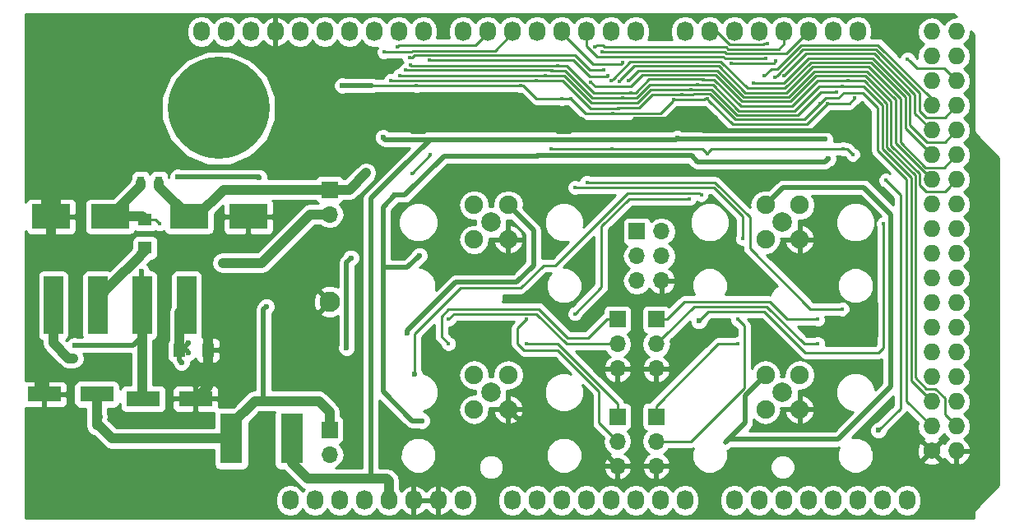
<source format=gbr>
G04 #@! TF.FileFunction,Copper,L1,Top,Signal*
%FSLAX46Y46*%
G04 Gerber Fmt 4.6, Leading zero omitted, Abs format (unit mm)*
G04 Created by KiCad (PCBNEW 4.0.7) date 12/07/17 00:39:05*
%MOMM*%
%LPD*%
G01*
G04 APERTURE LIST*
%ADD10C,0.100000*%
%ADD11R,2.300000X5.200000*%
%ADD12O,1.900000X1.900000*%
%ADD13C,2.000000*%
%ADD14O,1.727200X2.032000*%
%ADD15C,1.727200*%
%ADD16O,1.727200X1.727200*%
%ADD17R,1.700000X1.700000*%
%ADD18O,1.700000X1.700000*%
%ADD19R,3.500000X1.600000*%
%ADD20R,2.000000X6.000000*%
%ADD21R,4.000000X2.500000*%
%ADD22C,2.100000*%
%ADD23R,0.700000X1.300000*%
%ADD24C,10.500000*%
%ADD25R,1.400000X1.300000*%
%ADD26R,1.300000X1.400000*%
%ADD27C,0.600000*%
%ADD28C,0.400000*%
%ADD29C,0.500000*%
%ADD30C,1.000000*%
%ADD31C,2.000000*%
%ADD32C,0.250000*%
%ADD33C,0.254000*%
G04 APERTURE END LIST*
D10*
D11*
X131478000Y-112776000D03*
X125278000Y-112776000D03*
D12*
X180232234Y-88732234D03*
X183767766Y-88732234D03*
X183767766Y-92267766D03*
X180232234Y-92267766D03*
D13*
X182000000Y-90500000D03*
D12*
X150232234Y-88732234D03*
X153767766Y-88732234D03*
X153767766Y-92267766D03*
X150232234Y-92267766D03*
D13*
X152000000Y-90500000D03*
D14*
X154178000Y-119126000D03*
X156718000Y-119126000D03*
X159258000Y-119126000D03*
X161798000Y-119126000D03*
X164338000Y-119126000D03*
X166878000Y-119126000D03*
X169418000Y-119126000D03*
X171958000Y-119126000D03*
X177038000Y-119126000D03*
X179578000Y-119126000D03*
X182118000Y-119126000D03*
X184658000Y-119126000D03*
X187198000Y-119126000D03*
X189738000Y-119126000D03*
X192278000Y-119126000D03*
X194818000Y-119126000D03*
X149098000Y-70866000D03*
X151638000Y-70866000D03*
X154178000Y-70866000D03*
X156718000Y-70866000D03*
X159258000Y-70866000D03*
X161798000Y-70866000D03*
X164338000Y-70866000D03*
X166878000Y-70866000D03*
X171958000Y-70866000D03*
X174498000Y-70866000D03*
X177038000Y-70866000D03*
X179578000Y-70866000D03*
X182118000Y-70866000D03*
X184658000Y-70866000D03*
X187198000Y-70866000D03*
X189738000Y-70866000D03*
D15*
X197358000Y-114046000D03*
D16*
X199898000Y-114046000D03*
X197358000Y-111506000D03*
X199898000Y-111506000D03*
X197358000Y-108966000D03*
X199898000Y-108966000D03*
X197358000Y-106426000D03*
X199898000Y-106426000D03*
X197358000Y-103886000D03*
X199898000Y-103886000D03*
X197358000Y-101346000D03*
X199898000Y-101346000D03*
X197358000Y-98806000D03*
X199898000Y-98806000D03*
X197358000Y-96266000D03*
X199898000Y-96266000D03*
X197358000Y-93726000D03*
X199898000Y-93726000D03*
X197358000Y-91186000D03*
X199898000Y-91186000D03*
X197358000Y-88646000D03*
X199898000Y-88646000D03*
X197358000Y-86106000D03*
X199898000Y-86106000D03*
X197358000Y-83566000D03*
X199898000Y-83566000D03*
X197358000Y-81026000D03*
X199898000Y-81026000D03*
X197358000Y-78486000D03*
X199898000Y-78486000D03*
X197358000Y-75946000D03*
X199898000Y-75946000D03*
X197358000Y-73406000D03*
X199898000Y-73406000D03*
X197358000Y-70866000D03*
X199898000Y-70866000D03*
D17*
X165000000Y-100500000D03*
D18*
X165000000Y-103040000D03*
X165000000Y-105580000D03*
D17*
X167005000Y-91440000D03*
D18*
X169545000Y-91440000D03*
X167005000Y-93980000D03*
X169545000Y-93980000D03*
X167005000Y-96520000D03*
X169545000Y-96520000D03*
D19*
X111412000Y-108204000D03*
X106012000Y-108204000D03*
D20*
X116064000Y-99060000D03*
X120664000Y-99060000D03*
X111520000Y-99060000D03*
X106920000Y-99060000D03*
D19*
X116172000Y-108666000D03*
X121572000Y-108666000D03*
D21*
X112778000Y-89916000D03*
X106678000Y-89916000D03*
D14*
X122174000Y-70866000D03*
X124714000Y-70866000D03*
X127254000Y-70866000D03*
X129794000Y-70866000D03*
X132334000Y-70866000D03*
X134874000Y-70866000D03*
X137414000Y-70866000D03*
X139954000Y-70866000D03*
X142494000Y-70866000D03*
X145034000Y-70866000D03*
X131318000Y-119126000D03*
X133858000Y-119126000D03*
X136398000Y-119126000D03*
X138938000Y-119126000D03*
X141478000Y-119126000D03*
X144018000Y-119126000D03*
X146558000Y-119126000D03*
X149098000Y-119126000D03*
D21*
X120902000Y-89916000D03*
X127002000Y-89916000D03*
D22*
X135378000Y-98666000D03*
D23*
X115928000Y-86416000D03*
X117828000Y-86416000D03*
D24*
X110236000Y-78740000D03*
X123952000Y-78740000D03*
D25*
X116378000Y-90216000D03*
X116378000Y-93116000D03*
D26*
X119928000Y-103666000D03*
X122828000Y-103666000D03*
D12*
X150232234Y-106232234D03*
X153767766Y-106232234D03*
X153767766Y-109767766D03*
X150232234Y-109767766D03*
D13*
X152000000Y-108000000D03*
D17*
X165000000Y-110500000D03*
D18*
X165000000Y-113040000D03*
X165000000Y-115580000D03*
D17*
X169000000Y-100500000D03*
D18*
X169000000Y-103040000D03*
X169000000Y-105580000D03*
D12*
X180232234Y-106232234D03*
X183767766Y-106232234D03*
X183767766Y-109767766D03*
X180232234Y-109767766D03*
D13*
X182000000Y-108000000D03*
D17*
X169000000Y-110500000D03*
D18*
X169000000Y-113040000D03*
X169000000Y-115580000D03*
D17*
X135378000Y-111876000D03*
D18*
X135378000Y-114416000D03*
D17*
X135378000Y-87126000D03*
D18*
X135378000Y-89666000D03*
D27*
X137478010Y-79666006D03*
X137478010Y-77764285D03*
X166878000Y-79915970D03*
X150628004Y-79916000D03*
X151628000Y-79916000D03*
X104878000Y-104416000D03*
X104878000Y-103416000D03*
X104878000Y-102416000D03*
X104878000Y-101416000D03*
X191628000Y-102165988D03*
X191628000Y-98916000D03*
X180628000Y-81050000D03*
X181628000Y-81050000D03*
D28*
X145150000Y-81150000D03*
X143850000Y-81150000D03*
X143850000Y-79850000D03*
X145150000Y-79850000D03*
X158850000Y-79850000D03*
X158850000Y-81150000D03*
X160150000Y-81150000D03*
X160150000Y-79850000D03*
X188850000Y-81150000D03*
X190150000Y-81150000D03*
X190150000Y-79850000D03*
X188850000Y-79850000D03*
X173850000Y-81050000D03*
X175150000Y-81050000D03*
X175150000Y-79750000D03*
X173850000Y-79750000D03*
D27*
X166728000Y-81966000D03*
D28*
X156228000Y-81966000D03*
D27*
X171178000Y-81866000D03*
X186378000Y-81916000D03*
X140878000Y-81750000D03*
D28*
X117878006Y-90666000D03*
D27*
X186678000Y-83966000D03*
X172577992Y-83616000D03*
X142128000Y-87665994D03*
X139128000Y-85416000D03*
X141378006Y-95166000D03*
X193128000Y-93666000D03*
X156878000Y-83616001D03*
X144878000Y-110916000D03*
D28*
X193128000Y-107416000D03*
X176128000Y-113166008D03*
X140878000Y-106416000D03*
X140878000Y-90166000D03*
X140878000Y-91166000D03*
D27*
X144628000Y-93916000D03*
X112378036Y-97416000D03*
X114628000Y-95165990D03*
X113878000Y-95915982D03*
X113284000Y-96520000D03*
X120878000Y-102916000D03*
X120878000Y-103916000D03*
X120128000Y-104916000D03*
X109000000Y-104500000D03*
D28*
X174224990Y-83416121D03*
D27*
X137128000Y-103416000D03*
X137578000Y-94166000D03*
D28*
X170828000Y-77866107D03*
X174264376Y-77791124D03*
X189459000Y-77666000D03*
X186657028Y-78241010D03*
X155027325Y-76441030D03*
X144328000Y-76441030D03*
X189228000Y-83516000D03*
X188202405Y-82918820D03*
X158202405Y-82918820D03*
X164478000Y-82916000D03*
X164528000Y-79279037D03*
D27*
X136678000Y-76416000D03*
D28*
X139728000Y-76416010D03*
X159278000Y-77766000D03*
X160178000Y-77766000D03*
X159278000Y-77766000D03*
X165577989Y-77672509D03*
X173270281Y-76291077D03*
X188128000Y-76516000D03*
X158278000Y-74866000D03*
X143224990Y-74816000D03*
X165127978Y-78754036D03*
X171678000Y-77341097D03*
X156628000Y-75916020D03*
X141675760Y-75890990D03*
X185878000Y-78266000D03*
X173811438Y-75841066D03*
X188728000Y-75916000D03*
X143728000Y-74290990D03*
X158828000Y-74340990D03*
X166383161Y-77152294D03*
D27*
X128878000Y-99166000D03*
X111500000Y-110500000D03*
X109128000Y-103166000D03*
X116003220Y-95540672D03*
D28*
X166128000Y-75916000D03*
X162249245Y-76044767D03*
X164378010Y-75916000D03*
X165167003Y-75955017D03*
X182128000Y-75416000D03*
X178978000Y-76166000D03*
X180128014Y-75416000D03*
X181228000Y-75566000D03*
X194878000Y-73666012D03*
X172536601Y-76816087D03*
X187528000Y-77116000D03*
X157578000Y-75391010D03*
X142578000Y-75366000D03*
X142328000Y-72440990D03*
X140978000Y-72965996D03*
X165540720Y-74010813D03*
X180278000Y-73632042D03*
X163554684Y-74840990D03*
X143578000Y-73516000D03*
X164028000Y-75366000D03*
X145628000Y-73790970D03*
X181299233Y-73894755D03*
X176728000Y-74166000D03*
X180428000Y-72115978D03*
X162678000Y-72466000D03*
X163436054Y-72960801D03*
D27*
X128128000Y-85866002D03*
X119778000Y-85816000D03*
D28*
X145760790Y-83538215D03*
X143838118Y-85460887D03*
D27*
X143378000Y-101916000D03*
D28*
X172428000Y-88065994D03*
X160628000Y-99916000D03*
X173628000Y-87666014D03*
D27*
X144122301Y-106137906D03*
D28*
X160628000Y-86916000D03*
X177878000Y-92166000D03*
X161878000Y-86390990D03*
X188128000Y-99416000D03*
X192378000Y-90666006D03*
D27*
X173378000Y-100666000D03*
D28*
X192628000Y-86166000D03*
D27*
X191878000Y-111916000D03*
X126878000Y-94666000D03*
X125628000Y-94666000D03*
X124378000Y-94666000D03*
D28*
X147628000Y-102998000D03*
X147628000Y-100500000D03*
X155628000Y-103000000D03*
X155628000Y-100500000D03*
X185628000Y-100500000D03*
X185628000Y-103000000D03*
X177378000Y-103000000D03*
X177378000Y-100500000D03*
D29*
X129778000Y-75016000D02*
X132526285Y-77764285D01*
X132526285Y-77764285D02*
X137478010Y-77764285D01*
X129778000Y-72398000D02*
X129778000Y-75016000D01*
X129794000Y-70866000D02*
X129794000Y-72382000D01*
X129794000Y-72382000D02*
X129778000Y-72398000D01*
X137662004Y-79850000D02*
X137478010Y-79666006D01*
X137478010Y-79666006D02*
X137478010Y-77764285D01*
X143850000Y-79850000D02*
X137662004Y-79850000D01*
X166578001Y-80215969D02*
X166878000Y-79915970D01*
X161665969Y-80215969D02*
X166578001Y-80215969D01*
X161300000Y-79850000D02*
X161665969Y-80215969D01*
X160150000Y-79850000D02*
X161300000Y-79850000D01*
X175150000Y-79750000D02*
X174984000Y-79916000D01*
X174984000Y-79916000D02*
X174016000Y-79916000D01*
X174016000Y-79916000D02*
X173850000Y-79750000D01*
X173850000Y-79750000D02*
X173684000Y-79916000D01*
X173684000Y-79916000D02*
X166878030Y-79916000D01*
X166878030Y-79916000D02*
X166878000Y-79915970D01*
X160150000Y-79850000D02*
X160084000Y-79916000D01*
X160084000Y-79916000D02*
X158916000Y-79916000D01*
X158916000Y-79916000D02*
X158850000Y-79850000D01*
X158850000Y-79850000D02*
X158784000Y-79916000D01*
X158784000Y-79916000D02*
X151628000Y-79916000D01*
X145150000Y-79850000D02*
X145216000Y-79916000D01*
X145216000Y-79916000D02*
X150628004Y-79916000D01*
X151628000Y-79916000D02*
X150628004Y-79916000D01*
D30*
X122828000Y-97166000D02*
X122828000Y-93216000D01*
X122828000Y-103666000D02*
X122828000Y-97166000D01*
X126128000Y-89916000D02*
X127002000Y-89916000D01*
D29*
X106678000Y-89916000D02*
X107428000Y-89916000D01*
X126252000Y-89916000D02*
X127002000Y-89916000D01*
D30*
X105000000Y-103166000D02*
X105000000Y-105392000D01*
X105000000Y-101916000D02*
X105000000Y-103166000D01*
D29*
X104878000Y-102416000D02*
X104878000Y-102840264D01*
X104878000Y-102840264D02*
X105000000Y-102962264D01*
X105000000Y-102962264D02*
X105000000Y-103166000D01*
D30*
X105000000Y-95719998D02*
X105000000Y-101916000D01*
D29*
X104953736Y-101916000D02*
X105000000Y-101916000D01*
X104878000Y-101416000D02*
X104878000Y-101840264D01*
X104878000Y-101840264D02*
X104953736Y-101916000D01*
D30*
X106678000Y-89916000D02*
X106678000Y-92166000D01*
X106678000Y-92166000D02*
X105000000Y-93844000D01*
X105000000Y-93844000D02*
X105000000Y-95719998D01*
X122828000Y-103666000D02*
X122828000Y-107410000D01*
X122828000Y-107410000D02*
X121572000Y-108666000D01*
D29*
X153767766Y-109767766D02*
X154717765Y-110717765D01*
X154717765Y-110717765D02*
X160137765Y-110717765D01*
X160137765Y-110717765D02*
X164150001Y-114730001D01*
X164150001Y-114730001D02*
X165000000Y-115580000D01*
X191628000Y-98916000D02*
X191628000Y-102165988D01*
X180628000Y-81050000D02*
X181628000Y-81050000D01*
X175150000Y-81050000D02*
X180628000Y-81050000D01*
X181628000Y-81050000D02*
X188750000Y-81050000D01*
X188750000Y-81050000D02*
X188850000Y-81150000D01*
X145150000Y-79850000D02*
X143850000Y-79850000D01*
X145150000Y-81150000D02*
X145150000Y-79850000D01*
X143850000Y-81150000D02*
X145150000Y-81150000D01*
X143850000Y-79850000D02*
X143850000Y-81150000D01*
X158850000Y-81150000D02*
X160150000Y-81150000D01*
X160150000Y-81150000D02*
X160150000Y-79850000D01*
X158850000Y-79850000D02*
X158850000Y-81150000D01*
X175150000Y-79750000D02*
X175150000Y-81050000D01*
X173850000Y-81050000D02*
X175150000Y-81050000D01*
X173850000Y-79750000D02*
X173850000Y-81050000D01*
X188850000Y-81150000D02*
X188850000Y-79850000D01*
X190150000Y-81150000D02*
X188850000Y-81150000D01*
X190150000Y-79850000D02*
X190150000Y-81150000D01*
X188850000Y-79850000D02*
X190150000Y-79850000D01*
D31*
X110236000Y-82014000D02*
X106678000Y-85572000D01*
X106678000Y-85572000D02*
X106678000Y-89916000D01*
X110236000Y-78740000D02*
X110236000Y-82014000D01*
D29*
X105250000Y-106500000D02*
X105250000Y-107442000D01*
X105250000Y-107442000D02*
X106012000Y-108204000D01*
D30*
X106012000Y-106404000D02*
X106012000Y-108204000D01*
X105000000Y-105392000D02*
X106012000Y-106404000D01*
D29*
X140878000Y-81750000D02*
X141094000Y-81966000D01*
X141094000Y-81966000D02*
X145544001Y-81966000D01*
X145544001Y-81966000D02*
X145628000Y-82049999D01*
X166728000Y-81966000D02*
X171078000Y-81966000D01*
X171078000Y-81966000D02*
X171178000Y-81866000D01*
X171128000Y-81916000D02*
X171178000Y-81866000D01*
X155945158Y-81966000D02*
X156228000Y-81966000D01*
X145628000Y-82049999D02*
X145711999Y-81966000D01*
X166728000Y-81966000D02*
X156510842Y-81966000D01*
X156510842Y-81966000D02*
X156228000Y-81966000D01*
X145711999Y-81966000D02*
X155945158Y-81966000D01*
X171228000Y-81916000D02*
X171178000Y-81866000D01*
X186378000Y-81916000D02*
X171228000Y-81916000D01*
D30*
X139628000Y-116916000D02*
X141284000Y-116916000D01*
X141284000Y-116916000D02*
X141478000Y-117110000D01*
X141478000Y-117110000D02*
X141478000Y-119126000D01*
D29*
X139628000Y-116916000D02*
X139628000Y-88049999D01*
D30*
X131478000Y-115266000D02*
X133128000Y-116916000D01*
X133128000Y-116916000D02*
X139628000Y-116916000D01*
X131478000Y-112776000D02*
X131478000Y-115266000D01*
D29*
X142628000Y-85049999D02*
X145628000Y-82049999D01*
X139628000Y-88049999D02*
X142628000Y-85049999D01*
D32*
X117678007Y-90466001D02*
X117878006Y-90666000D01*
X116378000Y-90216000D02*
X117428006Y-90216000D01*
X117428006Y-90216000D02*
X117678007Y-90466001D01*
D30*
X115928000Y-86416000D02*
X115928000Y-86766000D01*
X115928000Y-86766000D02*
X112778000Y-89916000D01*
X112778000Y-89916000D02*
X116078000Y-89916000D01*
X116078000Y-89916000D02*
X116378000Y-90216000D01*
D32*
X112778000Y-89916000D02*
X115028000Y-89916000D01*
D29*
X186378001Y-84265999D02*
X186678000Y-83966000D01*
X173277998Y-84265999D02*
X186378001Y-84265999D01*
X172628000Y-83616001D02*
X173277998Y-84265999D01*
D30*
X135378000Y-87126000D02*
X137418000Y-87126000D01*
X137418000Y-87126000D02*
X139128000Y-85416000D01*
X135378000Y-87126000D02*
X124442000Y-87126000D01*
X124442000Y-87126000D02*
X121652000Y-89916000D01*
X121652000Y-89916000D02*
X120902000Y-89916000D01*
D29*
X172628000Y-83616001D02*
X172577993Y-83616001D01*
X172577993Y-83616001D02*
X172577992Y-83616000D01*
X156878000Y-83616001D02*
X156828001Y-83666000D01*
X156828001Y-83666000D02*
X147128000Y-83666000D01*
X147128000Y-83666000D02*
X143128006Y-87665994D01*
X143128006Y-87665994D02*
X142128000Y-87665994D01*
X140878000Y-90166000D02*
X140878000Y-88916000D01*
X140878000Y-88916000D02*
X142128000Y-87666000D01*
X142128000Y-87666000D02*
X142128000Y-87665994D01*
X140878000Y-90166000D02*
X140878000Y-95166000D01*
X140878000Y-95166000D02*
X140878000Y-106416000D01*
X141378006Y-95166000D02*
X140878000Y-95166000D01*
D30*
X117828000Y-86416000D02*
X117828000Y-86842000D01*
X117828000Y-86842000D02*
X120902000Y-89916000D01*
D29*
X190378000Y-86916000D02*
X193128000Y-89666000D01*
X193128000Y-89666000D02*
X193128000Y-93666000D01*
X182048468Y-86916000D02*
X190378000Y-86916000D01*
X180232234Y-88732234D02*
X182048468Y-86916000D01*
X143378000Y-95166000D02*
X141660848Y-95166000D01*
X141660848Y-95166000D02*
X141378006Y-95166000D01*
X144628000Y-93916000D02*
X143378000Y-95166000D01*
X193128000Y-107416000D02*
X193128000Y-93666000D01*
X156878000Y-83616001D02*
X172628000Y-83616001D01*
X140878000Y-106416000D02*
X140878000Y-107916000D01*
X140878000Y-107916000D02*
X143878000Y-110916000D01*
X143878000Y-110916000D02*
X144378000Y-110916000D01*
X144378000Y-110916000D02*
X144878000Y-110916000D01*
X176128000Y-113166008D02*
X176469009Y-112824999D01*
X176469009Y-112824999D02*
X187719001Y-112824999D01*
X187719001Y-112824999D02*
X193128000Y-107416000D01*
X178128000Y-108336468D02*
X178128000Y-111166008D01*
X180232234Y-106232234D02*
X178128000Y-108336468D01*
X178128000Y-111166008D02*
X176327999Y-112966009D01*
X176327999Y-112966009D02*
X176128000Y-113166008D01*
D30*
X112078037Y-97715999D02*
X112378036Y-97416000D01*
X111520000Y-98274036D02*
X112078037Y-97715999D01*
X111520000Y-99060000D02*
X111520000Y-98274036D01*
X112388000Y-97416000D02*
X112378036Y-97416000D01*
X113284000Y-96520000D02*
X112388000Y-97416000D01*
D29*
X115378000Y-94426000D02*
X115367990Y-94426000D01*
X115367990Y-94426000D02*
X114927999Y-94865991D01*
X114927999Y-94865991D02*
X114628000Y-95165990D01*
D30*
X116378000Y-93426000D02*
X115378000Y-94426000D01*
X115378000Y-94426000D02*
X113284000Y-96520000D01*
X116378000Y-93116000D02*
X116378000Y-93426000D01*
D29*
X119928000Y-103666000D02*
X120128000Y-103666000D01*
X120128000Y-103666000D02*
X120878000Y-102916000D01*
X119928000Y-103666000D02*
X120628000Y-103666000D01*
X120628000Y-103666000D02*
X120878000Y-103916000D01*
X119928000Y-103666000D02*
X119928000Y-104716000D01*
X119928000Y-104716000D02*
X120128000Y-104916000D01*
D30*
X119928000Y-103666000D02*
X119928000Y-99796000D01*
X119928000Y-99796000D02*
X120664000Y-99060000D01*
X120362000Y-99362000D02*
X120664000Y-99060000D01*
X108500000Y-104500000D02*
X109000000Y-104500000D01*
X106920000Y-99060000D02*
X106920000Y-102920000D01*
X106920000Y-102920000D02*
X108500000Y-104500000D01*
D32*
X173724869Y-82916000D02*
X174024991Y-83216122D01*
X164478000Y-82916000D02*
X173724869Y-82916000D01*
X174424989Y-83216122D02*
X174224990Y-83416121D01*
X174722291Y-82918820D02*
X174424989Y-83216122D01*
X174024991Y-83216122D02*
X174224990Y-83416121D01*
X188202405Y-82918820D02*
X174722291Y-82918820D01*
D29*
X137128000Y-102991736D02*
X137128000Y-103416000D01*
X137128000Y-94616000D02*
X137128000Y-102991736D01*
X137578000Y-94166000D02*
X137128000Y-94616000D01*
D32*
X173906551Y-77866107D02*
X171110842Y-77866107D01*
X173981534Y-77791124D02*
X173906551Y-77866107D01*
X174264376Y-77791124D02*
X173981534Y-77791124D01*
X170628001Y-78066106D02*
X170828000Y-77866107D01*
X169415070Y-79279037D02*
X170628001Y-78066106D01*
X164528000Y-79279037D02*
X169415070Y-79279037D01*
X171110842Y-77866107D02*
X170828000Y-77866107D01*
X174464375Y-77991123D02*
X174264376Y-77791124D01*
X176889252Y-80416000D02*
X174464375Y-77991123D01*
X184482038Y-80416000D02*
X176889252Y-80416000D01*
X186657028Y-78241010D02*
X184482038Y-80416000D01*
X189459000Y-77666000D02*
X188883990Y-78241010D01*
X186939870Y-78241010D02*
X186657028Y-78241010D01*
X188883990Y-78241010D02*
X186939870Y-78241010D01*
X155328000Y-76416000D02*
X155328000Y-76423197D01*
X155328000Y-76423197D02*
X155310167Y-76441030D01*
X155310167Y-76441030D02*
X155027325Y-76441030D01*
X144628000Y-76423872D02*
X144610842Y-76441030D01*
X144610842Y-76441030D02*
X144328000Y-76441030D01*
X144628000Y-76416000D02*
X144628000Y-76423872D01*
X158995158Y-77766000D02*
X159278000Y-77766000D01*
X156678000Y-77766000D02*
X158995158Y-77766000D01*
X155328000Y-76416000D02*
X156678000Y-77766000D01*
X188202405Y-82918820D02*
X188630820Y-82918820D01*
X188630820Y-82918820D02*
X189228000Y-83516000D01*
X164478000Y-82916000D02*
X158205225Y-82916000D01*
X158205225Y-82916000D02*
X158202405Y-82918820D01*
X161691037Y-79279037D02*
X164528000Y-79279037D01*
D29*
X138928000Y-76416000D02*
X136678000Y-76416000D01*
X139445158Y-76416010D02*
X139728000Y-76416010D01*
X138928010Y-76416010D02*
X139445158Y-76416010D01*
X138928000Y-76416000D02*
X138928010Y-76416010D01*
D32*
X148128000Y-76416000D02*
X144628000Y-76416000D01*
X144628000Y-76416000D02*
X138928000Y-76416000D01*
X160178000Y-77766000D02*
X161691037Y-79279037D01*
X153855199Y-76416020D02*
X153855179Y-76416000D01*
X155328000Y-76416000D02*
X155327980Y-76416020D01*
X155327980Y-76416020D02*
X153855199Y-76416020D01*
X153855179Y-76416000D02*
X148128000Y-76416000D01*
X160178000Y-77766000D02*
X159278000Y-77766000D01*
D29*
X133858000Y-119126000D02*
X133858000Y-118973600D01*
D32*
X162407331Y-77672509D02*
X165295147Y-77672509D01*
X165865626Y-77677304D02*
X165860831Y-77672509D01*
X165295147Y-77672509D02*
X165577989Y-77672509D01*
X168343691Y-76291077D02*
X166957464Y-77677304D01*
X173270281Y-76291077D02*
X168343691Y-76291077D01*
X159600822Y-74866000D02*
X162407331Y-77672509D01*
X158278000Y-74866000D02*
X159600822Y-74866000D01*
X165860831Y-77672509D02*
X165577989Y-77672509D01*
X166957464Y-77677304D02*
X165865626Y-77677304D01*
X174869010Y-76366068D02*
X173345272Y-76366068D01*
X185778000Y-76516000D02*
X183278022Y-79015978D01*
X183278022Y-79015978D02*
X177518920Y-79015978D01*
X188128000Y-76516000D02*
X185778000Y-76516000D01*
X177518920Y-79015978D02*
X174869010Y-76366068D01*
X173345272Y-76366068D02*
X173270281Y-76291077D01*
X190364411Y-76516000D02*
X188410842Y-76516000D01*
X188410842Y-76516000D02*
X188128000Y-76516000D01*
X192278022Y-78429611D02*
X190364411Y-76516000D01*
X192278022Y-82929612D02*
X192278022Y-78429611D01*
X195218012Y-85869601D02*
X192278022Y-82929612D01*
X195218012Y-106826012D02*
X195218012Y-85869601D01*
X197358000Y-108966000D02*
X195218012Y-106826012D01*
X158228000Y-74816000D02*
X158278000Y-74866000D01*
X143224990Y-74816000D02*
X158228000Y-74816000D01*
X156628000Y-75916020D02*
X159378020Y-75916020D01*
X159378020Y-75916020D02*
X162216036Y-78754036D01*
X162216036Y-78754036D02*
X164845136Y-78754036D01*
X164845136Y-78754036D02*
X165127978Y-78754036D01*
X172863576Y-77266114D02*
X172788593Y-77341097D01*
X171960842Y-77341097D02*
X171678000Y-77341097D01*
X174496234Y-77266114D02*
X172863576Y-77266114D01*
X177146120Y-79916000D02*
X174496234Y-77266114D01*
X172788593Y-77341097D02*
X171960842Y-77341097D01*
X184228000Y-79916000D02*
X177146120Y-79916000D01*
X185878000Y-78266000D02*
X184228000Y-79916000D01*
X168566493Y-77341097D02*
X171395158Y-77341097D01*
X165189598Y-78679037D02*
X167228553Y-78679037D01*
X167228553Y-78679037D02*
X168566493Y-77341097D01*
X171395158Y-77341097D02*
X171678000Y-77341097D01*
X186428000Y-77716000D02*
X185878000Y-78266000D01*
X187705004Y-77716000D02*
X186428000Y-77716000D01*
X190239410Y-77140999D02*
X188280005Y-77140999D01*
X191828011Y-78729600D02*
X190239410Y-77140999D01*
X191828011Y-83116012D02*
X191828011Y-78729600D01*
X188280005Y-77140999D02*
X187705004Y-77716000D01*
X194768001Y-86056001D02*
X191828011Y-83116012D01*
X194768001Y-108916001D02*
X194768001Y-86056001D01*
X197358000Y-111506000D02*
X194768001Y-108916001D01*
X141675760Y-75890990D02*
X141678000Y-75893230D01*
X141678000Y-75893230D02*
X141678000Y-75916000D01*
X141678000Y-75916000D02*
X141678020Y-75916020D01*
X156345158Y-75916020D02*
X156628000Y-75916020D01*
X141678020Y-75916020D02*
X156345158Y-75916020D01*
X168232368Y-75765989D02*
X173736361Y-75765989D01*
X166857359Y-77140998D02*
X168232368Y-75765989D01*
X174094280Y-75841066D02*
X173811438Y-75841066D01*
X174980419Y-75841066D02*
X174094280Y-75841066D01*
X177705320Y-78565967D02*
X174980419Y-75841066D01*
X182955211Y-78565967D02*
X177705320Y-78565967D01*
X185605178Y-75916000D02*
X182955211Y-78565967D01*
X189128000Y-75916000D02*
X185605178Y-75916000D01*
X166376000Y-77140998D02*
X166857359Y-77140998D01*
X173736361Y-75765989D02*
X173811438Y-75841066D01*
X199034401Y-110642401D02*
X199898000Y-111506000D01*
X197736131Y-107614601D02*
X198709399Y-108587869D01*
X196787471Y-107614601D02*
X197736131Y-107614601D01*
X195668023Y-106495153D02*
X196787471Y-107614601D01*
X198709399Y-110317399D02*
X199034401Y-110642401D01*
X192728033Y-82743212D02*
X195668023Y-85683201D01*
X198709399Y-108587869D02*
X198709399Y-110317399D01*
X192728033Y-78243211D02*
X192728033Y-82743212D01*
X190400822Y-75916000D02*
X192728033Y-78243211D01*
X195668023Y-85683201D02*
X195668023Y-106495153D01*
X190378000Y-75916000D02*
X190400822Y-75916000D01*
X190378000Y-75916000D02*
X189128000Y-75916000D01*
X188728000Y-75916000D02*
X189128000Y-75916000D01*
X158828000Y-74340990D02*
X143752990Y-74340990D01*
X143752990Y-74340990D02*
X143702990Y-74290990D01*
X143702990Y-74290990D02*
X143728000Y-74290990D01*
X159110842Y-74340990D02*
X158828000Y-74340990D01*
X162592350Y-77147508D02*
X159785832Y-74340990D01*
X166095533Y-77147508D02*
X162592350Y-77147508D01*
X166383161Y-77152294D02*
X166100319Y-77152294D01*
X159785832Y-74340990D02*
X159110842Y-74340990D01*
X166100319Y-77152294D02*
X166095533Y-77147508D01*
D30*
X134268000Y-108916000D02*
X128478000Y-108916000D01*
X128478000Y-108916000D02*
X127688000Y-108916000D01*
D29*
X128878000Y-99166000D02*
X128578001Y-99465999D01*
X128578001Y-99465999D02*
X128578001Y-108815999D01*
X128578001Y-108815999D02*
X128478000Y-108916000D01*
D30*
X127688000Y-108916000D02*
X125278000Y-111326000D01*
X125278000Y-111326000D02*
X125278000Y-112776000D01*
X135378000Y-111876000D02*
X135378000Y-110026000D01*
X135378000Y-110026000D02*
X134268000Y-108916000D01*
X111624000Y-111412000D02*
X112988000Y-112776000D01*
X112988000Y-112776000D02*
X125278000Y-112776000D01*
X111412000Y-111412000D02*
X111624000Y-111412000D01*
X111412000Y-110588000D02*
X111412000Y-111412000D01*
X111500000Y-110500000D02*
X111412000Y-110588000D01*
D29*
X111412000Y-108588000D02*
X111412000Y-108204000D01*
D30*
X111412000Y-111412000D02*
X111412000Y-108204000D01*
D29*
X116003220Y-95540672D02*
X116003220Y-98999220D01*
X116003220Y-98999220D02*
X116064000Y-99060000D01*
X109128000Y-103166000D02*
X115128000Y-103166000D01*
X115128000Y-103166000D02*
X116064000Y-102230000D01*
X116064000Y-102230000D02*
X116064000Y-99060000D01*
D30*
X116064000Y-99060000D02*
X116064000Y-108558000D01*
X116064000Y-108558000D02*
X116172000Y-108666000D01*
X116064000Y-99060000D02*
X116250000Y-99246000D01*
D29*
X116172000Y-99168000D02*
X116064000Y-99060000D01*
D32*
X167178033Y-74865967D02*
X166327999Y-75716001D01*
X182612209Y-77591024D02*
X178003198Y-77591024D01*
X193628055Y-77870411D02*
X190698631Y-74940987D01*
X196494401Y-85242401D02*
X196494401Y-85236758D01*
X166327999Y-75716001D02*
X166128000Y-75916000D01*
X175278141Y-74865967D02*
X167178033Y-74865967D01*
X178003198Y-77591024D02*
X175278141Y-74865967D01*
X196494401Y-85236758D02*
X193628055Y-82370412D01*
X185262246Y-74940987D02*
X182612209Y-77591024D01*
X197358000Y-86106000D02*
X196494401Y-85242401D01*
X190698631Y-74940987D02*
X185262246Y-74940987D01*
X193628055Y-82370412D02*
X193628055Y-77870411D01*
X198709399Y-87294601D02*
X199034401Y-86969599D01*
X193178044Y-82556812D02*
X196118034Y-85496802D01*
X193178044Y-78056811D02*
X193178044Y-82556812D01*
X190512231Y-75390998D02*
X193178044Y-78056811D01*
X177816798Y-78041035D02*
X182798609Y-78041035D01*
X166385090Y-76540965D02*
X167610077Y-75315978D01*
X162745443Y-76540965D02*
X166385090Y-76540965D01*
X162249245Y-76044767D02*
X162745443Y-76540965D01*
X199034401Y-86969599D02*
X199898000Y-86106000D01*
X196118034Y-85496802D02*
X196118034Y-86625164D01*
X167610077Y-75315978D02*
X175091741Y-75315978D01*
X196787471Y-87294601D02*
X198709399Y-87294601D01*
X182798609Y-78041035D02*
X185448646Y-75390998D01*
X185448646Y-75390998D02*
X190512231Y-75390998D01*
X175091741Y-75315978D02*
X177816798Y-78041035D01*
X196118034Y-86625164D02*
X196787471Y-87294601D01*
X166328065Y-73965945D02*
X164578009Y-75716001D01*
X175650941Y-73965945D02*
X166328065Y-73965945D01*
X178375998Y-76691002D02*
X175650941Y-73965945D01*
X184889446Y-74040965D02*
X182239409Y-76691002D01*
X191071431Y-74040965D02*
X184889446Y-74040965D01*
X197358000Y-83566000D02*
X194628000Y-80836000D01*
X194628000Y-77597534D02*
X191071431Y-74040965D01*
X182239409Y-76691002D02*
X178375998Y-76691002D01*
X194628000Y-80836000D02*
X194628000Y-77597534D01*
X164578009Y-75716001D02*
X164378010Y-75916000D01*
X175464541Y-74415956D02*
X166706064Y-74415956D01*
X178189598Y-77141013D02*
X175464541Y-74415956D01*
X182425809Y-77141013D02*
X178189598Y-77141013D01*
X190885031Y-74490976D02*
X185075846Y-74490976D01*
X194128000Y-82233492D02*
X194128000Y-77733945D01*
X194128000Y-77733945D02*
X190885031Y-74490976D01*
X196740519Y-84846011D02*
X194128000Y-82233492D01*
X165367002Y-75755018D02*
X165167003Y-75955017D01*
X198617989Y-84846011D02*
X196740519Y-84846011D01*
X185075846Y-74490976D02*
X182425809Y-77141013D01*
X199898000Y-83566000D02*
X198617989Y-84846011D01*
X166706064Y-74415956D02*
X165367002Y-75755018D01*
X182327999Y-75216001D02*
X182128000Y-75416000D01*
X184403057Y-73140943D02*
X182327999Y-75216001D01*
X191444231Y-73140943D02*
X184403057Y-73140943D01*
X195628000Y-77324712D02*
X191444231Y-73140943D01*
X195628000Y-79296000D02*
X195628000Y-77324712D01*
X197358000Y-81026000D02*
X195628000Y-79296000D01*
X196858656Y-82214601D02*
X195128000Y-80483945D01*
X182128000Y-76166000D02*
X179260842Y-76166000D01*
X195128000Y-80483945D02*
X195128000Y-77461123D01*
X195128000Y-77461123D02*
X191257831Y-73590954D01*
X198709399Y-82214601D02*
X196858656Y-82214601D01*
X184703046Y-73590954D02*
X182128000Y-76166000D01*
X191257831Y-73590954D02*
X184703046Y-73590954D01*
X199898000Y-81026000D02*
X198709399Y-82214601D01*
X179260842Y-76166000D02*
X178978000Y-76166000D01*
X197358000Y-78486000D02*
X197358000Y-77781890D01*
X197358000Y-77781890D02*
X191817031Y-72240921D01*
X180828000Y-74716000D02*
X180128014Y-75415986D01*
X191817031Y-72240921D02*
X183919489Y-72240921D01*
X183919489Y-72240921D02*
X181444410Y-74716000D01*
X181444410Y-74716000D02*
X180828000Y-74716000D01*
X180128014Y-75415986D02*
X180128014Y-75416000D01*
X191630631Y-72690932D02*
X184105889Y-72690932D01*
X181427999Y-75366001D02*
X181228000Y-75566000D01*
X184105889Y-72690932D02*
X181430820Y-75366001D01*
X196128000Y-79015129D02*
X196128000Y-77188301D01*
X196787472Y-79674601D02*
X196128000Y-79015129D01*
X198709399Y-79674601D02*
X196787472Y-79674601D01*
X196128000Y-77188301D02*
X191630631Y-72690932D01*
X199898000Y-78486000D02*
X198709399Y-79674601D01*
X181430820Y-75366001D02*
X181427999Y-75366001D01*
X199898000Y-75946000D02*
X198618000Y-74666000D01*
X195077999Y-73866011D02*
X194878000Y-73666012D01*
X195877988Y-74666000D02*
X195077999Y-73866011D01*
X198618000Y-74666000D02*
X195877988Y-74666000D01*
X172819443Y-76816087D02*
X172536601Y-76816087D01*
X177332520Y-79465989D02*
X174682618Y-76816087D01*
X183578011Y-79465989D02*
X177332520Y-79465989D01*
X185928000Y-77116000D02*
X183578011Y-79465989D01*
X174682618Y-76816087D02*
X172819443Y-76816087D01*
X187528000Y-77116000D02*
X185928000Y-77116000D01*
X157578000Y-75391010D02*
X159489421Y-75391010D01*
X172253661Y-76815989D02*
X172253759Y-76816087D01*
X159489421Y-75391010D02*
X162327437Y-78229026D01*
X162327437Y-78229026D02*
X167042153Y-78229026D01*
X168455190Y-76815989D02*
X172253661Y-76815989D01*
X167042153Y-78229026D02*
X168455190Y-76815989D01*
X172253759Y-76816087D02*
X172536601Y-76816087D01*
X142578000Y-75366000D02*
X142552990Y-75391010D01*
X142552990Y-75391010D02*
X157295158Y-75391010D01*
X157295158Y-75391010D02*
X157578000Y-75391010D01*
X139954000Y-70866000D02*
X139954000Y-71018400D01*
X142527999Y-72240991D02*
X142328000Y-72440990D01*
X150415409Y-72240991D02*
X142527999Y-72240991D01*
X151638000Y-71018400D02*
X150415409Y-72240991D01*
X151638000Y-70866000D02*
X151638000Y-71018400D01*
X141260842Y-72965996D02*
X140978000Y-72965996D01*
X143774435Y-72965996D02*
X141260842Y-72965996D01*
X152380442Y-72815958D02*
X143924473Y-72815958D01*
X154178000Y-71018400D02*
X152380442Y-72815958D01*
X154178000Y-70866000D02*
X154178000Y-71018400D01*
X143924473Y-72815958D02*
X143774435Y-72965996D01*
X159258000Y-71018400D02*
X162477872Y-74238272D01*
X165313261Y-74238272D02*
X165340721Y-74210812D01*
X165340721Y-74210812D02*
X165540720Y-74010813D01*
X162477872Y-74238272D02*
X165313261Y-74238272D01*
X159258000Y-70866000D02*
X159258000Y-71018400D01*
X161798000Y-72132000D02*
X161798000Y-70866000D01*
X162920809Y-73485811D02*
X161798000Y-72363002D01*
X180278000Y-73632042D02*
X176061462Y-73632042D01*
X176061462Y-73632042D02*
X175915231Y-73485811D01*
X175915231Y-73485811D02*
X162920809Y-73485811D01*
X161798000Y-72363002D02*
X161798000Y-72132000D01*
X161798000Y-70866000D02*
X161798000Y-71018400D01*
X163271842Y-74840990D02*
X163554684Y-74840990D01*
X160614380Y-73265969D02*
X162189401Y-74840990D01*
X144110873Y-73265969D02*
X160614380Y-73265969D01*
X143860842Y-73516000D02*
X144110873Y-73265969D01*
X143578000Y-73516000D02*
X143860842Y-73516000D01*
X162189401Y-74840990D02*
X163271842Y-74840990D01*
X164338000Y-70866000D02*
X164338000Y-71018400D01*
X164028000Y-75366000D02*
X163952999Y-75441001D01*
X163952999Y-75441001D02*
X162153001Y-75441001D01*
X162153001Y-75441001D02*
X160502970Y-73790970D01*
X160502970Y-73790970D02*
X145910842Y-73790970D01*
X145910842Y-73790970D02*
X145628000Y-73790970D01*
X181027988Y-74166000D02*
X181099234Y-74094754D01*
X181099234Y-74094754D02*
X181299233Y-73894755D01*
X176728000Y-74166000D02*
X181027988Y-74166000D01*
X180145158Y-72115978D02*
X180428000Y-72115978D01*
X180054126Y-72207010D02*
X180145158Y-72115978D01*
X175204652Y-70866000D02*
X176545662Y-72207010D01*
X174498000Y-70866000D02*
X175204652Y-70866000D01*
X176545662Y-72207010D02*
X180054126Y-72207010D01*
X182118000Y-72132000D02*
X182118000Y-70866000D01*
X176359262Y-72657021D02*
X181592979Y-72657021D01*
X163718257Y-72466000D02*
X176168241Y-72466000D01*
X162877999Y-72266001D02*
X163518258Y-72266001D01*
X163518258Y-72266001D02*
X163718257Y-72466000D01*
X162678000Y-72466000D02*
X162877999Y-72266001D01*
X181592979Y-72657021D02*
X182118000Y-72132000D01*
X176168241Y-72466000D02*
X176359262Y-72657021D01*
X182416968Y-73107032D02*
X176172862Y-73107032D01*
X184658000Y-70866000D02*
X182416968Y-73107032D01*
X163718896Y-72960801D02*
X163436054Y-72960801D01*
X176172862Y-73107032D02*
X176026631Y-72960801D01*
X176026631Y-72960801D02*
X163718896Y-72960801D01*
D30*
X120902000Y-81790000D02*
X123952000Y-78740000D01*
D29*
X128077998Y-85816000D02*
X128128000Y-85866002D01*
X119778000Y-85816000D02*
X128077998Y-85816000D01*
D32*
X143838118Y-85460887D02*
X145760790Y-83538215D01*
D29*
X153767766Y-88732234D02*
X156378000Y-91342468D01*
X152722190Y-96666000D02*
X152706178Y-96649988D01*
X156378000Y-91342468D02*
X156378000Y-94916000D01*
X156378000Y-94916000D02*
X154628000Y-96666000D01*
X154628000Y-96666000D02*
X152722190Y-96666000D01*
X143378000Y-101666000D02*
X143378000Y-101916000D01*
X152706178Y-96649988D02*
X151293822Y-96649988D01*
X151293822Y-96649988D02*
X151277810Y-96666000D01*
X151277810Y-96666000D02*
X148378000Y-96666000D01*
X148378000Y-96666000D02*
X143378000Y-101666000D01*
D32*
X172145158Y-88065994D02*
X172428000Y-88065994D01*
X166228006Y-88065994D02*
X172145158Y-88065994D01*
X163378000Y-90916000D02*
X166228006Y-88065994D01*
X163378000Y-97166000D02*
X163378000Y-90916000D01*
X160628000Y-99916000D02*
X163378000Y-97166000D01*
X173428001Y-87466015D02*
X173628000Y-87666014D01*
X173427975Y-87465989D02*
X173428001Y-87466015D01*
X166078011Y-87465989D02*
X173427975Y-87465989D01*
X144122301Y-101984887D02*
X148866177Y-97241011D01*
X155052989Y-97241011D02*
X157378000Y-94916000D01*
X158628000Y-94916000D02*
X166078011Y-87465989D01*
X157378000Y-94916000D02*
X158628000Y-94916000D01*
X151531999Y-97224999D02*
X152468001Y-97224999D01*
X144122301Y-106137906D02*
X144122301Y-101984887D01*
X151515987Y-97241011D02*
X151531999Y-97224999D01*
X148866177Y-97241011D02*
X151515987Y-97241011D01*
X152468001Y-97224999D02*
X152484013Y-97241011D01*
X152484013Y-97241011D02*
X155052989Y-97241011D01*
X174905002Y-86916000D02*
X162155004Y-86916000D01*
X162155004Y-86916000D02*
X160628000Y-86916000D01*
X177878000Y-92166000D02*
X177878000Y-89888998D01*
X177878000Y-89888998D02*
X174905002Y-86916000D01*
X178628000Y-93166000D02*
X178628000Y-90002587D01*
X162160842Y-86390990D02*
X161878000Y-86390990D01*
X184878000Y-99416000D02*
X178628000Y-93166000D01*
X188128000Y-99416000D02*
X184878000Y-99416000D01*
X175016403Y-86390990D02*
X162160842Y-86390990D01*
X178628000Y-90002587D02*
X175016403Y-86390990D01*
X192378000Y-103416000D02*
X192378000Y-91090270D01*
X180128000Y-99666000D02*
X184378000Y-103916000D01*
X174378000Y-99666000D02*
X180128000Y-99666000D01*
X173378000Y-100666000D02*
X174378000Y-99666000D01*
X192378000Y-91090270D02*
X192378000Y-90666006D01*
X191878000Y-103916000D02*
X192378000Y-103416000D01*
X184378000Y-103916000D02*
X191878000Y-103916000D01*
X194128000Y-109666000D02*
X194128000Y-87666000D01*
X194128000Y-87666000D02*
X192628000Y-86166000D01*
X191878000Y-111916000D02*
X194128000Y-109666000D01*
D30*
X135378000Y-89666000D02*
X133378000Y-89666000D01*
X133378000Y-89666000D02*
X128378000Y-94666000D01*
X128378000Y-94666000D02*
X126878000Y-94666000D01*
X124378000Y-94666000D02*
X125628000Y-94666000D01*
X128378000Y-94666000D02*
X125628000Y-94666000D01*
D32*
X147628000Y-102998000D02*
X146878000Y-102248000D01*
X146878000Y-102248000D02*
X146878000Y-100166000D01*
X146878000Y-100166000D02*
X147628000Y-99416000D01*
X147628000Y-99416000D02*
X156878000Y-99416000D01*
X156878000Y-99416000D02*
X159878000Y-102416000D01*
X163900000Y-100500000D02*
X165000000Y-100500000D01*
X159878000Y-102416000D02*
X161984000Y-102416000D01*
X161984000Y-102416000D02*
X163900000Y-100500000D01*
X148212000Y-99916000D02*
X156628000Y-99916000D01*
X147628000Y-100500000D02*
X148212000Y-99916000D01*
X156628000Y-99916000D02*
X159752000Y-103040000D01*
X159752000Y-103040000D02*
X165000000Y-103040000D01*
X155628000Y-103000000D02*
X158848411Y-103000000D01*
X165000000Y-109151589D02*
X165000000Y-109400000D01*
X165000000Y-109400000D02*
X165000000Y-110500000D01*
X158848411Y-103000000D02*
X165000000Y-109151589D01*
X155628000Y-100500000D02*
X154712000Y-101416000D01*
X154712000Y-101416000D02*
X154712000Y-103000000D01*
X164150001Y-112190001D02*
X165000000Y-113040000D01*
X154712000Y-103000000D02*
X155378000Y-103666000D01*
X163128000Y-111168000D02*
X164150001Y-112190001D01*
X155378000Y-103666000D02*
X158878000Y-103666000D01*
X158878000Y-103666000D02*
X163128000Y-107916000D01*
X163128000Y-107916000D02*
X163128000Y-111168000D01*
X180677989Y-98715989D02*
X182462000Y-100500000D01*
X170100000Y-100500000D02*
X171884011Y-98715989D01*
X169000000Y-100500000D02*
X170100000Y-100500000D01*
X185345158Y-100500000D02*
X185628000Y-100500000D01*
X182462000Y-100500000D02*
X185345158Y-100500000D01*
X171884011Y-98715989D02*
X180677989Y-98715989D01*
X184212000Y-103000000D02*
X180378000Y-99166000D01*
X169849999Y-102190001D02*
X169000000Y-103040000D01*
X172874000Y-99166000D02*
X169849999Y-102190001D01*
X180378000Y-99166000D02*
X172874000Y-99166000D01*
X185628000Y-103000000D02*
X184212000Y-103000000D01*
X175400000Y-103000000D02*
X169000000Y-109400000D01*
X177378000Y-103000000D02*
X175400000Y-103000000D01*
X169000000Y-109400000D02*
X169000000Y-110500000D01*
X170202081Y-113040000D02*
X169000000Y-113040000D01*
X178052989Y-107598291D02*
X172611280Y-113040000D01*
X178052989Y-101174989D02*
X178052989Y-107598291D01*
X177378000Y-100500000D02*
X178052989Y-101174989D01*
X172611280Y-113040000D02*
X170202081Y-113040000D01*
D33*
G36*
X199907923Y-69340015D02*
X199898000Y-69338041D01*
X199324511Y-69452115D01*
X198838330Y-69776971D01*
X198628000Y-70091752D01*
X198417670Y-69776971D01*
X197931489Y-69452115D01*
X197358000Y-69338041D01*
X196784511Y-69452115D01*
X196298330Y-69776971D01*
X195973474Y-70263152D01*
X195859400Y-70836641D01*
X195859400Y-70895359D01*
X195973474Y-71468848D01*
X196298330Y-71955029D01*
X196569172Y-72136000D01*
X196298330Y-72316971D01*
X195973474Y-72803152D01*
X195859400Y-73376641D01*
X195859400Y-73435359D01*
X195893480Y-73606690D01*
X195660832Y-73374042D01*
X195586292Y-73193640D01*
X195351607Y-72958546D01*
X195044821Y-72831157D01*
X194712637Y-72830867D01*
X194405628Y-72957720D01*
X194170534Y-73192405D01*
X194074527Y-73423615D01*
X192354432Y-71703520D01*
X192107870Y-71538773D01*
X191817031Y-71480921D01*
X191151033Y-71480921D01*
X191236600Y-71050745D01*
X191236600Y-70681255D01*
X191122526Y-70107766D01*
X190797670Y-69621585D01*
X190311489Y-69296729D01*
X189738000Y-69182655D01*
X189164511Y-69296729D01*
X188678330Y-69621585D01*
X188468000Y-69936366D01*
X188257670Y-69621585D01*
X187771489Y-69296729D01*
X187198000Y-69182655D01*
X186624511Y-69296729D01*
X186138330Y-69621585D01*
X185928000Y-69936366D01*
X185717670Y-69621585D01*
X185231489Y-69296729D01*
X184658000Y-69182655D01*
X184084511Y-69296729D01*
X183598330Y-69621585D01*
X183388000Y-69936366D01*
X183177670Y-69621585D01*
X182691489Y-69296729D01*
X182118000Y-69182655D01*
X181544511Y-69296729D01*
X181058330Y-69621585D01*
X180848000Y-69936366D01*
X180637670Y-69621585D01*
X180151489Y-69296729D01*
X179578000Y-69182655D01*
X179004511Y-69296729D01*
X178518330Y-69621585D01*
X178308000Y-69936366D01*
X178097670Y-69621585D01*
X177611489Y-69296729D01*
X177038000Y-69182655D01*
X176464511Y-69296729D01*
X175978330Y-69621585D01*
X175768000Y-69936366D01*
X175557670Y-69621585D01*
X175071489Y-69296729D01*
X174498000Y-69182655D01*
X173924511Y-69296729D01*
X173438330Y-69621585D01*
X173228000Y-69936366D01*
X173017670Y-69621585D01*
X172531489Y-69296729D01*
X171958000Y-69182655D01*
X171384511Y-69296729D01*
X170898330Y-69621585D01*
X170573474Y-70107766D01*
X170459400Y-70681255D01*
X170459400Y-71050745D01*
X170573474Y-71624234D01*
X170628108Y-71706000D01*
X168207892Y-71706000D01*
X168262526Y-71624234D01*
X168376600Y-71050745D01*
X168376600Y-70681255D01*
X168262526Y-70107766D01*
X167937670Y-69621585D01*
X167451489Y-69296729D01*
X166878000Y-69182655D01*
X166304511Y-69296729D01*
X165818330Y-69621585D01*
X165608000Y-69936366D01*
X165397670Y-69621585D01*
X164911489Y-69296729D01*
X164338000Y-69182655D01*
X163764511Y-69296729D01*
X163278330Y-69621585D01*
X163068000Y-69936366D01*
X162857670Y-69621585D01*
X162371489Y-69296729D01*
X161798000Y-69182655D01*
X161224511Y-69296729D01*
X160738330Y-69621585D01*
X160528000Y-69936366D01*
X160317670Y-69621585D01*
X159831489Y-69296729D01*
X159258000Y-69182655D01*
X158684511Y-69296729D01*
X158198330Y-69621585D01*
X157988000Y-69936366D01*
X157777670Y-69621585D01*
X157291489Y-69296729D01*
X156718000Y-69182655D01*
X156144511Y-69296729D01*
X155658330Y-69621585D01*
X155448000Y-69936366D01*
X155237670Y-69621585D01*
X154751489Y-69296729D01*
X154178000Y-69182655D01*
X153604511Y-69296729D01*
X153118330Y-69621585D01*
X152908000Y-69936366D01*
X152697670Y-69621585D01*
X152211489Y-69296729D01*
X151638000Y-69182655D01*
X151064511Y-69296729D01*
X150578330Y-69621585D01*
X150368000Y-69936366D01*
X150157670Y-69621585D01*
X149671489Y-69296729D01*
X149098000Y-69182655D01*
X148524511Y-69296729D01*
X148038330Y-69621585D01*
X147713474Y-70107766D01*
X147599400Y-70681255D01*
X147599400Y-71050745D01*
X147684981Y-71480991D01*
X146447019Y-71480991D01*
X146532600Y-71050745D01*
X146532600Y-70681255D01*
X146418526Y-70107766D01*
X146093670Y-69621585D01*
X145607489Y-69296729D01*
X145034000Y-69182655D01*
X144460511Y-69296729D01*
X143974330Y-69621585D01*
X143764000Y-69936366D01*
X143553670Y-69621585D01*
X143067489Y-69296729D01*
X142494000Y-69182655D01*
X141920511Y-69296729D01*
X141434330Y-69621585D01*
X141224000Y-69936366D01*
X141013670Y-69621585D01*
X140527489Y-69296729D01*
X139954000Y-69182655D01*
X139380511Y-69296729D01*
X138894330Y-69621585D01*
X138684000Y-69936366D01*
X138473670Y-69621585D01*
X137987489Y-69296729D01*
X137414000Y-69182655D01*
X136840511Y-69296729D01*
X136354330Y-69621585D01*
X136144000Y-69936366D01*
X135933670Y-69621585D01*
X135447489Y-69296729D01*
X134874000Y-69182655D01*
X134300511Y-69296729D01*
X133814330Y-69621585D01*
X133604000Y-69936366D01*
X133393670Y-69621585D01*
X132907489Y-69296729D01*
X132334000Y-69182655D01*
X131760511Y-69296729D01*
X131274330Y-69621585D01*
X131067539Y-69931069D01*
X130696036Y-69515268D01*
X130168791Y-69261291D01*
X130153026Y-69258642D01*
X129921000Y-69379783D01*
X129921000Y-70739000D01*
X129941000Y-70739000D01*
X129941000Y-70993000D01*
X129921000Y-70993000D01*
X129921000Y-72352217D01*
X130153026Y-72473358D01*
X130168791Y-72470709D01*
X130696036Y-72216732D01*
X131067539Y-71800931D01*
X131274330Y-72110415D01*
X131760511Y-72435271D01*
X132334000Y-72549345D01*
X132907489Y-72435271D01*
X133393670Y-72110415D01*
X133604000Y-71795634D01*
X133814330Y-72110415D01*
X134300511Y-72435271D01*
X134874000Y-72549345D01*
X135447489Y-72435271D01*
X135933670Y-72110415D01*
X136144000Y-71795634D01*
X136354330Y-72110415D01*
X136840511Y-72435271D01*
X137414000Y-72549345D01*
X137987489Y-72435271D01*
X138473670Y-72110415D01*
X138684000Y-71795634D01*
X138894330Y-72110415D01*
X139380511Y-72435271D01*
X139954000Y-72549345D01*
X140278048Y-72484888D01*
X140270534Y-72492389D01*
X140143145Y-72799175D01*
X140142855Y-73131359D01*
X140269708Y-73438368D01*
X140504393Y-73673462D01*
X140811179Y-73800851D01*
X141143363Y-73801141D01*
X141325229Y-73725996D01*
X142761297Y-73725996D01*
X142869708Y-73988372D01*
X142919856Y-74038607D01*
X142752618Y-74107708D01*
X142517524Y-74342393D01*
X142439258Y-74530878D01*
X142412637Y-74530855D01*
X142105628Y-74657708D01*
X141870534Y-74892393D01*
X141802557Y-75056100D01*
X141510397Y-75055845D01*
X141203388Y-75182698D01*
X140968294Y-75417383D01*
X140869211Y-75656000D01*
X140152914Y-75656000D01*
X140066675Y-75598377D01*
X139728000Y-75531010D01*
X138928055Y-75531010D01*
X138928000Y-75530999D01*
X138927995Y-75531000D01*
X136984822Y-75531000D01*
X136864799Y-75481162D01*
X136492833Y-75480838D01*
X136149057Y-75622883D01*
X135885808Y-75885673D01*
X135743162Y-76229201D01*
X135742838Y-76601167D01*
X135884883Y-76944943D01*
X136147673Y-77208192D01*
X136491201Y-77350838D01*
X136863167Y-77351162D01*
X136984569Y-77301000D01*
X138927955Y-77301000D01*
X138928010Y-77301011D01*
X138928015Y-77301010D01*
X139728000Y-77301010D01*
X140066675Y-77233643D01*
X140152944Y-77176000D01*
X143920630Y-77176000D01*
X144161179Y-77275885D01*
X144493363Y-77276175D01*
X144734999Y-77176333D01*
X144736675Y-77176000D01*
X153855098Y-77176000D01*
X153855199Y-77176020D01*
X154620003Y-77176020D01*
X154860504Y-77275885D01*
X155113304Y-77276106D01*
X156140599Y-78303401D01*
X156387160Y-78468148D01*
X156678000Y-78526000D01*
X158930909Y-78526000D01*
X159111179Y-78600855D01*
X159443363Y-78601145D01*
X159625229Y-78526000D01*
X159830909Y-78526000D01*
X159886127Y-78548929D01*
X161153636Y-79816438D01*
X161400197Y-79981185D01*
X161448451Y-79990783D01*
X161691037Y-80039037D01*
X164180909Y-80039037D01*
X164361179Y-80113892D01*
X164693363Y-80114182D01*
X164875229Y-80039037D01*
X169415070Y-80039037D01*
X169705909Y-79981185D01*
X169952471Y-79816438D01*
X171119970Y-78648939D01*
X171175229Y-78626107D01*
X173906551Y-78626107D01*
X174004978Y-78606528D01*
X176351851Y-80953401D01*
X176467986Y-81031000D01*
X171605234Y-81031000D01*
X171364799Y-80931162D01*
X170992833Y-80930838D01*
X170649057Y-81072883D01*
X170640926Y-81081000D01*
X167034822Y-81081000D01*
X166914799Y-81031162D01*
X166542833Y-81030838D01*
X166421431Y-81081000D01*
X145712004Y-81081000D01*
X145711999Y-81080999D01*
X145627999Y-81097708D01*
X145544001Y-81080999D01*
X145543996Y-81081000D01*
X141531304Y-81081000D01*
X141408327Y-80957808D01*
X141064799Y-80815162D01*
X140692833Y-80814838D01*
X140349057Y-80956883D01*
X140085808Y-81219673D01*
X139943162Y-81563201D01*
X139942838Y-81935167D01*
X140084883Y-82278943D01*
X140347673Y-82542192D01*
X140470003Y-82592988D01*
X140703761Y-82749179D01*
X140755325Y-82783633D01*
X141094000Y-82851001D01*
X141094005Y-82851000D01*
X143575420Y-82851000D01*
X142002210Y-84424209D01*
X142002208Y-84424212D01*
X139002210Y-87424209D01*
X138810367Y-87711324D01*
X138801310Y-87756855D01*
X138742999Y-88049999D01*
X138743000Y-88050004D01*
X138743000Y-115781000D01*
X135985796Y-115781000D01*
X136457147Y-115466054D01*
X136779054Y-114984285D01*
X136892093Y-114416000D01*
X136779054Y-113847715D01*
X136457147Y-113365946D01*
X136415548Y-113338150D01*
X136463317Y-113329162D01*
X136679441Y-113190090D01*
X136824431Y-112977890D01*
X136875440Y-112726000D01*
X136875440Y-111026000D01*
X136831162Y-110790683D01*
X136692090Y-110574559D01*
X136513000Y-110452192D01*
X136513000Y-110026000D01*
X136426603Y-109591654D01*
X136180566Y-109223434D01*
X135070566Y-108113434D01*
X134963342Y-108041789D01*
X134702346Y-107867397D01*
X134268000Y-107781000D01*
X129463001Y-107781000D01*
X129463001Y-99903157D01*
X129670192Y-99696327D01*
X129812838Y-99352799D01*
X129813162Y-98980833D01*
X129671117Y-98637057D01*
X129424018Y-98389526D01*
X133682381Y-98389526D01*
X133705651Y-99059456D01*
X133917255Y-99570313D01*
X134189297Y-99675098D01*
X135198395Y-98666000D01*
X134189297Y-97656902D01*
X133917255Y-97761687D01*
X133682381Y-98389526D01*
X129424018Y-98389526D01*
X129408327Y-98373808D01*
X129064799Y-98231162D01*
X128692833Y-98230838D01*
X128349057Y-98372883D01*
X128085808Y-98635673D01*
X128035434Y-98756986D01*
X127952211Y-98840209D01*
X127760368Y-99127324D01*
X127754664Y-99156000D01*
X127693000Y-99465999D01*
X127693001Y-99466004D01*
X127693001Y-107781000D01*
X127688000Y-107781000D01*
X127253655Y-107867396D01*
X126885434Y-108113434D01*
X125470308Y-109528560D01*
X124128000Y-109528560D01*
X123957000Y-109560736D01*
X123957000Y-108951750D01*
X123798250Y-108793000D01*
X121699000Y-108793000D01*
X121699000Y-109942250D01*
X121857750Y-110101000D01*
X123448309Y-110101000D01*
X123500091Y-110079551D01*
X123480560Y-110176000D01*
X123480560Y-111641000D01*
X113458132Y-111641000D01*
X112582262Y-110765130D01*
X112635000Y-110500000D01*
X112548603Y-110065655D01*
X112547000Y-110063256D01*
X112547000Y-109651440D01*
X113162000Y-109651440D01*
X113397317Y-109607162D01*
X113613441Y-109468090D01*
X113758431Y-109255890D01*
X113774560Y-109176243D01*
X113774560Y-109466000D01*
X113818838Y-109701317D01*
X113957910Y-109917441D01*
X114170110Y-110062431D01*
X114422000Y-110113440D01*
X117922000Y-110113440D01*
X118157317Y-110069162D01*
X118373441Y-109930090D01*
X118518431Y-109717890D01*
X118569440Y-109466000D01*
X118569440Y-108951750D01*
X119187000Y-108951750D01*
X119187000Y-109592310D01*
X119283673Y-109825699D01*
X119462302Y-110004327D01*
X119695691Y-110101000D01*
X121286250Y-110101000D01*
X121445000Y-109942250D01*
X121445000Y-108793000D01*
X119345750Y-108793000D01*
X119187000Y-108951750D01*
X118569440Y-108951750D01*
X118569440Y-107866000D01*
X118545674Y-107739690D01*
X119187000Y-107739690D01*
X119187000Y-108380250D01*
X119345750Y-108539000D01*
X121445000Y-108539000D01*
X121445000Y-107389750D01*
X121699000Y-107389750D01*
X121699000Y-108539000D01*
X123798250Y-108539000D01*
X123957000Y-108380250D01*
X123957000Y-107739690D01*
X123860327Y-107506301D01*
X123681698Y-107327673D01*
X123448309Y-107231000D01*
X121857750Y-107231000D01*
X121699000Y-107389750D01*
X121445000Y-107389750D01*
X121286250Y-107231000D01*
X119695691Y-107231000D01*
X119462302Y-107327673D01*
X119283673Y-107506301D01*
X119187000Y-107739690D01*
X118545674Y-107739690D01*
X118525162Y-107630683D01*
X118386090Y-107414559D01*
X118173890Y-107269569D01*
X117922000Y-107218560D01*
X117199000Y-107218560D01*
X117199000Y-102966000D01*
X118630560Y-102966000D01*
X118630560Y-104366000D01*
X118674838Y-104601317D01*
X118813910Y-104817441D01*
X119026110Y-104962431D01*
X119094785Y-104976338D01*
X119110367Y-105054675D01*
X119222911Y-105223110D01*
X119276139Y-105302772D01*
X119334883Y-105444943D01*
X119597673Y-105708192D01*
X119941201Y-105850838D01*
X120313167Y-105851162D01*
X120656943Y-105709117D01*
X120920192Y-105446327D01*
X121062838Y-105102799D01*
X121063057Y-104851162D01*
X121063167Y-104851162D01*
X121406943Y-104709117D01*
X121566733Y-104549606D01*
X121639673Y-104725699D01*
X121818302Y-104904327D01*
X122051691Y-105001000D01*
X122542250Y-105001000D01*
X122701000Y-104842250D01*
X122701000Y-103793000D01*
X122955000Y-103793000D01*
X122955000Y-104842250D01*
X123113750Y-105001000D01*
X123604309Y-105001000D01*
X123837698Y-104904327D01*
X124016327Y-104725699D01*
X124113000Y-104492310D01*
X124113000Y-103951750D01*
X123954250Y-103793000D01*
X122955000Y-103793000D01*
X122701000Y-103793000D01*
X122681000Y-103793000D01*
X122681000Y-103539000D01*
X122701000Y-103539000D01*
X122701000Y-102489750D01*
X122955000Y-102489750D01*
X122955000Y-103539000D01*
X123954250Y-103539000D01*
X124113000Y-103380250D01*
X124113000Y-102839690D01*
X124016327Y-102606301D01*
X123837698Y-102427673D01*
X123604309Y-102331000D01*
X123113750Y-102331000D01*
X122955000Y-102489750D01*
X122701000Y-102489750D01*
X122542250Y-102331000D01*
X122247374Y-102331000D01*
X122260431Y-102311890D01*
X122311440Y-102060000D01*
X122311440Y-97477297D01*
X134368902Y-97477297D01*
X135378000Y-98486395D01*
X135392143Y-98472253D01*
X135571748Y-98651858D01*
X135557605Y-98666000D01*
X135571748Y-98680143D01*
X135392143Y-98859748D01*
X135378000Y-98845605D01*
X134368902Y-99854703D01*
X134473687Y-100126745D01*
X135101526Y-100361619D01*
X135771456Y-100338349D01*
X136243000Y-100143029D01*
X136243000Y-103109178D01*
X136193162Y-103229201D01*
X136192838Y-103601167D01*
X136334883Y-103944943D01*
X136597673Y-104208192D01*
X136941201Y-104350838D01*
X137313167Y-104351162D01*
X137656943Y-104209117D01*
X137920192Y-103946327D01*
X138062838Y-103602799D01*
X138063162Y-103230833D01*
X138013000Y-103109431D01*
X138013000Y-94997933D01*
X138106943Y-94959117D01*
X138370192Y-94696327D01*
X138512838Y-94352799D01*
X138513162Y-93980833D01*
X138371117Y-93637057D01*
X138108327Y-93373808D01*
X137764799Y-93231162D01*
X137392833Y-93230838D01*
X137049057Y-93372883D01*
X136785808Y-93635673D01*
X136735434Y-93756987D01*
X136502210Y-93990210D01*
X136310367Y-94277325D01*
X136310367Y-94277326D01*
X136242999Y-94616000D01*
X136243000Y-94616005D01*
X136243000Y-97190548D01*
X135654474Y-96970381D01*
X134984544Y-96993651D01*
X134473687Y-97205255D01*
X134368902Y-97477297D01*
X122311440Y-97477297D01*
X122311440Y-96060000D01*
X122267162Y-95824683D01*
X122128090Y-95608559D01*
X121915890Y-95463569D01*
X121664000Y-95412560D01*
X119664000Y-95412560D01*
X119428683Y-95456838D01*
X119212559Y-95595910D01*
X119067569Y-95808110D01*
X119016560Y-96060000D01*
X119016560Y-99156375D01*
X118879397Y-99361654D01*
X118793000Y-99796000D01*
X118793000Y-102551025D01*
X118681569Y-102714110D01*
X118630560Y-102966000D01*
X117199000Y-102966000D01*
X117199000Y-102682038D01*
X117299317Y-102663162D01*
X117515441Y-102524090D01*
X117660431Y-102311890D01*
X117711440Y-102060000D01*
X117711440Y-96060000D01*
X117667162Y-95824683D01*
X117528090Y-95608559D01*
X117315890Y-95463569D01*
X117064000Y-95412560D01*
X116938332Y-95412560D01*
X116938382Y-95355505D01*
X116796337Y-95011729D01*
X116597044Y-94812088D01*
X116995693Y-94413440D01*
X117078000Y-94413440D01*
X117313317Y-94369162D01*
X117529441Y-94230090D01*
X117674431Y-94017890D01*
X117725440Y-93766000D01*
X117725440Y-92466000D01*
X117681162Y-92230683D01*
X117542090Y-92014559D01*
X117329890Y-91869569D01*
X117078000Y-91818560D01*
X115678000Y-91818560D01*
X115442683Y-91862838D01*
X115226559Y-92001910D01*
X115081569Y-92214110D01*
X115030560Y-92466000D01*
X115030560Y-93168308D01*
X112741461Y-95457407D01*
X112520000Y-95412560D01*
X110520000Y-95412560D01*
X110284683Y-95456838D01*
X110068559Y-95595910D01*
X109923569Y-95808110D01*
X109872560Y-96060000D01*
X109872560Y-102060000D01*
X109914144Y-102281000D01*
X109434822Y-102281000D01*
X109314799Y-102231162D01*
X108942833Y-102230838D01*
X108599057Y-102372883D01*
X108335808Y-102635673D01*
X108307934Y-102702802D01*
X108224059Y-102618927D01*
X108371441Y-102524090D01*
X108516431Y-102311890D01*
X108567440Y-102060000D01*
X108567440Y-96060000D01*
X108523162Y-95824683D01*
X108384090Y-95608559D01*
X108171890Y-95463569D01*
X107920000Y-95412560D01*
X105920000Y-95412560D01*
X105684683Y-95456838D01*
X105468559Y-95595910D01*
X105323569Y-95808110D01*
X105272560Y-96060000D01*
X105272560Y-102060000D01*
X105316838Y-102295317D01*
X105455910Y-102511441D01*
X105668110Y-102656431D01*
X105785000Y-102680102D01*
X105785000Y-102920000D01*
X105871397Y-103354346D01*
X106107573Y-103707808D01*
X106117434Y-103722566D01*
X107697434Y-105302566D01*
X108065654Y-105548603D01*
X108500000Y-105635000D01*
X109000000Y-105635000D01*
X109434346Y-105548603D01*
X109802566Y-105302566D01*
X110048603Y-104934346D01*
X110135000Y-104500000D01*
X110048603Y-104065654D01*
X110038811Y-104051000D01*
X114929000Y-104051000D01*
X114929000Y-107218560D01*
X114422000Y-107218560D01*
X114186683Y-107262838D01*
X113970559Y-107401910D01*
X113825569Y-107614110D01*
X113809440Y-107693757D01*
X113809440Y-107404000D01*
X113765162Y-107168683D01*
X113626090Y-106952559D01*
X113413890Y-106807569D01*
X113162000Y-106756560D01*
X109662000Y-106756560D01*
X109426683Y-106800838D01*
X109210559Y-106939910D01*
X109065569Y-107152110D01*
X109014560Y-107404000D01*
X109014560Y-109004000D01*
X109058838Y-109239317D01*
X109197910Y-109455441D01*
X109410110Y-109600431D01*
X109662000Y-109651440D01*
X110277000Y-109651440D01*
X110277000Y-111412000D01*
X110363397Y-111846346D01*
X110609434Y-112214566D01*
X110977654Y-112460603D01*
X111089773Y-112482905D01*
X112185434Y-113578566D01*
X112553654Y-113824603D01*
X112988000Y-113911000D01*
X123480560Y-113911000D01*
X123480560Y-115376000D01*
X123524838Y-115611317D01*
X123663910Y-115827441D01*
X123876110Y-115972431D01*
X124128000Y-116023440D01*
X126428000Y-116023440D01*
X126663317Y-115979162D01*
X126879441Y-115840090D01*
X127024431Y-115627890D01*
X127075440Y-115376000D01*
X127075440Y-111133692D01*
X128158132Y-110051000D01*
X129705873Y-110051000D01*
X129680560Y-110176000D01*
X129680560Y-115376000D01*
X129724838Y-115611317D01*
X129863910Y-115827441D01*
X130076110Y-115972431D01*
X130328000Y-116023440D01*
X130645282Y-116023440D01*
X130675434Y-116068566D01*
X132325434Y-117718566D01*
X132693654Y-117964603D01*
X132737087Y-117973242D01*
X132588000Y-118196366D01*
X132377670Y-117881585D01*
X131891489Y-117556729D01*
X131318000Y-117442655D01*
X130744511Y-117556729D01*
X130258330Y-117881585D01*
X129933474Y-118367766D01*
X129819400Y-118941255D01*
X129819400Y-119310745D01*
X129933474Y-119884234D01*
X130258330Y-120370415D01*
X130744511Y-120695271D01*
X131318000Y-120809345D01*
X131891489Y-120695271D01*
X132377670Y-120370415D01*
X132588000Y-120055634D01*
X132798330Y-120370415D01*
X133284511Y-120695271D01*
X133858000Y-120809345D01*
X134431489Y-120695271D01*
X134917670Y-120370415D01*
X135128000Y-120055634D01*
X135338330Y-120370415D01*
X135824511Y-120695271D01*
X136398000Y-120809345D01*
X136971489Y-120695271D01*
X137457670Y-120370415D01*
X137668000Y-120055634D01*
X137878330Y-120370415D01*
X138364511Y-120695271D01*
X138938000Y-120809345D01*
X139511489Y-120695271D01*
X139997670Y-120370415D01*
X140208000Y-120055634D01*
X140418330Y-120370415D01*
X140904511Y-120695271D01*
X141478000Y-120809345D01*
X142051489Y-120695271D01*
X142537670Y-120370415D01*
X142744461Y-120060931D01*
X143115964Y-120476732D01*
X143643209Y-120730709D01*
X143658974Y-120733358D01*
X143891000Y-120612217D01*
X143891000Y-119253000D01*
X144145000Y-119253000D01*
X144145000Y-120612217D01*
X144377026Y-120733358D01*
X144392791Y-120730709D01*
X144920036Y-120476732D01*
X145288000Y-120064892D01*
X145655964Y-120476732D01*
X146183209Y-120730709D01*
X146198974Y-120733358D01*
X146431000Y-120612217D01*
X146431000Y-119253000D01*
X144145000Y-119253000D01*
X143891000Y-119253000D01*
X143871000Y-119253000D01*
X143871000Y-118999000D01*
X143891000Y-118999000D01*
X143891000Y-117639783D01*
X144145000Y-117639783D01*
X144145000Y-118999000D01*
X146431000Y-118999000D01*
X146431000Y-117639783D01*
X146685000Y-117639783D01*
X146685000Y-118999000D01*
X146705000Y-118999000D01*
X146705000Y-119253000D01*
X146685000Y-119253000D01*
X146685000Y-120612217D01*
X146917026Y-120733358D01*
X146932791Y-120730709D01*
X147460036Y-120476732D01*
X147831539Y-120060931D01*
X148038330Y-120370415D01*
X148524511Y-120695271D01*
X149098000Y-120809345D01*
X149671489Y-120695271D01*
X150157670Y-120370415D01*
X150482526Y-119884234D01*
X150596600Y-119310745D01*
X150596600Y-118941255D01*
X152679400Y-118941255D01*
X152679400Y-119310745D01*
X152793474Y-119884234D01*
X153118330Y-120370415D01*
X153604511Y-120695271D01*
X154178000Y-120809345D01*
X154751489Y-120695271D01*
X155237670Y-120370415D01*
X155448000Y-120055634D01*
X155658330Y-120370415D01*
X156144511Y-120695271D01*
X156718000Y-120809345D01*
X157291489Y-120695271D01*
X157777670Y-120370415D01*
X157988000Y-120055634D01*
X158198330Y-120370415D01*
X158684511Y-120695271D01*
X159258000Y-120809345D01*
X159831489Y-120695271D01*
X160317670Y-120370415D01*
X160528000Y-120055634D01*
X160738330Y-120370415D01*
X161224511Y-120695271D01*
X161798000Y-120809345D01*
X162371489Y-120695271D01*
X162857670Y-120370415D01*
X163068000Y-120055634D01*
X163278330Y-120370415D01*
X163764511Y-120695271D01*
X164338000Y-120809345D01*
X164911489Y-120695271D01*
X165397670Y-120370415D01*
X165608000Y-120055634D01*
X165818330Y-120370415D01*
X166304511Y-120695271D01*
X166878000Y-120809345D01*
X167451489Y-120695271D01*
X167937670Y-120370415D01*
X168148000Y-120055634D01*
X168358330Y-120370415D01*
X168844511Y-120695271D01*
X169418000Y-120809345D01*
X169991489Y-120695271D01*
X170477670Y-120370415D01*
X170688000Y-120055634D01*
X170898330Y-120370415D01*
X171384511Y-120695271D01*
X171958000Y-120809345D01*
X172531489Y-120695271D01*
X173017670Y-120370415D01*
X173342526Y-119884234D01*
X173456600Y-119310745D01*
X173456600Y-118941255D01*
X175539400Y-118941255D01*
X175539400Y-119310745D01*
X175653474Y-119884234D01*
X175978330Y-120370415D01*
X176464511Y-120695271D01*
X177038000Y-120809345D01*
X177611489Y-120695271D01*
X178097670Y-120370415D01*
X178308000Y-120055634D01*
X178518330Y-120370415D01*
X179004511Y-120695271D01*
X179578000Y-120809345D01*
X180151489Y-120695271D01*
X180637670Y-120370415D01*
X180848000Y-120055634D01*
X181058330Y-120370415D01*
X181544511Y-120695271D01*
X182118000Y-120809345D01*
X182691489Y-120695271D01*
X183177670Y-120370415D01*
X183388000Y-120055634D01*
X183598330Y-120370415D01*
X184084511Y-120695271D01*
X184658000Y-120809345D01*
X185231489Y-120695271D01*
X185717670Y-120370415D01*
X185928000Y-120055634D01*
X186138330Y-120370415D01*
X186624511Y-120695271D01*
X187198000Y-120809345D01*
X187771489Y-120695271D01*
X188257670Y-120370415D01*
X188468000Y-120055634D01*
X188678330Y-120370415D01*
X189164511Y-120695271D01*
X189738000Y-120809345D01*
X190311489Y-120695271D01*
X190797670Y-120370415D01*
X191008000Y-120055634D01*
X191218330Y-120370415D01*
X191704511Y-120695271D01*
X192278000Y-120809345D01*
X192851489Y-120695271D01*
X193337670Y-120370415D01*
X193548000Y-120055634D01*
X193758330Y-120370415D01*
X194244511Y-120695271D01*
X194818000Y-120809345D01*
X195391489Y-120695271D01*
X195877670Y-120370415D01*
X196202526Y-119884234D01*
X196316600Y-119310745D01*
X196316600Y-118941255D01*
X196202526Y-118367766D01*
X195877670Y-117881585D01*
X195391489Y-117556729D01*
X194818000Y-117442655D01*
X194244511Y-117556729D01*
X193758330Y-117881585D01*
X193548000Y-118196366D01*
X193337670Y-117881585D01*
X192851489Y-117556729D01*
X192278000Y-117442655D01*
X191704511Y-117556729D01*
X191218330Y-117881585D01*
X191008000Y-118196366D01*
X190797670Y-117881585D01*
X190311489Y-117556729D01*
X189738000Y-117442655D01*
X189164511Y-117556729D01*
X188678330Y-117881585D01*
X188468000Y-118196366D01*
X188257670Y-117881585D01*
X187771489Y-117556729D01*
X187198000Y-117442655D01*
X186624511Y-117556729D01*
X186138330Y-117881585D01*
X185928000Y-118196366D01*
X185717670Y-117881585D01*
X185231489Y-117556729D01*
X184658000Y-117442655D01*
X184084511Y-117556729D01*
X183598330Y-117881585D01*
X183388000Y-118196366D01*
X183177670Y-117881585D01*
X182691489Y-117556729D01*
X182118000Y-117442655D01*
X181544511Y-117556729D01*
X181058330Y-117881585D01*
X180848000Y-118196366D01*
X180637670Y-117881585D01*
X180151489Y-117556729D01*
X179578000Y-117442655D01*
X179004511Y-117556729D01*
X178518330Y-117881585D01*
X178308000Y-118196366D01*
X178097670Y-117881585D01*
X177611489Y-117556729D01*
X177038000Y-117442655D01*
X176464511Y-117556729D01*
X175978330Y-117881585D01*
X175653474Y-118367766D01*
X175539400Y-118941255D01*
X173456600Y-118941255D01*
X173342526Y-118367766D01*
X173017670Y-117881585D01*
X172531489Y-117556729D01*
X171958000Y-117442655D01*
X171384511Y-117556729D01*
X170898330Y-117881585D01*
X170688000Y-118196366D01*
X170477670Y-117881585D01*
X169991489Y-117556729D01*
X169418000Y-117442655D01*
X168844511Y-117556729D01*
X168358330Y-117881585D01*
X168148000Y-118196366D01*
X167937670Y-117881585D01*
X167451489Y-117556729D01*
X166878000Y-117442655D01*
X166304511Y-117556729D01*
X165818330Y-117881585D01*
X165608000Y-118196366D01*
X165397670Y-117881585D01*
X164911489Y-117556729D01*
X164338000Y-117442655D01*
X163764511Y-117556729D01*
X163278330Y-117881585D01*
X163068000Y-118196366D01*
X162857670Y-117881585D01*
X162371489Y-117556729D01*
X161798000Y-117442655D01*
X161224511Y-117556729D01*
X160738330Y-117881585D01*
X160528000Y-118196366D01*
X160317670Y-117881585D01*
X159831489Y-117556729D01*
X159258000Y-117442655D01*
X158684511Y-117556729D01*
X158198330Y-117881585D01*
X157988000Y-118196366D01*
X157777670Y-117881585D01*
X157291489Y-117556729D01*
X156718000Y-117442655D01*
X156144511Y-117556729D01*
X155658330Y-117881585D01*
X155448000Y-118196366D01*
X155237670Y-117881585D01*
X154751489Y-117556729D01*
X154178000Y-117442655D01*
X153604511Y-117556729D01*
X153118330Y-117881585D01*
X152793474Y-118367766D01*
X152679400Y-118941255D01*
X150596600Y-118941255D01*
X150482526Y-118367766D01*
X150157670Y-117881585D01*
X149671489Y-117556729D01*
X149098000Y-117442655D01*
X148524511Y-117556729D01*
X148038330Y-117881585D01*
X147831539Y-118191069D01*
X147460036Y-117775268D01*
X146932791Y-117521291D01*
X146917026Y-117518642D01*
X146685000Y-117639783D01*
X146431000Y-117639783D01*
X146198974Y-117518642D01*
X146183209Y-117521291D01*
X145655964Y-117775268D01*
X145288000Y-118187108D01*
X144920036Y-117775268D01*
X144392791Y-117521291D01*
X144377026Y-117518642D01*
X144145000Y-117639783D01*
X143891000Y-117639783D01*
X143658974Y-117518642D01*
X143643209Y-117521291D01*
X143115964Y-117775268D01*
X142744461Y-118191069D01*
X142613000Y-117994324D01*
X142613000Y-117110000D01*
X142526603Y-116675654D01*
X142396977Y-116481655D01*
X142280566Y-116307433D01*
X142086566Y-116113434D01*
X142008687Y-116061397D01*
X141718346Y-115867397D01*
X141284000Y-115781000D01*
X140513000Y-115781000D01*
X140513000Y-114868354D01*
X142639677Y-114868354D01*
X142922249Y-115552229D01*
X143445019Y-116075912D01*
X144128400Y-116359677D01*
X144868354Y-116360323D01*
X145552229Y-116077751D01*
X145675714Y-115954481D01*
X150714777Y-115954481D01*
X150909995Y-116426943D01*
X151271155Y-116788735D01*
X151743276Y-116984777D01*
X152254481Y-116985223D01*
X152726943Y-116790005D01*
X153088735Y-116428845D01*
X153284777Y-115956724D01*
X153285223Y-115445519D01*
X153090005Y-114973057D01*
X152985485Y-114868354D01*
X157639677Y-114868354D01*
X157922249Y-115552229D01*
X158445019Y-116075912D01*
X159128400Y-116359677D01*
X159868354Y-116360323D01*
X160552229Y-116077751D01*
X160693336Y-115936890D01*
X163558524Y-115936890D01*
X163728355Y-116346924D01*
X164118642Y-116775183D01*
X164643108Y-117021486D01*
X164873000Y-116900819D01*
X164873000Y-115707000D01*
X165127000Y-115707000D01*
X165127000Y-116900819D01*
X165356892Y-117021486D01*
X165881358Y-116775183D01*
X166271645Y-116346924D01*
X166441476Y-115936890D01*
X167558524Y-115936890D01*
X167728355Y-116346924D01*
X168118642Y-116775183D01*
X168643108Y-117021486D01*
X168873000Y-116900819D01*
X168873000Y-115707000D01*
X169127000Y-115707000D01*
X169127000Y-116900819D01*
X169356892Y-117021486D01*
X169881358Y-116775183D01*
X170271645Y-116346924D01*
X170441476Y-115936890D01*
X170320155Y-115707000D01*
X169127000Y-115707000D01*
X168873000Y-115707000D01*
X167679845Y-115707000D01*
X167558524Y-115936890D01*
X166441476Y-115936890D01*
X166320155Y-115707000D01*
X165127000Y-115707000D01*
X164873000Y-115707000D01*
X163679845Y-115707000D01*
X163558524Y-115936890D01*
X160693336Y-115936890D01*
X161075912Y-115554981D01*
X161359677Y-114871600D01*
X161360323Y-114131646D01*
X161077751Y-113447771D01*
X160554981Y-112924088D01*
X159871600Y-112640323D01*
X159131646Y-112639677D01*
X158447771Y-112922249D01*
X157924088Y-113445019D01*
X157640323Y-114128400D01*
X157639677Y-114868354D01*
X152985485Y-114868354D01*
X152728845Y-114611265D01*
X152256724Y-114415223D01*
X151745519Y-114414777D01*
X151273057Y-114609995D01*
X150911265Y-114971155D01*
X150715223Y-115443276D01*
X150714777Y-115954481D01*
X145675714Y-115954481D01*
X146075912Y-115554981D01*
X146359677Y-114871600D01*
X146360323Y-114131646D01*
X146077751Y-113447771D01*
X145554981Y-112924088D01*
X144871600Y-112640323D01*
X144131646Y-112639677D01*
X143447771Y-112922249D01*
X142924088Y-113445019D01*
X142640323Y-114128400D01*
X142639677Y-114868354D01*
X140513000Y-114868354D01*
X140513000Y-108802580D01*
X143252208Y-111541787D01*
X143252210Y-111541790D01*
X143539325Y-111733633D01*
X143595516Y-111744810D01*
X143878000Y-111801001D01*
X143878005Y-111801000D01*
X144571178Y-111801000D01*
X144691201Y-111850838D01*
X145063167Y-111851162D01*
X145406943Y-111709117D01*
X145670192Y-111446327D01*
X145812838Y-111102799D01*
X145813162Y-110730833D01*
X145671117Y-110387057D01*
X145408327Y-110123808D01*
X145064799Y-109981162D01*
X145034225Y-109981135D01*
X145651229Y-109726195D01*
X146224183Y-109154240D01*
X146534646Y-108406562D01*
X146535352Y-107596989D01*
X146226195Y-106848771D01*
X145654240Y-106275817D01*
X145549281Y-106232234D01*
X148616182Y-106232234D01*
X148736833Y-106838787D01*
X149080418Y-107352998D01*
X149594629Y-107696583D01*
X150201182Y-107817234D01*
X150263286Y-107817234D01*
X150365176Y-107796967D01*
X150364822Y-108202963D01*
X150263286Y-108182766D01*
X150201182Y-108182766D01*
X149594629Y-108303417D01*
X149080418Y-108647002D01*
X148736833Y-109161213D01*
X148616182Y-109767766D01*
X148736833Y-110374319D01*
X149080418Y-110888530D01*
X149594629Y-111232115D01*
X150201182Y-111352766D01*
X150263286Y-111352766D01*
X150869839Y-111232115D01*
X151384050Y-110888530D01*
X151727635Y-110374319D01*
X151774173Y-110140354D01*
X152227180Y-110140354D01*
X152414941Y-110593671D01*
X152833979Y-111048506D01*
X153395177Y-111308360D01*
X153640766Y-111188929D01*
X153640766Y-109894766D01*
X153894766Y-109894766D01*
X153894766Y-111188929D01*
X154140355Y-111308360D01*
X154701553Y-111048506D01*
X155120591Y-110593671D01*
X155308352Y-110140354D01*
X155188350Y-109894766D01*
X153894766Y-109894766D01*
X153640766Y-109894766D01*
X152347182Y-109894766D01*
X152227180Y-110140354D01*
X151774173Y-110140354D01*
X151848286Y-109767766D01*
X151821846Y-109634846D01*
X152323795Y-109635284D01*
X152341025Y-109628165D01*
X152347182Y-109640766D01*
X153640766Y-109640766D01*
X153640766Y-108346603D01*
X153894766Y-108346603D01*
X153894766Y-109640766D01*
X155188350Y-109640766D01*
X155308352Y-109395178D01*
X155120591Y-108941861D01*
X154701553Y-108487026D01*
X154140355Y-108227172D01*
X153894766Y-108346603D01*
X153640766Y-108346603D01*
X153628839Y-108340803D01*
X153634716Y-108326648D01*
X153635178Y-107797037D01*
X153736714Y-107817234D01*
X153798818Y-107817234D01*
X154405371Y-107696583D01*
X154919582Y-107352998D01*
X155263167Y-106838787D01*
X155383818Y-106232234D01*
X155263167Y-105625681D01*
X154919582Y-105111470D01*
X154405371Y-104767885D01*
X153798818Y-104647234D01*
X153736714Y-104647234D01*
X153130161Y-104767885D01*
X152615950Y-105111470D01*
X152272365Y-105625681D01*
X152151714Y-106232234D01*
X152178154Y-106365154D01*
X151821908Y-106364843D01*
X151848286Y-106232234D01*
X151727635Y-105625681D01*
X151384050Y-105111470D01*
X150869839Y-104767885D01*
X150263286Y-104647234D01*
X150201182Y-104647234D01*
X149594629Y-104767885D01*
X149080418Y-105111470D01*
X148736833Y-105625681D01*
X148616182Y-106232234D01*
X145549281Y-106232234D01*
X145057397Y-106027986D01*
X145057463Y-105952739D01*
X144915418Y-105608963D01*
X144882301Y-105575788D01*
X144882301Y-102299689D01*
X146118000Y-101063990D01*
X146118000Y-102248000D01*
X146175852Y-102538839D01*
X146340599Y-102785401D01*
X146845168Y-103289970D01*
X146919708Y-103470372D01*
X147154393Y-103705466D01*
X147461179Y-103832855D01*
X147793363Y-103833145D01*
X148100372Y-103706292D01*
X148335466Y-103471607D01*
X148462855Y-103164821D01*
X148463145Y-102832637D01*
X148336292Y-102525628D01*
X148101607Y-102290534D01*
X147919873Y-102215071D01*
X147638000Y-101933198D01*
X147638000Y-101335009D01*
X147793363Y-101335145D01*
X148100372Y-101208292D01*
X148335466Y-100973607D01*
X148410929Y-100791873D01*
X148526802Y-100676000D01*
X154377198Y-100676000D01*
X154174599Y-100878599D01*
X154009852Y-101125161D01*
X153952000Y-101416000D01*
X153952000Y-103000000D01*
X154009852Y-103290839D01*
X154174599Y-103537401D01*
X154840599Y-104203401D01*
X155087160Y-104368148D01*
X155378000Y-104426000D01*
X158563198Y-104426000D01*
X160241723Y-106104525D01*
X159906562Y-105965354D01*
X159096989Y-105964648D01*
X158348771Y-106273805D01*
X157775817Y-106845760D01*
X157465354Y-107593438D01*
X157464648Y-108403011D01*
X157773805Y-109151229D01*
X158345760Y-109724183D01*
X159093438Y-110034646D01*
X159903011Y-110035352D01*
X160651229Y-109726195D01*
X161224183Y-109154240D01*
X161534646Y-108406562D01*
X161535352Y-107596989D01*
X161395346Y-107258148D01*
X162368000Y-108230802D01*
X162368000Y-111168000D01*
X162425852Y-111458839D01*
X162590599Y-111705401D01*
X163558790Y-112673592D01*
X163485907Y-113040000D01*
X163598946Y-113608285D01*
X163920853Y-114090054D01*
X164261553Y-114317702D01*
X164118642Y-114384817D01*
X163728355Y-114813076D01*
X163558524Y-115223110D01*
X163679845Y-115453000D01*
X164873000Y-115453000D01*
X164873000Y-115433000D01*
X165127000Y-115433000D01*
X165127000Y-115453000D01*
X166320155Y-115453000D01*
X166441476Y-115223110D01*
X166271645Y-114813076D01*
X165881358Y-114384817D01*
X165738447Y-114317702D01*
X166079147Y-114090054D01*
X166401054Y-113608285D01*
X166514093Y-113040000D01*
X166401054Y-112471715D01*
X166079147Y-111989946D01*
X166037548Y-111962150D01*
X166085317Y-111953162D01*
X166301441Y-111814090D01*
X166446431Y-111601890D01*
X166497440Y-111350000D01*
X166497440Y-109650000D01*
X166453162Y-109414683D01*
X166314090Y-109198559D01*
X166101890Y-109053569D01*
X165850000Y-109002560D01*
X165730356Y-109002560D01*
X165702148Y-108860750D01*
X165537401Y-108614188D01*
X162860103Y-105936890D01*
X163558524Y-105936890D01*
X163728355Y-106346924D01*
X164118642Y-106775183D01*
X164643108Y-107021486D01*
X164873000Y-106900819D01*
X164873000Y-105707000D01*
X165127000Y-105707000D01*
X165127000Y-106900819D01*
X165356892Y-107021486D01*
X165881358Y-106775183D01*
X166271645Y-106346924D01*
X166441476Y-105936890D01*
X167558524Y-105936890D01*
X167728355Y-106346924D01*
X168118642Y-106775183D01*
X168643108Y-107021486D01*
X168873000Y-106900819D01*
X168873000Y-105707000D01*
X169127000Y-105707000D01*
X169127000Y-106900819D01*
X169356892Y-107021486D01*
X169881358Y-106775183D01*
X170271645Y-106346924D01*
X170441476Y-105936890D01*
X170320155Y-105707000D01*
X169127000Y-105707000D01*
X168873000Y-105707000D01*
X167679845Y-105707000D01*
X167558524Y-105936890D01*
X166441476Y-105936890D01*
X166320155Y-105707000D01*
X165127000Y-105707000D01*
X164873000Y-105707000D01*
X163679845Y-105707000D01*
X163558524Y-105936890D01*
X162860103Y-105936890D01*
X160723213Y-103800000D01*
X163727046Y-103800000D01*
X163920853Y-104090054D01*
X164261553Y-104317702D01*
X164118642Y-104384817D01*
X163728355Y-104813076D01*
X163558524Y-105223110D01*
X163679845Y-105453000D01*
X164873000Y-105453000D01*
X164873000Y-105433000D01*
X165127000Y-105433000D01*
X165127000Y-105453000D01*
X166320155Y-105453000D01*
X166441476Y-105223110D01*
X166271645Y-104813076D01*
X165881358Y-104384817D01*
X165738447Y-104317702D01*
X166079147Y-104090054D01*
X166401054Y-103608285D01*
X166514093Y-103040000D01*
X166401054Y-102471715D01*
X166079147Y-101989946D01*
X166037548Y-101962150D01*
X166085317Y-101953162D01*
X166301441Y-101814090D01*
X166446431Y-101601890D01*
X166497440Y-101350000D01*
X166497440Y-99650000D01*
X166453162Y-99414683D01*
X166314090Y-99198559D01*
X166101890Y-99053569D01*
X165850000Y-99002560D01*
X164150000Y-99002560D01*
X163914683Y-99046838D01*
X163698559Y-99185910D01*
X163553569Y-99398110D01*
X163502560Y-99650000D01*
X163502560Y-99869080D01*
X163362599Y-99962599D01*
X161669198Y-101656000D01*
X160192802Y-101656000D01*
X157415401Y-98878599D01*
X157168839Y-98713852D01*
X156878000Y-98656000D01*
X153202030Y-98656000D01*
X153284777Y-98456724D01*
X153285175Y-98001011D01*
X155052989Y-98001011D01*
X155343828Y-97943159D01*
X155590390Y-97778412D01*
X157692802Y-95676000D01*
X158193577Y-95676000D01*
X157924088Y-95945019D01*
X157640323Y-96628400D01*
X157639677Y-97368354D01*
X157922249Y-98052229D01*
X158445019Y-98575912D01*
X159128400Y-98859677D01*
X159868354Y-98860323D01*
X160552229Y-98577751D01*
X161075912Y-98054981D01*
X161359677Y-97371600D01*
X161360323Y-96631646D01*
X161077751Y-95947771D01*
X160554981Y-95424088D01*
X159871600Y-95140323D01*
X159478822Y-95139980D01*
X162618000Y-92000802D01*
X162618000Y-96851198D01*
X160336030Y-99133168D01*
X160155628Y-99207708D01*
X159920534Y-99442393D01*
X159793145Y-99749179D01*
X159792855Y-100081363D01*
X159919708Y-100388372D01*
X160154393Y-100623466D01*
X160461179Y-100750855D01*
X160793363Y-100751145D01*
X161100372Y-100624292D01*
X161335466Y-100389607D01*
X161410929Y-100207873D01*
X163915401Y-97703401D01*
X164080148Y-97456840D01*
X164138000Y-97166000D01*
X164138000Y-93980000D01*
X165490907Y-93980000D01*
X165603946Y-94548285D01*
X165925853Y-95030054D01*
X166255026Y-95250000D01*
X165925853Y-95469946D01*
X165603946Y-95951715D01*
X165490907Y-96520000D01*
X165603946Y-97088285D01*
X165925853Y-97570054D01*
X166407622Y-97891961D01*
X166975907Y-98005000D01*
X167034093Y-98005000D01*
X167602378Y-97891961D01*
X168084147Y-97570054D01*
X168273345Y-97286899D01*
X168273355Y-97286924D01*
X168663642Y-97715183D01*
X169188108Y-97961486D01*
X169418000Y-97840819D01*
X169418000Y-96647000D01*
X169672000Y-96647000D01*
X169672000Y-97840819D01*
X169901892Y-97961486D01*
X170426358Y-97715183D01*
X170816645Y-97286924D01*
X170986476Y-96876890D01*
X170865155Y-96647000D01*
X169672000Y-96647000D01*
X169418000Y-96647000D01*
X169398000Y-96647000D01*
X169398000Y-96393000D01*
X169418000Y-96393000D01*
X169418000Y-96373000D01*
X169672000Y-96373000D01*
X169672000Y-96393000D01*
X170865155Y-96393000D01*
X170986476Y-96163110D01*
X170816645Y-95753076D01*
X170426358Y-95324817D01*
X170283447Y-95257702D01*
X170624147Y-95030054D01*
X170946054Y-94548285D01*
X171059093Y-93980000D01*
X170946054Y-93411715D01*
X170624147Y-92929946D01*
X170294974Y-92710000D01*
X170624147Y-92490054D01*
X170946054Y-92008285D01*
X171059093Y-91440000D01*
X170952280Y-90903011D01*
X172464648Y-90903011D01*
X172773805Y-91651229D01*
X173345760Y-92224183D01*
X174093438Y-92534646D01*
X174903011Y-92535352D01*
X175651229Y-92226195D01*
X176224183Y-91654240D01*
X176534646Y-90906562D01*
X176535352Y-90096989D01*
X176226195Y-89348771D01*
X175654240Y-88775817D01*
X174906562Y-88465354D01*
X174096989Y-88464648D01*
X173348771Y-88773805D01*
X172775817Y-89345760D01*
X172465354Y-90093438D01*
X172464648Y-90903011D01*
X170952280Y-90903011D01*
X170946054Y-90871715D01*
X170624147Y-90389946D01*
X170142378Y-90068039D01*
X169574093Y-89955000D01*
X169515907Y-89955000D01*
X168947622Y-90068039D01*
X168465853Y-90389946D01*
X168465029Y-90391179D01*
X168458162Y-90354683D01*
X168319090Y-90138559D01*
X168106890Y-89993569D01*
X167855000Y-89942560D01*
X166155000Y-89942560D01*
X165919683Y-89986838D01*
X165703559Y-90125910D01*
X165558569Y-90338110D01*
X165507560Y-90590000D01*
X165507560Y-92290000D01*
X165551838Y-92525317D01*
X165690910Y-92741441D01*
X165903110Y-92886431D01*
X165970541Y-92900086D01*
X165925853Y-92929946D01*
X165603946Y-93411715D01*
X165490907Y-93980000D01*
X164138000Y-93980000D01*
X164138000Y-91230802D01*
X166542808Y-88825994D01*
X172080909Y-88825994D01*
X172261179Y-88900849D01*
X172593363Y-88901139D01*
X172900372Y-88774286D01*
X173135466Y-88539601D01*
X173197085Y-88391207D01*
X173461179Y-88500869D01*
X173793363Y-88501159D01*
X174100372Y-88374306D01*
X174335466Y-88139621D01*
X174462855Y-87832835D01*
X174462992Y-87676000D01*
X174590200Y-87676000D01*
X177118000Y-90203800D01*
X177118000Y-91818909D01*
X177043145Y-91999179D01*
X177042855Y-92331363D01*
X177169708Y-92638372D01*
X177404393Y-92873466D01*
X177711179Y-93000855D01*
X177868000Y-93000992D01*
X177868000Y-93166000D01*
X177925852Y-93456839D01*
X178090599Y-93703401D01*
X181431660Y-97044462D01*
X181273057Y-97109995D01*
X180911265Y-97471155D01*
X180715223Y-97943276D01*
X180715205Y-97963392D01*
X180677989Y-97955989D01*
X176117017Y-97955989D01*
X176359677Y-97371600D01*
X176360323Y-96631646D01*
X176077751Y-95947771D01*
X175554981Y-95424088D01*
X174871600Y-95140323D01*
X174131646Y-95139677D01*
X173447771Y-95422249D01*
X172924088Y-95945019D01*
X172640323Y-96628400D01*
X172639677Y-97368354D01*
X172882483Y-97955989D01*
X171884011Y-97955989D01*
X171593172Y-98013841D01*
X171346610Y-98178588D01*
X170319003Y-99206195D01*
X170314090Y-99198559D01*
X170101890Y-99053569D01*
X169850000Y-99002560D01*
X168150000Y-99002560D01*
X167914683Y-99046838D01*
X167698559Y-99185910D01*
X167553569Y-99398110D01*
X167502560Y-99650000D01*
X167502560Y-101350000D01*
X167546838Y-101585317D01*
X167685910Y-101801441D01*
X167898110Y-101946431D01*
X167965541Y-101960086D01*
X167920853Y-101989946D01*
X167598946Y-102471715D01*
X167485907Y-103040000D01*
X167598946Y-103608285D01*
X167920853Y-104090054D01*
X168261553Y-104317702D01*
X168118642Y-104384817D01*
X167728355Y-104813076D01*
X167558524Y-105223110D01*
X167679845Y-105453000D01*
X168873000Y-105453000D01*
X168873000Y-105433000D01*
X169127000Y-105433000D01*
X169127000Y-105453000D01*
X170320155Y-105453000D01*
X170441476Y-105223110D01*
X170271645Y-104813076D01*
X169881358Y-104384817D01*
X169738447Y-104317702D01*
X170079147Y-104090054D01*
X170401054Y-103608285D01*
X170514093Y-103040000D01*
X170441210Y-102673592D01*
X172442994Y-100671808D01*
X172442838Y-100851167D01*
X172584883Y-101194943D01*
X172847673Y-101458192D01*
X173191201Y-101600838D01*
X173563167Y-101601162D01*
X173906943Y-101459117D01*
X174170192Y-101196327D01*
X174312838Y-100852799D01*
X174312879Y-100805923D01*
X174692802Y-100426000D01*
X176543064Y-100426000D01*
X176542855Y-100665363D01*
X176669708Y-100972372D01*
X176904393Y-101207466D01*
X177086127Y-101282929D01*
X177292989Y-101489791D01*
X177292989Y-102164925D01*
X177212637Y-102164855D01*
X177030771Y-102240000D01*
X175400000Y-102240000D01*
X175109161Y-102297852D01*
X174862599Y-102462599D01*
X168462599Y-108862599D01*
X168369080Y-109002560D01*
X168150000Y-109002560D01*
X167914683Y-109046838D01*
X167698559Y-109185910D01*
X167553569Y-109398110D01*
X167502560Y-109650000D01*
X167502560Y-111350000D01*
X167546838Y-111585317D01*
X167685910Y-111801441D01*
X167898110Y-111946431D01*
X167965541Y-111960086D01*
X167920853Y-111989946D01*
X167598946Y-112471715D01*
X167485907Y-113040000D01*
X167598946Y-113608285D01*
X167920853Y-114090054D01*
X168261553Y-114317702D01*
X168118642Y-114384817D01*
X167728355Y-114813076D01*
X167558524Y-115223110D01*
X167679845Y-115453000D01*
X168873000Y-115453000D01*
X168873000Y-115433000D01*
X169127000Y-115433000D01*
X169127000Y-115453000D01*
X170320155Y-115453000D01*
X170441476Y-115223110D01*
X170271645Y-114813076D01*
X169881358Y-114384817D01*
X169738447Y-114317702D01*
X170079147Y-114090054D01*
X170272954Y-113800000D01*
X172611280Y-113800000D01*
X172791579Y-113764136D01*
X172640323Y-114128400D01*
X172639677Y-114868354D01*
X172922249Y-115552229D01*
X173445019Y-116075912D01*
X174128400Y-116359677D01*
X174868354Y-116360323D01*
X175552229Y-116077751D01*
X175675714Y-115954481D01*
X180714777Y-115954481D01*
X180909995Y-116426943D01*
X181271155Y-116788735D01*
X181743276Y-116984777D01*
X182254481Y-116985223D01*
X182726943Y-116790005D01*
X183088735Y-116428845D01*
X183284777Y-115956724D01*
X183285223Y-115445519D01*
X183090005Y-114973057D01*
X182728845Y-114611265D01*
X182256724Y-114415223D01*
X181745519Y-114414777D01*
X181273057Y-114609995D01*
X180911265Y-114971155D01*
X180715223Y-115443276D01*
X180714777Y-115954481D01*
X175675714Y-115954481D01*
X176075912Y-115554981D01*
X176359677Y-114871600D01*
X176360323Y-114131646D01*
X176311890Y-114014430D01*
X176466674Y-113983641D01*
X176753790Y-113791798D01*
X176835589Y-113709999D01*
X187718996Y-113709999D01*
X187719001Y-113710000D01*
X187822617Y-113689389D01*
X187640323Y-114128400D01*
X187639677Y-114868354D01*
X187922249Y-115552229D01*
X188445019Y-116075912D01*
X189128400Y-116359677D01*
X189868354Y-116360323D01*
X190552229Y-116077751D01*
X191075912Y-115554981D01*
X191264917Y-115099805D01*
X196483800Y-115099805D01*
X196565741Y-115352516D01*
X197126030Y-115556248D01*
X197721635Y-115530058D01*
X198150259Y-115352516D01*
X198232200Y-115099805D01*
X197358000Y-114225605D01*
X196483800Y-115099805D01*
X191264917Y-115099805D01*
X191359677Y-114871600D01*
X191360323Y-114131646D01*
X191229087Y-113814030D01*
X195847752Y-113814030D01*
X195873942Y-114409635D01*
X196051484Y-114838259D01*
X196304195Y-114920200D01*
X197178395Y-114046000D01*
X196304195Y-113171800D01*
X196051484Y-113253741D01*
X195847752Y-113814030D01*
X191229087Y-113814030D01*
X191077751Y-113447771D01*
X190554981Y-112924088D01*
X189871600Y-112640323D01*
X189155882Y-112639698D01*
X193368000Y-108427579D01*
X193368000Y-109351198D01*
X191738320Y-110980878D01*
X191692833Y-110980838D01*
X191349057Y-111122883D01*
X191085808Y-111385673D01*
X190943162Y-111729201D01*
X190942838Y-112101167D01*
X191084883Y-112444943D01*
X191347673Y-112708192D01*
X191691201Y-112850838D01*
X192063167Y-112851162D01*
X192406943Y-112709117D01*
X192670192Y-112446327D01*
X192812838Y-112102799D01*
X192812879Y-112055923D01*
X194665401Y-110203401D01*
X194791651Y-110014453D01*
X195924842Y-111147644D01*
X195859400Y-111476641D01*
X195859400Y-111535359D01*
X195973474Y-112108848D01*
X196298330Y-112595029D01*
X196556620Y-112767613D01*
X196483800Y-112992195D01*
X197358000Y-113866395D01*
X198232200Y-112992195D01*
X198159380Y-112767613D01*
X198417670Y-112595029D01*
X198628000Y-112280248D01*
X198838330Y-112595029D01*
X199109161Y-112775992D01*
X198691179Y-113157510D01*
X198648510Y-113248551D01*
X198411805Y-113171800D01*
X197537605Y-114046000D01*
X198411805Y-114920200D01*
X198648510Y-114843449D01*
X198691179Y-114934490D01*
X199123053Y-115328688D01*
X199538974Y-115500958D01*
X199771000Y-115379817D01*
X199771000Y-114173000D01*
X200025000Y-114173000D01*
X200025000Y-115379817D01*
X200257026Y-115500958D01*
X200672947Y-115328688D01*
X201104821Y-114934490D01*
X201352968Y-114405027D01*
X201232469Y-114173000D01*
X200025000Y-114173000D01*
X199771000Y-114173000D01*
X199751000Y-114173000D01*
X199751000Y-113919000D01*
X199771000Y-113919000D01*
X199771000Y-113899000D01*
X200025000Y-113899000D01*
X200025000Y-113919000D01*
X201232469Y-113919000D01*
X201352968Y-113686973D01*
X201104821Y-113157510D01*
X200686839Y-112775992D01*
X200957670Y-112595029D01*
X201282526Y-112108848D01*
X201396600Y-111535359D01*
X201396600Y-111476641D01*
X201282526Y-110903152D01*
X200957670Y-110416971D01*
X200686828Y-110236000D01*
X200957670Y-110055029D01*
X201282526Y-109568848D01*
X201396600Y-108995359D01*
X201396600Y-108936641D01*
X201282526Y-108363152D01*
X200957670Y-107876971D01*
X200686828Y-107696000D01*
X200957670Y-107515029D01*
X201282526Y-107028848D01*
X201396600Y-106455359D01*
X201396600Y-106396641D01*
X201282526Y-105823152D01*
X200957670Y-105336971D01*
X200686828Y-105156000D01*
X200957670Y-104975029D01*
X201282526Y-104488848D01*
X201396600Y-103915359D01*
X201396600Y-103856641D01*
X201282526Y-103283152D01*
X200957670Y-102796971D01*
X200686828Y-102616000D01*
X200957670Y-102435029D01*
X201282526Y-101948848D01*
X201396600Y-101375359D01*
X201396600Y-101316641D01*
X201282526Y-100743152D01*
X200957670Y-100256971D01*
X200686828Y-100076000D01*
X200957670Y-99895029D01*
X201282526Y-99408848D01*
X201396600Y-98835359D01*
X201396600Y-98776641D01*
X201282526Y-98203152D01*
X200957670Y-97716971D01*
X200686828Y-97536000D01*
X200957670Y-97355029D01*
X201282526Y-96868848D01*
X201396600Y-96295359D01*
X201396600Y-96236641D01*
X201282526Y-95663152D01*
X200957670Y-95176971D01*
X200686828Y-94996000D01*
X200957670Y-94815029D01*
X201282526Y-94328848D01*
X201396600Y-93755359D01*
X201396600Y-93696641D01*
X201282526Y-93123152D01*
X200957670Y-92636971D01*
X200686828Y-92456000D01*
X200957670Y-92275029D01*
X201282526Y-91788848D01*
X201396600Y-91215359D01*
X201396600Y-91156641D01*
X201282526Y-90583152D01*
X200957670Y-90096971D01*
X200686828Y-89916000D01*
X200957670Y-89735029D01*
X201282526Y-89248848D01*
X201396600Y-88675359D01*
X201396600Y-88616641D01*
X201282526Y-88043152D01*
X200957670Y-87556971D01*
X200686828Y-87376000D01*
X200957670Y-87195029D01*
X201282526Y-86708848D01*
X201396600Y-86135359D01*
X201396600Y-86076641D01*
X201282526Y-85503152D01*
X200957670Y-85016971D01*
X200686828Y-84836000D01*
X200957670Y-84655029D01*
X201282526Y-84168848D01*
X201396600Y-83595359D01*
X201396600Y-83536641D01*
X201282526Y-82963152D01*
X200957670Y-82476971D01*
X200686828Y-82296000D01*
X200957670Y-82115029D01*
X201282526Y-81628848D01*
X201396600Y-81055359D01*
X201396600Y-80996641D01*
X201282526Y-80423152D01*
X200957670Y-79936971D01*
X200686828Y-79756000D01*
X200957670Y-79575029D01*
X201282526Y-79088848D01*
X201396600Y-78515359D01*
X201396600Y-78456641D01*
X201282526Y-77883152D01*
X200957670Y-77396971D01*
X200686828Y-77216000D01*
X200957670Y-77035029D01*
X201282526Y-76548848D01*
X201396600Y-75975359D01*
X201396600Y-75916641D01*
X201282526Y-75343152D01*
X200957670Y-74856971D01*
X200686828Y-74676000D01*
X200957670Y-74495029D01*
X201282526Y-74008848D01*
X201396600Y-73435359D01*
X201396600Y-73376641D01*
X201282526Y-72803152D01*
X200957670Y-72316971D01*
X200686828Y-72136000D01*
X200957670Y-71955029D01*
X201282526Y-71468848D01*
X201396600Y-70895359D01*
X201396600Y-70836641D01*
X201394626Y-70826717D01*
X201728000Y-71160091D01*
X201728000Y-81026000D01*
X201782046Y-81297705D01*
X201935954Y-81528046D01*
X204268000Y-83860091D01*
X204268000Y-117561909D01*
X201935954Y-119893954D01*
X201782046Y-120124295D01*
X201728000Y-120396000D01*
X201728000Y-120956000D01*
X104088000Y-120956000D01*
X104088000Y-109619246D01*
X104135691Y-109639000D01*
X105726250Y-109639000D01*
X105885000Y-109480250D01*
X105885000Y-108331000D01*
X106139000Y-108331000D01*
X106139000Y-109480250D01*
X106297750Y-109639000D01*
X107888309Y-109639000D01*
X108121698Y-109542327D01*
X108300327Y-109363699D01*
X108397000Y-109130310D01*
X108397000Y-108489750D01*
X108238250Y-108331000D01*
X106139000Y-108331000D01*
X105885000Y-108331000D01*
X105865000Y-108331000D01*
X105865000Y-108077000D01*
X105885000Y-108077000D01*
X105885000Y-106927750D01*
X106139000Y-106927750D01*
X106139000Y-108077000D01*
X108238250Y-108077000D01*
X108397000Y-107918250D01*
X108397000Y-107277690D01*
X108300327Y-107044301D01*
X108121698Y-106865673D01*
X107888309Y-106769000D01*
X106297750Y-106769000D01*
X106139000Y-106927750D01*
X105885000Y-106927750D01*
X105726250Y-106769000D01*
X104135691Y-106769000D01*
X104088000Y-106788754D01*
X104088000Y-91400949D01*
X104139673Y-91525699D01*
X104318302Y-91704327D01*
X104551691Y-91801000D01*
X106392250Y-91801000D01*
X106551000Y-91642250D01*
X106551000Y-90043000D01*
X106805000Y-90043000D01*
X106805000Y-91642250D01*
X106963750Y-91801000D01*
X108804309Y-91801000D01*
X109037698Y-91704327D01*
X109216327Y-91525699D01*
X109313000Y-91292310D01*
X109313000Y-90201750D01*
X109154250Y-90043000D01*
X106805000Y-90043000D01*
X106551000Y-90043000D01*
X106531000Y-90043000D01*
X106531000Y-89789000D01*
X106551000Y-89789000D01*
X106551000Y-88189750D01*
X106805000Y-88189750D01*
X106805000Y-89789000D01*
X109154250Y-89789000D01*
X109313000Y-89630250D01*
X109313000Y-88666000D01*
X110130560Y-88666000D01*
X110130560Y-91166000D01*
X110174838Y-91401317D01*
X110313910Y-91617441D01*
X110526110Y-91762431D01*
X110778000Y-91813440D01*
X114778000Y-91813440D01*
X115013317Y-91769162D01*
X115229441Y-91630090D01*
X115370131Y-91424183D01*
X115426110Y-91462431D01*
X115678000Y-91513440D01*
X117078000Y-91513440D01*
X117313317Y-91469162D01*
X117439428Y-91388012D01*
X117711185Y-91500855D01*
X118043369Y-91501145D01*
X118297838Y-91396001D01*
X118298838Y-91401317D01*
X118437910Y-91617441D01*
X118650110Y-91762431D01*
X118902000Y-91813440D01*
X122902000Y-91813440D01*
X123137317Y-91769162D01*
X123353441Y-91630090D01*
X123498431Y-91417890D01*
X123549440Y-91166000D01*
X123549440Y-90201750D01*
X124367000Y-90201750D01*
X124367000Y-91292310D01*
X124463673Y-91525699D01*
X124642302Y-91704327D01*
X124875691Y-91801000D01*
X126716250Y-91801000D01*
X126875000Y-91642250D01*
X126875000Y-90043000D01*
X127129000Y-90043000D01*
X127129000Y-91642250D01*
X127287750Y-91801000D01*
X129128309Y-91801000D01*
X129361698Y-91704327D01*
X129540327Y-91525699D01*
X129637000Y-91292310D01*
X129637000Y-90201750D01*
X129478250Y-90043000D01*
X127129000Y-90043000D01*
X126875000Y-90043000D01*
X124525750Y-90043000D01*
X124367000Y-90201750D01*
X123549440Y-90201750D01*
X123549440Y-89623692D01*
X124367000Y-88806132D01*
X124367000Y-89630250D01*
X124525750Y-89789000D01*
X126875000Y-89789000D01*
X126875000Y-89769000D01*
X127129000Y-89769000D01*
X127129000Y-89789000D01*
X129478250Y-89789000D01*
X129637000Y-89630250D01*
X129637000Y-88539690D01*
X129540327Y-88306301D01*
X129495026Y-88261000D01*
X133956808Y-88261000D01*
X134063910Y-88427441D01*
X134215474Y-88531000D01*
X133378000Y-88531000D01*
X132943654Y-88617397D01*
X132706562Y-88775817D01*
X132575434Y-88863434D01*
X127907868Y-93531000D01*
X124378000Y-93531000D01*
X123943654Y-93617397D01*
X123575434Y-93863434D01*
X123329397Y-94231654D01*
X123243000Y-94666000D01*
X123329397Y-95100346D01*
X123575434Y-95468566D01*
X123943654Y-95714603D01*
X124378000Y-95801000D01*
X128378000Y-95801000D01*
X128812346Y-95714603D01*
X129180566Y-95468566D01*
X133848132Y-90801000D01*
X134425984Y-90801000D01*
X134780622Y-91037961D01*
X135348907Y-91151000D01*
X135407093Y-91151000D01*
X135975378Y-91037961D01*
X136457147Y-90716054D01*
X136779054Y-90234285D01*
X136892093Y-89666000D01*
X136779054Y-89097715D01*
X136457147Y-88615946D01*
X136415548Y-88588150D01*
X136463317Y-88579162D01*
X136679441Y-88440090D01*
X136801808Y-88261000D01*
X137418000Y-88261000D01*
X137852346Y-88174603D01*
X138220566Y-87928566D01*
X139930566Y-86218566D01*
X140176603Y-85850345D01*
X140263000Y-85416000D01*
X140176603Y-84981655D01*
X139930566Y-84613434D01*
X139562345Y-84367397D01*
X139128000Y-84281000D01*
X138693655Y-84367397D01*
X138325434Y-84613434D01*
X136947868Y-85991000D01*
X136799192Y-85991000D01*
X136692090Y-85824559D01*
X136479890Y-85679569D01*
X136228000Y-85628560D01*
X134528000Y-85628560D01*
X134292683Y-85672838D01*
X134076559Y-85811910D01*
X133954192Y-85991000D01*
X129062892Y-85991000D01*
X129063162Y-85680835D01*
X128921117Y-85337059D01*
X128658327Y-85073810D01*
X128314799Y-84931164D01*
X127942833Y-84930840D01*
X127942446Y-84931000D01*
X120084822Y-84931000D01*
X119964799Y-84881162D01*
X119592833Y-84880838D01*
X119249057Y-85022883D01*
X118985808Y-85285673D01*
X118843162Y-85629201D01*
X118842899Y-85931212D01*
X118825440Y-85905083D01*
X118825440Y-85766000D01*
X118781162Y-85530683D01*
X118642090Y-85314559D01*
X118429890Y-85169569D01*
X118178000Y-85118560D01*
X117478000Y-85118560D01*
X117242683Y-85162838D01*
X117026559Y-85301910D01*
X116881569Y-85514110D01*
X116878919Y-85527197D01*
X116742090Y-85314559D01*
X116529890Y-85169569D01*
X116278000Y-85118560D01*
X115578000Y-85118560D01*
X115342683Y-85162838D01*
X115126559Y-85301910D01*
X114981569Y-85514110D01*
X114930560Y-85766000D01*
X114930560Y-85905083D01*
X114879397Y-85981654D01*
X114822829Y-86266039D01*
X113070308Y-88018560D01*
X110778000Y-88018560D01*
X110542683Y-88062838D01*
X110326559Y-88201910D01*
X110181569Y-88414110D01*
X110130560Y-88666000D01*
X109313000Y-88666000D01*
X109313000Y-88539690D01*
X109216327Y-88306301D01*
X109037698Y-88127673D01*
X108804309Y-88031000D01*
X106963750Y-88031000D01*
X106805000Y-88189750D01*
X106551000Y-88189750D01*
X106392250Y-88031000D01*
X104551691Y-88031000D01*
X104318302Y-88127673D01*
X104139673Y-88306301D01*
X104088000Y-88431051D01*
X104088000Y-79905463D01*
X118065981Y-79905463D01*
X118960031Y-82069230D01*
X120614063Y-83726151D01*
X122776266Y-84623976D01*
X125117463Y-84626019D01*
X127281230Y-83731969D01*
X128938151Y-82077937D01*
X129835976Y-79915734D01*
X129838019Y-77574537D01*
X128943969Y-75410770D01*
X127289937Y-73753849D01*
X125127734Y-72856024D01*
X122786537Y-72853981D01*
X120622770Y-73748031D01*
X118965849Y-75402063D01*
X118068024Y-77564266D01*
X118065981Y-79905463D01*
X104088000Y-79905463D01*
X104088000Y-70681255D01*
X120675400Y-70681255D01*
X120675400Y-71050745D01*
X120789474Y-71624234D01*
X121114330Y-72110415D01*
X121600511Y-72435271D01*
X122174000Y-72549345D01*
X122747489Y-72435271D01*
X123233670Y-72110415D01*
X123444000Y-71795634D01*
X123654330Y-72110415D01*
X124140511Y-72435271D01*
X124714000Y-72549345D01*
X125287489Y-72435271D01*
X125773670Y-72110415D01*
X125984000Y-71795634D01*
X126194330Y-72110415D01*
X126680511Y-72435271D01*
X127254000Y-72549345D01*
X127827489Y-72435271D01*
X128313670Y-72110415D01*
X128520461Y-71800931D01*
X128891964Y-72216732D01*
X129419209Y-72470709D01*
X129434974Y-72473358D01*
X129667000Y-72352217D01*
X129667000Y-70993000D01*
X129647000Y-70993000D01*
X129647000Y-70739000D01*
X129667000Y-70739000D01*
X129667000Y-69379783D01*
X129434974Y-69258642D01*
X129419209Y-69261291D01*
X128891964Y-69515268D01*
X128520461Y-69931069D01*
X128313670Y-69621585D01*
X127827489Y-69296729D01*
X127254000Y-69182655D01*
X126680511Y-69296729D01*
X126194330Y-69621585D01*
X125984000Y-69936366D01*
X125773670Y-69621585D01*
X125287489Y-69296729D01*
X124714000Y-69182655D01*
X124140511Y-69296729D01*
X123654330Y-69621585D01*
X123444000Y-69936366D01*
X123233670Y-69621585D01*
X122747489Y-69296729D01*
X122174000Y-69182655D01*
X121600511Y-69296729D01*
X121114330Y-69621585D01*
X120789474Y-70107766D01*
X120675400Y-70681255D01*
X104088000Y-70681255D01*
X104088000Y-69036000D01*
X199603908Y-69036000D01*
X199907923Y-69340015D01*
X199907923Y-69340015D01*
G37*
X199907923Y-69340015D02*
X199898000Y-69338041D01*
X199324511Y-69452115D01*
X198838330Y-69776971D01*
X198628000Y-70091752D01*
X198417670Y-69776971D01*
X197931489Y-69452115D01*
X197358000Y-69338041D01*
X196784511Y-69452115D01*
X196298330Y-69776971D01*
X195973474Y-70263152D01*
X195859400Y-70836641D01*
X195859400Y-70895359D01*
X195973474Y-71468848D01*
X196298330Y-71955029D01*
X196569172Y-72136000D01*
X196298330Y-72316971D01*
X195973474Y-72803152D01*
X195859400Y-73376641D01*
X195859400Y-73435359D01*
X195893480Y-73606690D01*
X195660832Y-73374042D01*
X195586292Y-73193640D01*
X195351607Y-72958546D01*
X195044821Y-72831157D01*
X194712637Y-72830867D01*
X194405628Y-72957720D01*
X194170534Y-73192405D01*
X194074527Y-73423615D01*
X192354432Y-71703520D01*
X192107870Y-71538773D01*
X191817031Y-71480921D01*
X191151033Y-71480921D01*
X191236600Y-71050745D01*
X191236600Y-70681255D01*
X191122526Y-70107766D01*
X190797670Y-69621585D01*
X190311489Y-69296729D01*
X189738000Y-69182655D01*
X189164511Y-69296729D01*
X188678330Y-69621585D01*
X188468000Y-69936366D01*
X188257670Y-69621585D01*
X187771489Y-69296729D01*
X187198000Y-69182655D01*
X186624511Y-69296729D01*
X186138330Y-69621585D01*
X185928000Y-69936366D01*
X185717670Y-69621585D01*
X185231489Y-69296729D01*
X184658000Y-69182655D01*
X184084511Y-69296729D01*
X183598330Y-69621585D01*
X183388000Y-69936366D01*
X183177670Y-69621585D01*
X182691489Y-69296729D01*
X182118000Y-69182655D01*
X181544511Y-69296729D01*
X181058330Y-69621585D01*
X180848000Y-69936366D01*
X180637670Y-69621585D01*
X180151489Y-69296729D01*
X179578000Y-69182655D01*
X179004511Y-69296729D01*
X178518330Y-69621585D01*
X178308000Y-69936366D01*
X178097670Y-69621585D01*
X177611489Y-69296729D01*
X177038000Y-69182655D01*
X176464511Y-69296729D01*
X175978330Y-69621585D01*
X175768000Y-69936366D01*
X175557670Y-69621585D01*
X175071489Y-69296729D01*
X174498000Y-69182655D01*
X173924511Y-69296729D01*
X173438330Y-69621585D01*
X173228000Y-69936366D01*
X173017670Y-69621585D01*
X172531489Y-69296729D01*
X171958000Y-69182655D01*
X171384511Y-69296729D01*
X170898330Y-69621585D01*
X170573474Y-70107766D01*
X170459400Y-70681255D01*
X170459400Y-71050745D01*
X170573474Y-71624234D01*
X170628108Y-71706000D01*
X168207892Y-71706000D01*
X168262526Y-71624234D01*
X168376600Y-71050745D01*
X168376600Y-70681255D01*
X168262526Y-70107766D01*
X167937670Y-69621585D01*
X167451489Y-69296729D01*
X166878000Y-69182655D01*
X166304511Y-69296729D01*
X165818330Y-69621585D01*
X165608000Y-69936366D01*
X165397670Y-69621585D01*
X164911489Y-69296729D01*
X164338000Y-69182655D01*
X163764511Y-69296729D01*
X163278330Y-69621585D01*
X163068000Y-69936366D01*
X162857670Y-69621585D01*
X162371489Y-69296729D01*
X161798000Y-69182655D01*
X161224511Y-69296729D01*
X160738330Y-69621585D01*
X160528000Y-69936366D01*
X160317670Y-69621585D01*
X159831489Y-69296729D01*
X159258000Y-69182655D01*
X158684511Y-69296729D01*
X158198330Y-69621585D01*
X157988000Y-69936366D01*
X157777670Y-69621585D01*
X157291489Y-69296729D01*
X156718000Y-69182655D01*
X156144511Y-69296729D01*
X155658330Y-69621585D01*
X155448000Y-69936366D01*
X155237670Y-69621585D01*
X154751489Y-69296729D01*
X154178000Y-69182655D01*
X153604511Y-69296729D01*
X153118330Y-69621585D01*
X152908000Y-69936366D01*
X152697670Y-69621585D01*
X152211489Y-69296729D01*
X151638000Y-69182655D01*
X151064511Y-69296729D01*
X150578330Y-69621585D01*
X150368000Y-69936366D01*
X150157670Y-69621585D01*
X149671489Y-69296729D01*
X149098000Y-69182655D01*
X148524511Y-69296729D01*
X148038330Y-69621585D01*
X147713474Y-70107766D01*
X147599400Y-70681255D01*
X147599400Y-71050745D01*
X147684981Y-71480991D01*
X146447019Y-71480991D01*
X146532600Y-71050745D01*
X146532600Y-70681255D01*
X146418526Y-70107766D01*
X146093670Y-69621585D01*
X145607489Y-69296729D01*
X145034000Y-69182655D01*
X144460511Y-69296729D01*
X143974330Y-69621585D01*
X143764000Y-69936366D01*
X143553670Y-69621585D01*
X143067489Y-69296729D01*
X142494000Y-69182655D01*
X141920511Y-69296729D01*
X141434330Y-69621585D01*
X141224000Y-69936366D01*
X141013670Y-69621585D01*
X140527489Y-69296729D01*
X139954000Y-69182655D01*
X139380511Y-69296729D01*
X138894330Y-69621585D01*
X138684000Y-69936366D01*
X138473670Y-69621585D01*
X137987489Y-69296729D01*
X137414000Y-69182655D01*
X136840511Y-69296729D01*
X136354330Y-69621585D01*
X136144000Y-69936366D01*
X135933670Y-69621585D01*
X135447489Y-69296729D01*
X134874000Y-69182655D01*
X134300511Y-69296729D01*
X133814330Y-69621585D01*
X133604000Y-69936366D01*
X133393670Y-69621585D01*
X132907489Y-69296729D01*
X132334000Y-69182655D01*
X131760511Y-69296729D01*
X131274330Y-69621585D01*
X131067539Y-69931069D01*
X130696036Y-69515268D01*
X130168791Y-69261291D01*
X130153026Y-69258642D01*
X129921000Y-69379783D01*
X129921000Y-70739000D01*
X129941000Y-70739000D01*
X129941000Y-70993000D01*
X129921000Y-70993000D01*
X129921000Y-72352217D01*
X130153026Y-72473358D01*
X130168791Y-72470709D01*
X130696036Y-72216732D01*
X131067539Y-71800931D01*
X131274330Y-72110415D01*
X131760511Y-72435271D01*
X132334000Y-72549345D01*
X132907489Y-72435271D01*
X133393670Y-72110415D01*
X133604000Y-71795634D01*
X133814330Y-72110415D01*
X134300511Y-72435271D01*
X134874000Y-72549345D01*
X135447489Y-72435271D01*
X135933670Y-72110415D01*
X136144000Y-71795634D01*
X136354330Y-72110415D01*
X136840511Y-72435271D01*
X137414000Y-72549345D01*
X137987489Y-72435271D01*
X138473670Y-72110415D01*
X138684000Y-71795634D01*
X138894330Y-72110415D01*
X139380511Y-72435271D01*
X139954000Y-72549345D01*
X140278048Y-72484888D01*
X140270534Y-72492389D01*
X140143145Y-72799175D01*
X140142855Y-73131359D01*
X140269708Y-73438368D01*
X140504393Y-73673462D01*
X140811179Y-73800851D01*
X141143363Y-73801141D01*
X141325229Y-73725996D01*
X142761297Y-73725996D01*
X142869708Y-73988372D01*
X142919856Y-74038607D01*
X142752618Y-74107708D01*
X142517524Y-74342393D01*
X142439258Y-74530878D01*
X142412637Y-74530855D01*
X142105628Y-74657708D01*
X141870534Y-74892393D01*
X141802557Y-75056100D01*
X141510397Y-75055845D01*
X141203388Y-75182698D01*
X140968294Y-75417383D01*
X140869211Y-75656000D01*
X140152914Y-75656000D01*
X140066675Y-75598377D01*
X139728000Y-75531010D01*
X138928055Y-75531010D01*
X138928000Y-75530999D01*
X138927995Y-75531000D01*
X136984822Y-75531000D01*
X136864799Y-75481162D01*
X136492833Y-75480838D01*
X136149057Y-75622883D01*
X135885808Y-75885673D01*
X135743162Y-76229201D01*
X135742838Y-76601167D01*
X135884883Y-76944943D01*
X136147673Y-77208192D01*
X136491201Y-77350838D01*
X136863167Y-77351162D01*
X136984569Y-77301000D01*
X138927955Y-77301000D01*
X138928010Y-77301011D01*
X138928015Y-77301010D01*
X139728000Y-77301010D01*
X140066675Y-77233643D01*
X140152944Y-77176000D01*
X143920630Y-77176000D01*
X144161179Y-77275885D01*
X144493363Y-77276175D01*
X144734999Y-77176333D01*
X144736675Y-77176000D01*
X153855098Y-77176000D01*
X153855199Y-77176020D01*
X154620003Y-77176020D01*
X154860504Y-77275885D01*
X155113304Y-77276106D01*
X156140599Y-78303401D01*
X156387160Y-78468148D01*
X156678000Y-78526000D01*
X158930909Y-78526000D01*
X159111179Y-78600855D01*
X159443363Y-78601145D01*
X159625229Y-78526000D01*
X159830909Y-78526000D01*
X159886127Y-78548929D01*
X161153636Y-79816438D01*
X161400197Y-79981185D01*
X161448451Y-79990783D01*
X161691037Y-80039037D01*
X164180909Y-80039037D01*
X164361179Y-80113892D01*
X164693363Y-80114182D01*
X164875229Y-80039037D01*
X169415070Y-80039037D01*
X169705909Y-79981185D01*
X169952471Y-79816438D01*
X171119970Y-78648939D01*
X171175229Y-78626107D01*
X173906551Y-78626107D01*
X174004978Y-78606528D01*
X176351851Y-80953401D01*
X176467986Y-81031000D01*
X171605234Y-81031000D01*
X171364799Y-80931162D01*
X170992833Y-80930838D01*
X170649057Y-81072883D01*
X170640926Y-81081000D01*
X167034822Y-81081000D01*
X166914799Y-81031162D01*
X166542833Y-81030838D01*
X166421431Y-81081000D01*
X145712004Y-81081000D01*
X145711999Y-81080999D01*
X145627999Y-81097708D01*
X145544001Y-81080999D01*
X145543996Y-81081000D01*
X141531304Y-81081000D01*
X141408327Y-80957808D01*
X141064799Y-80815162D01*
X140692833Y-80814838D01*
X140349057Y-80956883D01*
X140085808Y-81219673D01*
X139943162Y-81563201D01*
X139942838Y-81935167D01*
X140084883Y-82278943D01*
X140347673Y-82542192D01*
X140470003Y-82592988D01*
X140703761Y-82749179D01*
X140755325Y-82783633D01*
X141094000Y-82851001D01*
X141094005Y-82851000D01*
X143575420Y-82851000D01*
X142002210Y-84424209D01*
X142002208Y-84424212D01*
X139002210Y-87424209D01*
X138810367Y-87711324D01*
X138801310Y-87756855D01*
X138742999Y-88049999D01*
X138743000Y-88050004D01*
X138743000Y-115781000D01*
X135985796Y-115781000D01*
X136457147Y-115466054D01*
X136779054Y-114984285D01*
X136892093Y-114416000D01*
X136779054Y-113847715D01*
X136457147Y-113365946D01*
X136415548Y-113338150D01*
X136463317Y-113329162D01*
X136679441Y-113190090D01*
X136824431Y-112977890D01*
X136875440Y-112726000D01*
X136875440Y-111026000D01*
X136831162Y-110790683D01*
X136692090Y-110574559D01*
X136513000Y-110452192D01*
X136513000Y-110026000D01*
X136426603Y-109591654D01*
X136180566Y-109223434D01*
X135070566Y-108113434D01*
X134963342Y-108041789D01*
X134702346Y-107867397D01*
X134268000Y-107781000D01*
X129463001Y-107781000D01*
X129463001Y-99903157D01*
X129670192Y-99696327D01*
X129812838Y-99352799D01*
X129813162Y-98980833D01*
X129671117Y-98637057D01*
X129424018Y-98389526D01*
X133682381Y-98389526D01*
X133705651Y-99059456D01*
X133917255Y-99570313D01*
X134189297Y-99675098D01*
X135198395Y-98666000D01*
X134189297Y-97656902D01*
X133917255Y-97761687D01*
X133682381Y-98389526D01*
X129424018Y-98389526D01*
X129408327Y-98373808D01*
X129064799Y-98231162D01*
X128692833Y-98230838D01*
X128349057Y-98372883D01*
X128085808Y-98635673D01*
X128035434Y-98756986D01*
X127952211Y-98840209D01*
X127760368Y-99127324D01*
X127754664Y-99156000D01*
X127693000Y-99465999D01*
X127693001Y-99466004D01*
X127693001Y-107781000D01*
X127688000Y-107781000D01*
X127253655Y-107867396D01*
X126885434Y-108113434D01*
X125470308Y-109528560D01*
X124128000Y-109528560D01*
X123957000Y-109560736D01*
X123957000Y-108951750D01*
X123798250Y-108793000D01*
X121699000Y-108793000D01*
X121699000Y-109942250D01*
X121857750Y-110101000D01*
X123448309Y-110101000D01*
X123500091Y-110079551D01*
X123480560Y-110176000D01*
X123480560Y-111641000D01*
X113458132Y-111641000D01*
X112582262Y-110765130D01*
X112635000Y-110500000D01*
X112548603Y-110065655D01*
X112547000Y-110063256D01*
X112547000Y-109651440D01*
X113162000Y-109651440D01*
X113397317Y-109607162D01*
X113613441Y-109468090D01*
X113758431Y-109255890D01*
X113774560Y-109176243D01*
X113774560Y-109466000D01*
X113818838Y-109701317D01*
X113957910Y-109917441D01*
X114170110Y-110062431D01*
X114422000Y-110113440D01*
X117922000Y-110113440D01*
X118157317Y-110069162D01*
X118373441Y-109930090D01*
X118518431Y-109717890D01*
X118569440Y-109466000D01*
X118569440Y-108951750D01*
X119187000Y-108951750D01*
X119187000Y-109592310D01*
X119283673Y-109825699D01*
X119462302Y-110004327D01*
X119695691Y-110101000D01*
X121286250Y-110101000D01*
X121445000Y-109942250D01*
X121445000Y-108793000D01*
X119345750Y-108793000D01*
X119187000Y-108951750D01*
X118569440Y-108951750D01*
X118569440Y-107866000D01*
X118545674Y-107739690D01*
X119187000Y-107739690D01*
X119187000Y-108380250D01*
X119345750Y-108539000D01*
X121445000Y-108539000D01*
X121445000Y-107389750D01*
X121699000Y-107389750D01*
X121699000Y-108539000D01*
X123798250Y-108539000D01*
X123957000Y-108380250D01*
X123957000Y-107739690D01*
X123860327Y-107506301D01*
X123681698Y-107327673D01*
X123448309Y-107231000D01*
X121857750Y-107231000D01*
X121699000Y-107389750D01*
X121445000Y-107389750D01*
X121286250Y-107231000D01*
X119695691Y-107231000D01*
X119462302Y-107327673D01*
X119283673Y-107506301D01*
X119187000Y-107739690D01*
X118545674Y-107739690D01*
X118525162Y-107630683D01*
X118386090Y-107414559D01*
X118173890Y-107269569D01*
X117922000Y-107218560D01*
X117199000Y-107218560D01*
X117199000Y-102966000D01*
X118630560Y-102966000D01*
X118630560Y-104366000D01*
X118674838Y-104601317D01*
X118813910Y-104817441D01*
X119026110Y-104962431D01*
X119094785Y-104976338D01*
X119110367Y-105054675D01*
X119222911Y-105223110D01*
X119276139Y-105302772D01*
X119334883Y-105444943D01*
X119597673Y-105708192D01*
X119941201Y-105850838D01*
X120313167Y-105851162D01*
X120656943Y-105709117D01*
X120920192Y-105446327D01*
X121062838Y-105102799D01*
X121063057Y-104851162D01*
X121063167Y-104851162D01*
X121406943Y-104709117D01*
X121566733Y-104549606D01*
X121639673Y-104725699D01*
X121818302Y-104904327D01*
X122051691Y-105001000D01*
X122542250Y-105001000D01*
X122701000Y-104842250D01*
X122701000Y-103793000D01*
X122955000Y-103793000D01*
X122955000Y-104842250D01*
X123113750Y-105001000D01*
X123604309Y-105001000D01*
X123837698Y-104904327D01*
X124016327Y-104725699D01*
X124113000Y-104492310D01*
X124113000Y-103951750D01*
X123954250Y-103793000D01*
X122955000Y-103793000D01*
X122701000Y-103793000D01*
X122681000Y-103793000D01*
X122681000Y-103539000D01*
X122701000Y-103539000D01*
X122701000Y-102489750D01*
X122955000Y-102489750D01*
X122955000Y-103539000D01*
X123954250Y-103539000D01*
X124113000Y-103380250D01*
X124113000Y-102839690D01*
X124016327Y-102606301D01*
X123837698Y-102427673D01*
X123604309Y-102331000D01*
X123113750Y-102331000D01*
X122955000Y-102489750D01*
X122701000Y-102489750D01*
X122542250Y-102331000D01*
X122247374Y-102331000D01*
X122260431Y-102311890D01*
X122311440Y-102060000D01*
X122311440Y-97477297D01*
X134368902Y-97477297D01*
X135378000Y-98486395D01*
X135392143Y-98472253D01*
X135571748Y-98651858D01*
X135557605Y-98666000D01*
X135571748Y-98680143D01*
X135392143Y-98859748D01*
X135378000Y-98845605D01*
X134368902Y-99854703D01*
X134473687Y-100126745D01*
X135101526Y-100361619D01*
X135771456Y-100338349D01*
X136243000Y-100143029D01*
X136243000Y-103109178D01*
X136193162Y-103229201D01*
X136192838Y-103601167D01*
X136334883Y-103944943D01*
X136597673Y-104208192D01*
X136941201Y-104350838D01*
X137313167Y-104351162D01*
X137656943Y-104209117D01*
X137920192Y-103946327D01*
X138062838Y-103602799D01*
X138063162Y-103230833D01*
X138013000Y-103109431D01*
X138013000Y-94997933D01*
X138106943Y-94959117D01*
X138370192Y-94696327D01*
X138512838Y-94352799D01*
X138513162Y-93980833D01*
X138371117Y-93637057D01*
X138108327Y-93373808D01*
X137764799Y-93231162D01*
X137392833Y-93230838D01*
X137049057Y-93372883D01*
X136785808Y-93635673D01*
X136735434Y-93756987D01*
X136502210Y-93990210D01*
X136310367Y-94277325D01*
X136310367Y-94277326D01*
X136242999Y-94616000D01*
X136243000Y-94616005D01*
X136243000Y-97190548D01*
X135654474Y-96970381D01*
X134984544Y-96993651D01*
X134473687Y-97205255D01*
X134368902Y-97477297D01*
X122311440Y-97477297D01*
X122311440Y-96060000D01*
X122267162Y-95824683D01*
X122128090Y-95608559D01*
X121915890Y-95463569D01*
X121664000Y-95412560D01*
X119664000Y-95412560D01*
X119428683Y-95456838D01*
X119212559Y-95595910D01*
X119067569Y-95808110D01*
X119016560Y-96060000D01*
X119016560Y-99156375D01*
X118879397Y-99361654D01*
X118793000Y-99796000D01*
X118793000Y-102551025D01*
X118681569Y-102714110D01*
X118630560Y-102966000D01*
X117199000Y-102966000D01*
X117199000Y-102682038D01*
X117299317Y-102663162D01*
X117515441Y-102524090D01*
X117660431Y-102311890D01*
X117711440Y-102060000D01*
X117711440Y-96060000D01*
X117667162Y-95824683D01*
X117528090Y-95608559D01*
X117315890Y-95463569D01*
X117064000Y-95412560D01*
X116938332Y-95412560D01*
X116938382Y-95355505D01*
X116796337Y-95011729D01*
X116597044Y-94812088D01*
X116995693Y-94413440D01*
X117078000Y-94413440D01*
X117313317Y-94369162D01*
X117529441Y-94230090D01*
X117674431Y-94017890D01*
X117725440Y-93766000D01*
X117725440Y-92466000D01*
X117681162Y-92230683D01*
X117542090Y-92014559D01*
X117329890Y-91869569D01*
X117078000Y-91818560D01*
X115678000Y-91818560D01*
X115442683Y-91862838D01*
X115226559Y-92001910D01*
X115081569Y-92214110D01*
X115030560Y-92466000D01*
X115030560Y-93168308D01*
X112741461Y-95457407D01*
X112520000Y-95412560D01*
X110520000Y-95412560D01*
X110284683Y-95456838D01*
X110068559Y-95595910D01*
X109923569Y-95808110D01*
X109872560Y-96060000D01*
X109872560Y-102060000D01*
X109914144Y-102281000D01*
X109434822Y-102281000D01*
X109314799Y-102231162D01*
X108942833Y-102230838D01*
X108599057Y-102372883D01*
X108335808Y-102635673D01*
X108307934Y-102702802D01*
X108224059Y-102618927D01*
X108371441Y-102524090D01*
X108516431Y-102311890D01*
X108567440Y-102060000D01*
X108567440Y-96060000D01*
X108523162Y-95824683D01*
X108384090Y-95608559D01*
X108171890Y-95463569D01*
X107920000Y-95412560D01*
X105920000Y-95412560D01*
X105684683Y-95456838D01*
X105468559Y-95595910D01*
X105323569Y-95808110D01*
X105272560Y-96060000D01*
X105272560Y-102060000D01*
X105316838Y-102295317D01*
X105455910Y-102511441D01*
X105668110Y-102656431D01*
X105785000Y-102680102D01*
X105785000Y-102920000D01*
X105871397Y-103354346D01*
X106107573Y-103707808D01*
X106117434Y-103722566D01*
X107697434Y-105302566D01*
X108065654Y-105548603D01*
X108500000Y-105635000D01*
X109000000Y-105635000D01*
X109434346Y-105548603D01*
X109802566Y-105302566D01*
X110048603Y-104934346D01*
X110135000Y-104500000D01*
X110048603Y-104065654D01*
X110038811Y-104051000D01*
X114929000Y-104051000D01*
X114929000Y-107218560D01*
X114422000Y-107218560D01*
X114186683Y-107262838D01*
X113970559Y-107401910D01*
X113825569Y-107614110D01*
X113809440Y-107693757D01*
X113809440Y-107404000D01*
X113765162Y-107168683D01*
X113626090Y-106952559D01*
X113413890Y-106807569D01*
X113162000Y-106756560D01*
X109662000Y-106756560D01*
X109426683Y-106800838D01*
X109210559Y-106939910D01*
X109065569Y-107152110D01*
X109014560Y-107404000D01*
X109014560Y-109004000D01*
X109058838Y-109239317D01*
X109197910Y-109455441D01*
X109410110Y-109600431D01*
X109662000Y-109651440D01*
X110277000Y-109651440D01*
X110277000Y-111412000D01*
X110363397Y-111846346D01*
X110609434Y-112214566D01*
X110977654Y-112460603D01*
X111089773Y-112482905D01*
X112185434Y-113578566D01*
X112553654Y-113824603D01*
X112988000Y-113911000D01*
X123480560Y-113911000D01*
X123480560Y-115376000D01*
X123524838Y-115611317D01*
X123663910Y-115827441D01*
X123876110Y-115972431D01*
X124128000Y-116023440D01*
X126428000Y-116023440D01*
X126663317Y-115979162D01*
X126879441Y-115840090D01*
X127024431Y-115627890D01*
X127075440Y-115376000D01*
X127075440Y-111133692D01*
X128158132Y-110051000D01*
X129705873Y-110051000D01*
X129680560Y-110176000D01*
X129680560Y-115376000D01*
X129724838Y-115611317D01*
X129863910Y-115827441D01*
X130076110Y-115972431D01*
X130328000Y-116023440D01*
X130645282Y-116023440D01*
X130675434Y-116068566D01*
X132325434Y-117718566D01*
X132693654Y-117964603D01*
X132737087Y-117973242D01*
X132588000Y-118196366D01*
X132377670Y-117881585D01*
X131891489Y-117556729D01*
X131318000Y-117442655D01*
X130744511Y-117556729D01*
X130258330Y-117881585D01*
X129933474Y-118367766D01*
X129819400Y-118941255D01*
X129819400Y-119310745D01*
X129933474Y-119884234D01*
X130258330Y-120370415D01*
X130744511Y-120695271D01*
X131318000Y-120809345D01*
X131891489Y-120695271D01*
X132377670Y-120370415D01*
X132588000Y-120055634D01*
X132798330Y-120370415D01*
X133284511Y-120695271D01*
X133858000Y-120809345D01*
X134431489Y-120695271D01*
X134917670Y-120370415D01*
X135128000Y-120055634D01*
X135338330Y-120370415D01*
X135824511Y-120695271D01*
X136398000Y-120809345D01*
X136971489Y-120695271D01*
X137457670Y-120370415D01*
X137668000Y-120055634D01*
X137878330Y-120370415D01*
X138364511Y-120695271D01*
X138938000Y-120809345D01*
X139511489Y-120695271D01*
X139997670Y-120370415D01*
X140208000Y-120055634D01*
X140418330Y-120370415D01*
X140904511Y-120695271D01*
X141478000Y-120809345D01*
X142051489Y-120695271D01*
X142537670Y-120370415D01*
X142744461Y-120060931D01*
X143115964Y-120476732D01*
X143643209Y-120730709D01*
X143658974Y-120733358D01*
X143891000Y-120612217D01*
X143891000Y-119253000D01*
X144145000Y-119253000D01*
X144145000Y-120612217D01*
X144377026Y-120733358D01*
X144392791Y-120730709D01*
X144920036Y-120476732D01*
X145288000Y-120064892D01*
X145655964Y-120476732D01*
X146183209Y-120730709D01*
X146198974Y-120733358D01*
X146431000Y-120612217D01*
X146431000Y-119253000D01*
X144145000Y-119253000D01*
X143891000Y-119253000D01*
X143871000Y-119253000D01*
X143871000Y-118999000D01*
X143891000Y-118999000D01*
X143891000Y-117639783D01*
X144145000Y-117639783D01*
X144145000Y-118999000D01*
X146431000Y-118999000D01*
X146431000Y-117639783D01*
X146685000Y-117639783D01*
X146685000Y-118999000D01*
X146705000Y-118999000D01*
X146705000Y-119253000D01*
X146685000Y-119253000D01*
X146685000Y-120612217D01*
X146917026Y-120733358D01*
X146932791Y-120730709D01*
X147460036Y-120476732D01*
X147831539Y-120060931D01*
X148038330Y-120370415D01*
X148524511Y-120695271D01*
X149098000Y-120809345D01*
X149671489Y-120695271D01*
X150157670Y-120370415D01*
X150482526Y-119884234D01*
X150596600Y-119310745D01*
X150596600Y-118941255D01*
X152679400Y-118941255D01*
X152679400Y-119310745D01*
X152793474Y-119884234D01*
X153118330Y-120370415D01*
X153604511Y-120695271D01*
X154178000Y-120809345D01*
X154751489Y-120695271D01*
X155237670Y-120370415D01*
X155448000Y-120055634D01*
X155658330Y-120370415D01*
X156144511Y-120695271D01*
X156718000Y-120809345D01*
X157291489Y-120695271D01*
X157777670Y-120370415D01*
X157988000Y-120055634D01*
X158198330Y-120370415D01*
X158684511Y-120695271D01*
X159258000Y-120809345D01*
X159831489Y-120695271D01*
X160317670Y-120370415D01*
X160528000Y-120055634D01*
X160738330Y-120370415D01*
X161224511Y-120695271D01*
X161798000Y-120809345D01*
X162371489Y-120695271D01*
X162857670Y-120370415D01*
X163068000Y-120055634D01*
X163278330Y-120370415D01*
X163764511Y-120695271D01*
X164338000Y-120809345D01*
X164911489Y-120695271D01*
X165397670Y-120370415D01*
X165608000Y-120055634D01*
X165818330Y-120370415D01*
X166304511Y-120695271D01*
X166878000Y-120809345D01*
X167451489Y-120695271D01*
X167937670Y-120370415D01*
X168148000Y-120055634D01*
X168358330Y-120370415D01*
X168844511Y-120695271D01*
X169418000Y-120809345D01*
X169991489Y-120695271D01*
X170477670Y-120370415D01*
X170688000Y-120055634D01*
X170898330Y-120370415D01*
X171384511Y-120695271D01*
X171958000Y-120809345D01*
X172531489Y-120695271D01*
X173017670Y-120370415D01*
X173342526Y-119884234D01*
X173456600Y-119310745D01*
X173456600Y-118941255D01*
X175539400Y-118941255D01*
X175539400Y-119310745D01*
X175653474Y-119884234D01*
X175978330Y-120370415D01*
X176464511Y-120695271D01*
X177038000Y-120809345D01*
X177611489Y-120695271D01*
X178097670Y-120370415D01*
X178308000Y-120055634D01*
X178518330Y-120370415D01*
X179004511Y-120695271D01*
X179578000Y-120809345D01*
X180151489Y-120695271D01*
X180637670Y-120370415D01*
X180848000Y-120055634D01*
X181058330Y-120370415D01*
X181544511Y-120695271D01*
X182118000Y-120809345D01*
X182691489Y-120695271D01*
X183177670Y-120370415D01*
X183388000Y-120055634D01*
X183598330Y-120370415D01*
X184084511Y-120695271D01*
X184658000Y-120809345D01*
X185231489Y-120695271D01*
X185717670Y-120370415D01*
X185928000Y-120055634D01*
X186138330Y-120370415D01*
X186624511Y-120695271D01*
X187198000Y-120809345D01*
X187771489Y-120695271D01*
X188257670Y-120370415D01*
X188468000Y-120055634D01*
X188678330Y-120370415D01*
X189164511Y-120695271D01*
X189738000Y-120809345D01*
X190311489Y-120695271D01*
X190797670Y-120370415D01*
X191008000Y-120055634D01*
X191218330Y-120370415D01*
X191704511Y-120695271D01*
X192278000Y-120809345D01*
X192851489Y-120695271D01*
X193337670Y-120370415D01*
X193548000Y-120055634D01*
X193758330Y-120370415D01*
X194244511Y-120695271D01*
X194818000Y-120809345D01*
X195391489Y-120695271D01*
X195877670Y-120370415D01*
X196202526Y-119884234D01*
X196316600Y-119310745D01*
X196316600Y-118941255D01*
X196202526Y-118367766D01*
X195877670Y-117881585D01*
X195391489Y-117556729D01*
X194818000Y-117442655D01*
X194244511Y-117556729D01*
X193758330Y-117881585D01*
X193548000Y-118196366D01*
X193337670Y-117881585D01*
X192851489Y-117556729D01*
X192278000Y-117442655D01*
X191704511Y-117556729D01*
X191218330Y-117881585D01*
X191008000Y-118196366D01*
X190797670Y-117881585D01*
X190311489Y-117556729D01*
X189738000Y-117442655D01*
X189164511Y-117556729D01*
X188678330Y-117881585D01*
X188468000Y-118196366D01*
X188257670Y-117881585D01*
X187771489Y-117556729D01*
X187198000Y-117442655D01*
X186624511Y-117556729D01*
X186138330Y-117881585D01*
X185928000Y-118196366D01*
X185717670Y-117881585D01*
X185231489Y-117556729D01*
X184658000Y-117442655D01*
X184084511Y-117556729D01*
X183598330Y-117881585D01*
X183388000Y-118196366D01*
X183177670Y-117881585D01*
X182691489Y-117556729D01*
X182118000Y-117442655D01*
X181544511Y-117556729D01*
X181058330Y-117881585D01*
X180848000Y-118196366D01*
X180637670Y-117881585D01*
X180151489Y-117556729D01*
X179578000Y-117442655D01*
X179004511Y-117556729D01*
X178518330Y-117881585D01*
X178308000Y-118196366D01*
X178097670Y-117881585D01*
X177611489Y-117556729D01*
X177038000Y-117442655D01*
X176464511Y-117556729D01*
X175978330Y-117881585D01*
X175653474Y-118367766D01*
X175539400Y-118941255D01*
X173456600Y-118941255D01*
X173342526Y-118367766D01*
X173017670Y-117881585D01*
X172531489Y-117556729D01*
X171958000Y-117442655D01*
X171384511Y-117556729D01*
X170898330Y-117881585D01*
X170688000Y-118196366D01*
X170477670Y-117881585D01*
X169991489Y-117556729D01*
X169418000Y-117442655D01*
X168844511Y-117556729D01*
X168358330Y-117881585D01*
X168148000Y-118196366D01*
X167937670Y-117881585D01*
X167451489Y-117556729D01*
X166878000Y-117442655D01*
X166304511Y-117556729D01*
X165818330Y-117881585D01*
X165608000Y-118196366D01*
X165397670Y-117881585D01*
X164911489Y-117556729D01*
X164338000Y-117442655D01*
X163764511Y-117556729D01*
X163278330Y-117881585D01*
X163068000Y-118196366D01*
X162857670Y-117881585D01*
X162371489Y-117556729D01*
X161798000Y-117442655D01*
X161224511Y-117556729D01*
X160738330Y-117881585D01*
X160528000Y-118196366D01*
X160317670Y-117881585D01*
X159831489Y-117556729D01*
X159258000Y-117442655D01*
X158684511Y-117556729D01*
X158198330Y-117881585D01*
X157988000Y-118196366D01*
X157777670Y-117881585D01*
X157291489Y-117556729D01*
X156718000Y-117442655D01*
X156144511Y-117556729D01*
X155658330Y-117881585D01*
X155448000Y-118196366D01*
X155237670Y-117881585D01*
X154751489Y-117556729D01*
X154178000Y-117442655D01*
X153604511Y-117556729D01*
X153118330Y-117881585D01*
X152793474Y-118367766D01*
X152679400Y-118941255D01*
X150596600Y-118941255D01*
X150482526Y-118367766D01*
X150157670Y-117881585D01*
X149671489Y-117556729D01*
X149098000Y-117442655D01*
X148524511Y-117556729D01*
X148038330Y-117881585D01*
X147831539Y-118191069D01*
X147460036Y-117775268D01*
X146932791Y-117521291D01*
X146917026Y-117518642D01*
X146685000Y-117639783D01*
X146431000Y-117639783D01*
X146198974Y-117518642D01*
X146183209Y-117521291D01*
X145655964Y-117775268D01*
X145288000Y-118187108D01*
X144920036Y-117775268D01*
X144392791Y-117521291D01*
X144377026Y-117518642D01*
X144145000Y-117639783D01*
X143891000Y-117639783D01*
X143658974Y-117518642D01*
X143643209Y-117521291D01*
X143115964Y-117775268D01*
X142744461Y-118191069D01*
X142613000Y-117994324D01*
X142613000Y-117110000D01*
X142526603Y-116675654D01*
X142396977Y-116481655D01*
X142280566Y-116307433D01*
X142086566Y-116113434D01*
X142008687Y-116061397D01*
X141718346Y-115867397D01*
X141284000Y-115781000D01*
X140513000Y-115781000D01*
X140513000Y-114868354D01*
X142639677Y-114868354D01*
X142922249Y-115552229D01*
X143445019Y-116075912D01*
X144128400Y-116359677D01*
X144868354Y-116360323D01*
X145552229Y-116077751D01*
X145675714Y-115954481D01*
X150714777Y-115954481D01*
X150909995Y-116426943D01*
X151271155Y-116788735D01*
X151743276Y-116984777D01*
X152254481Y-116985223D01*
X152726943Y-116790005D01*
X153088735Y-116428845D01*
X153284777Y-115956724D01*
X153285223Y-115445519D01*
X153090005Y-114973057D01*
X152985485Y-114868354D01*
X157639677Y-114868354D01*
X157922249Y-115552229D01*
X158445019Y-116075912D01*
X159128400Y-116359677D01*
X159868354Y-116360323D01*
X160552229Y-116077751D01*
X160693336Y-115936890D01*
X163558524Y-115936890D01*
X163728355Y-116346924D01*
X164118642Y-116775183D01*
X164643108Y-117021486D01*
X164873000Y-116900819D01*
X164873000Y-115707000D01*
X165127000Y-115707000D01*
X165127000Y-116900819D01*
X165356892Y-117021486D01*
X165881358Y-116775183D01*
X166271645Y-116346924D01*
X166441476Y-115936890D01*
X167558524Y-115936890D01*
X167728355Y-116346924D01*
X168118642Y-116775183D01*
X168643108Y-117021486D01*
X168873000Y-116900819D01*
X168873000Y-115707000D01*
X169127000Y-115707000D01*
X169127000Y-116900819D01*
X169356892Y-117021486D01*
X169881358Y-116775183D01*
X170271645Y-116346924D01*
X170441476Y-115936890D01*
X170320155Y-115707000D01*
X169127000Y-115707000D01*
X168873000Y-115707000D01*
X167679845Y-115707000D01*
X167558524Y-115936890D01*
X166441476Y-115936890D01*
X166320155Y-115707000D01*
X165127000Y-115707000D01*
X164873000Y-115707000D01*
X163679845Y-115707000D01*
X163558524Y-115936890D01*
X160693336Y-115936890D01*
X161075912Y-115554981D01*
X161359677Y-114871600D01*
X161360323Y-114131646D01*
X161077751Y-113447771D01*
X160554981Y-112924088D01*
X159871600Y-112640323D01*
X159131646Y-112639677D01*
X158447771Y-112922249D01*
X157924088Y-113445019D01*
X157640323Y-114128400D01*
X157639677Y-114868354D01*
X152985485Y-114868354D01*
X152728845Y-114611265D01*
X152256724Y-114415223D01*
X151745519Y-114414777D01*
X151273057Y-114609995D01*
X150911265Y-114971155D01*
X150715223Y-115443276D01*
X150714777Y-115954481D01*
X145675714Y-115954481D01*
X146075912Y-115554981D01*
X146359677Y-114871600D01*
X146360323Y-114131646D01*
X146077751Y-113447771D01*
X145554981Y-112924088D01*
X144871600Y-112640323D01*
X144131646Y-112639677D01*
X143447771Y-112922249D01*
X142924088Y-113445019D01*
X142640323Y-114128400D01*
X142639677Y-114868354D01*
X140513000Y-114868354D01*
X140513000Y-108802580D01*
X143252208Y-111541787D01*
X143252210Y-111541790D01*
X143539325Y-111733633D01*
X143595516Y-111744810D01*
X143878000Y-111801001D01*
X143878005Y-111801000D01*
X144571178Y-111801000D01*
X144691201Y-111850838D01*
X145063167Y-111851162D01*
X145406943Y-111709117D01*
X145670192Y-111446327D01*
X145812838Y-111102799D01*
X145813162Y-110730833D01*
X145671117Y-110387057D01*
X145408327Y-110123808D01*
X145064799Y-109981162D01*
X145034225Y-109981135D01*
X145651229Y-109726195D01*
X146224183Y-109154240D01*
X146534646Y-108406562D01*
X146535352Y-107596989D01*
X146226195Y-106848771D01*
X145654240Y-106275817D01*
X145549281Y-106232234D01*
X148616182Y-106232234D01*
X148736833Y-106838787D01*
X149080418Y-107352998D01*
X149594629Y-107696583D01*
X150201182Y-107817234D01*
X150263286Y-107817234D01*
X150365176Y-107796967D01*
X150364822Y-108202963D01*
X150263286Y-108182766D01*
X150201182Y-108182766D01*
X149594629Y-108303417D01*
X149080418Y-108647002D01*
X148736833Y-109161213D01*
X148616182Y-109767766D01*
X148736833Y-110374319D01*
X149080418Y-110888530D01*
X149594629Y-111232115D01*
X150201182Y-111352766D01*
X150263286Y-111352766D01*
X150869839Y-111232115D01*
X151384050Y-110888530D01*
X151727635Y-110374319D01*
X151774173Y-110140354D01*
X152227180Y-110140354D01*
X152414941Y-110593671D01*
X152833979Y-111048506D01*
X153395177Y-111308360D01*
X153640766Y-111188929D01*
X153640766Y-109894766D01*
X153894766Y-109894766D01*
X153894766Y-111188929D01*
X154140355Y-111308360D01*
X154701553Y-111048506D01*
X155120591Y-110593671D01*
X155308352Y-110140354D01*
X155188350Y-109894766D01*
X153894766Y-109894766D01*
X153640766Y-109894766D01*
X152347182Y-109894766D01*
X152227180Y-110140354D01*
X151774173Y-110140354D01*
X151848286Y-109767766D01*
X151821846Y-109634846D01*
X152323795Y-109635284D01*
X152341025Y-109628165D01*
X152347182Y-109640766D01*
X153640766Y-109640766D01*
X153640766Y-108346603D01*
X153894766Y-108346603D01*
X153894766Y-109640766D01*
X155188350Y-109640766D01*
X155308352Y-109395178D01*
X155120591Y-108941861D01*
X154701553Y-108487026D01*
X154140355Y-108227172D01*
X153894766Y-108346603D01*
X153640766Y-108346603D01*
X153628839Y-108340803D01*
X153634716Y-108326648D01*
X153635178Y-107797037D01*
X153736714Y-107817234D01*
X153798818Y-107817234D01*
X154405371Y-107696583D01*
X154919582Y-107352998D01*
X155263167Y-106838787D01*
X155383818Y-106232234D01*
X155263167Y-105625681D01*
X154919582Y-105111470D01*
X154405371Y-104767885D01*
X153798818Y-104647234D01*
X153736714Y-104647234D01*
X153130161Y-104767885D01*
X152615950Y-105111470D01*
X152272365Y-105625681D01*
X152151714Y-106232234D01*
X152178154Y-106365154D01*
X151821908Y-106364843D01*
X151848286Y-106232234D01*
X151727635Y-105625681D01*
X151384050Y-105111470D01*
X150869839Y-104767885D01*
X150263286Y-104647234D01*
X150201182Y-104647234D01*
X149594629Y-104767885D01*
X149080418Y-105111470D01*
X148736833Y-105625681D01*
X148616182Y-106232234D01*
X145549281Y-106232234D01*
X145057397Y-106027986D01*
X145057463Y-105952739D01*
X144915418Y-105608963D01*
X144882301Y-105575788D01*
X144882301Y-102299689D01*
X146118000Y-101063990D01*
X146118000Y-102248000D01*
X146175852Y-102538839D01*
X146340599Y-102785401D01*
X146845168Y-103289970D01*
X146919708Y-103470372D01*
X147154393Y-103705466D01*
X147461179Y-103832855D01*
X147793363Y-103833145D01*
X148100372Y-103706292D01*
X148335466Y-103471607D01*
X148462855Y-103164821D01*
X148463145Y-102832637D01*
X148336292Y-102525628D01*
X148101607Y-102290534D01*
X147919873Y-102215071D01*
X147638000Y-101933198D01*
X147638000Y-101335009D01*
X147793363Y-101335145D01*
X148100372Y-101208292D01*
X148335466Y-100973607D01*
X148410929Y-100791873D01*
X148526802Y-100676000D01*
X154377198Y-100676000D01*
X154174599Y-100878599D01*
X154009852Y-101125161D01*
X153952000Y-101416000D01*
X153952000Y-103000000D01*
X154009852Y-103290839D01*
X154174599Y-103537401D01*
X154840599Y-104203401D01*
X155087160Y-104368148D01*
X155378000Y-104426000D01*
X158563198Y-104426000D01*
X160241723Y-106104525D01*
X159906562Y-105965354D01*
X159096989Y-105964648D01*
X158348771Y-106273805D01*
X157775817Y-106845760D01*
X157465354Y-107593438D01*
X157464648Y-108403011D01*
X157773805Y-109151229D01*
X158345760Y-109724183D01*
X159093438Y-110034646D01*
X159903011Y-110035352D01*
X160651229Y-109726195D01*
X161224183Y-109154240D01*
X161534646Y-108406562D01*
X161535352Y-107596989D01*
X161395346Y-107258148D01*
X162368000Y-108230802D01*
X162368000Y-111168000D01*
X162425852Y-111458839D01*
X162590599Y-111705401D01*
X163558790Y-112673592D01*
X163485907Y-113040000D01*
X163598946Y-113608285D01*
X163920853Y-114090054D01*
X164261553Y-114317702D01*
X164118642Y-114384817D01*
X163728355Y-114813076D01*
X163558524Y-115223110D01*
X163679845Y-115453000D01*
X164873000Y-115453000D01*
X164873000Y-115433000D01*
X165127000Y-115433000D01*
X165127000Y-115453000D01*
X166320155Y-115453000D01*
X166441476Y-115223110D01*
X166271645Y-114813076D01*
X165881358Y-114384817D01*
X165738447Y-114317702D01*
X166079147Y-114090054D01*
X166401054Y-113608285D01*
X166514093Y-113040000D01*
X166401054Y-112471715D01*
X166079147Y-111989946D01*
X166037548Y-111962150D01*
X166085317Y-111953162D01*
X166301441Y-111814090D01*
X166446431Y-111601890D01*
X166497440Y-111350000D01*
X166497440Y-109650000D01*
X166453162Y-109414683D01*
X166314090Y-109198559D01*
X166101890Y-109053569D01*
X165850000Y-109002560D01*
X165730356Y-109002560D01*
X165702148Y-108860750D01*
X165537401Y-108614188D01*
X162860103Y-105936890D01*
X163558524Y-105936890D01*
X163728355Y-106346924D01*
X164118642Y-106775183D01*
X164643108Y-107021486D01*
X164873000Y-106900819D01*
X164873000Y-105707000D01*
X165127000Y-105707000D01*
X165127000Y-106900819D01*
X165356892Y-107021486D01*
X165881358Y-106775183D01*
X166271645Y-106346924D01*
X166441476Y-105936890D01*
X167558524Y-105936890D01*
X167728355Y-106346924D01*
X168118642Y-106775183D01*
X168643108Y-107021486D01*
X168873000Y-106900819D01*
X168873000Y-105707000D01*
X169127000Y-105707000D01*
X169127000Y-106900819D01*
X169356892Y-107021486D01*
X169881358Y-106775183D01*
X170271645Y-106346924D01*
X170441476Y-105936890D01*
X170320155Y-105707000D01*
X169127000Y-105707000D01*
X168873000Y-105707000D01*
X167679845Y-105707000D01*
X167558524Y-105936890D01*
X166441476Y-105936890D01*
X166320155Y-105707000D01*
X165127000Y-105707000D01*
X164873000Y-105707000D01*
X163679845Y-105707000D01*
X163558524Y-105936890D01*
X162860103Y-105936890D01*
X160723213Y-103800000D01*
X163727046Y-103800000D01*
X163920853Y-104090054D01*
X164261553Y-104317702D01*
X164118642Y-104384817D01*
X163728355Y-104813076D01*
X163558524Y-105223110D01*
X163679845Y-105453000D01*
X164873000Y-105453000D01*
X164873000Y-105433000D01*
X165127000Y-105433000D01*
X165127000Y-105453000D01*
X166320155Y-105453000D01*
X166441476Y-105223110D01*
X166271645Y-104813076D01*
X165881358Y-104384817D01*
X165738447Y-104317702D01*
X166079147Y-104090054D01*
X166401054Y-103608285D01*
X166514093Y-103040000D01*
X166401054Y-102471715D01*
X166079147Y-101989946D01*
X166037548Y-101962150D01*
X166085317Y-101953162D01*
X166301441Y-101814090D01*
X166446431Y-101601890D01*
X166497440Y-101350000D01*
X166497440Y-99650000D01*
X166453162Y-99414683D01*
X166314090Y-99198559D01*
X166101890Y-99053569D01*
X165850000Y-99002560D01*
X164150000Y-99002560D01*
X163914683Y-99046838D01*
X163698559Y-99185910D01*
X163553569Y-99398110D01*
X163502560Y-99650000D01*
X163502560Y-99869080D01*
X163362599Y-99962599D01*
X161669198Y-101656000D01*
X160192802Y-101656000D01*
X157415401Y-98878599D01*
X157168839Y-98713852D01*
X156878000Y-98656000D01*
X153202030Y-98656000D01*
X153284777Y-98456724D01*
X153285175Y-98001011D01*
X155052989Y-98001011D01*
X155343828Y-97943159D01*
X155590390Y-97778412D01*
X157692802Y-95676000D01*
X158193577Y-95676000D01*
X157924088Y-95945019D01*
X157640323Y-96628400D01*
X157639677Y-97368354D01*
X157922249Y-98052229D01*
X158445019Y-98575912D01*
X159128400Y-98859677D01*
X159868354Y-98860323D01*
X160552229Y-98577751D01*
X161075912Y-98054981D01*
X161359677Y-97371600D01*
X161360323Y-96631646D01*
X161077751Y-95947771D01*
X160554981Y-95424088D01*
X159871600Y-95140323D01*
X159478822Y-95139980D01*
X162618000Y-92000802D01*
X162618000Y-96851198D01*
X160336030Y-99133168D01*
X160155628Y-99207708D01*
X159920534Y-99442393D01*
X159793145Y-99749179D01*
X159792855Y-100081363D01*
X159919708Y-100388372D01*
X160154393Y-100623466D01*
X160461179Y-100750855D01*
X160793363Y-100751145D01*
X161100372Y-100624292D01*
X161335466Y-100389607D01*
X161410929Y-100207873D01*
X163915401Y-97703401D01*
X164080148Y-97456840D01*
X164138000Y-97166000D01*
X164138000Y-93980000D01*
X165490907Y-93980000D01*
X165603946Y-94548285D01*
X165925853Y-95030054D01*
X166255026Y-95250000D01*
X165925853Y-95469946D01*
X165603946Y-95951715D01*
X165490907Y-96520000D01*
X165603946Y-97088285D01*
X165925853Y-97570054D01*
X166407622Y-97891961D01*
X166975907Y-98005000D01*
X167034093Y-98005000D01*
X167602378Y-97891961D01*
X168084147Y-97570054D01*
X168273345Y-97286899D01*
X168273355Y-97286924D01*
X168663642Y-97715183D01*
X169188108Y-97961486D01*
X169418000Y-97840819D01*
X169418000Y-96647000D01*
X169672000Y-96647000D01*
X169672000Y-97840819D01*
X169901892Y-97961486D01*
X170426358Y-97715183D01*
X170816645Y-97286924D01*
X170986476Y-96876890D01*
X170865155Y-96647000D01*
X169672000Y-96647000D01*
X169418000Y-96647000D01*
X169398000Y-96647000D01*
X169398000Y-96393000D01*
X169418000Y-96393000D01*
X169418000Y-96373000D01*
X169672000Y-96373000D01*
X169672000Y-96393000D01*
X170865155Y-96393000D01*
X170986476Y-96163110D01*
X170816645Y-95753076D01*
X170426358Y-95324817D01*
X170283447Y-95257702D01*
X170624147Y-95030054D01*
X170946054Y-94548285D01*
X171059093Y-93980000D01*
X170946054Y-93411715D01*
X170624147Y-92929946D01*
X170294974Y-92710000D01*
X170624147Y-92490054D01*
X170946054Y-92008285D01*
X171059093Y-91440000D01*
X170952280Y-90903011D01*
X172464648Y-90903011D01*
X172773805Y-91651229D01*
X173345760Y-92224183D01*
X174093438Y-92534646D01*
X174903011Y-92535352D01*
X175651229Y-92226195D01*
X176224183Y-91654240D01*
X176534646Y-90906562D01*
X176535352Y-90096989D01*
X176226195Y-89348771D01*
X175654240Y-88775817D01*
X174906562Y-88465354D01*
X174096989Y-88464648D01*
X173348771Y-88773805D01*
X172775817Y-89345760D01*
X172465354Y-90093438D01*
X172464648Y-90903011D01*
X170952280Y-90903011D01*
X170946054Y-90871715D01*
X170624147Y-90389946D01*
X170142378Y-90068039D01*
X169574093Y-89955000D01*
X169515907Y-89955000D01*
X168947622Y-90068039D01*
X168465853Y-90389946D01*
X168465029Y-90391179D01*
X168458162Y-90354683D01*
X168319090Y-90138559D01*
X168106890Y-89993569D01*
X167855000Y-89942560D01*
X166155000Y-89942560D01*
X165919683Y-89986838D01*
X165703559Y-90125910D01*
X165558569Y-90338110D01*
X165507560Y-90590000D01*
X165507560Y-92290000D01*
X165551838Y-92525317D01*
X165690910Y-92741441D01*
X165903110Y-92886431D01*
X165970541Y-92900086D01*
X165925853Y-92929946D01*
X165603946Y-93411715D01*
X165490907Y-93980000D01*
X164138000Y-93980000D01*
X164138000Y-91230802D01*
X166542808Y-88825994D01*
X172080909Y-88825994D01*
X172261179Y-88900849D01*
X172593363Y-88901139D01*
X172900372Y-88774286D01*
X173135466Y-88539601D01*
X173197085Y-88391207D01*
X173461179Y-88500869D01*
X173793363Y-88501159D01*
X174100372Y-88374306D01*
X174335466Y-88139621D01*
X174462855Y-87832835D01*
X174462992Y-87676000D01*
X174590200Y-87676000D01*
X177118000Y-90203800D01*
X177118000Y-91818909D01*
X177043145Y-91999179D01*
X177042855Y-92331363D01*
X177169708Y-92638372D01*
X177404393Y-92873466D01*
X177711179Y-93000855D01*
X177868000Y-93000992D01*
X177868000Y-93166000D01*
X177925852Y-93456839D01*
X178090599Y-93703401D01*
X181431660Y-97044462D01*
X181273057Y-97109995D01*
X180911265Y-97471155D01*
X180715223Y-97943276D01*
X180715205Y-97963392D01*
X180677989Y-97955989D01*
X176117017Y-97955989D01*
X176359677Y-97371600D01*
X176360323Y-96631646D01*
X176077751Y-95947771D01*
X175554981Y-95424088D01*
X174871600Y-95140323D01*
X174131646Y-95139677D01*
X173447771Y-95422249D01*
X172924088Y-95945019D01*
X172640323Y-96628400D01*
X172639677Y-97368354D01*
X172882483Y-97955989D01*
X171884011Y-97955989D01*
X171593172Y-98013841D01*
X171346610Y-98178588D01*
X170319003Y-99206195D01*
X170314090Y-99198559D01*
X170101890Y-99053569D01*
X169850000Y-99002560D01*
X168150000Y-99002560D01*
X167914683Y-99046838D01*
X167698559Y-99185910D01*
X167553569Y-99398110D01*
X167502560Y-99650000D01*
X167502560Y-101350000D01*
X167546838Y-101585317D01*
X167685910Y-101801441D01*
X167898110Y-101946431D01*
X167965541Y-101960086D01*
X167920853Y-101989946D01*
X167598946Y-102471715D01*
X167485907Y-103040000D01*
X167598946Y-103608285D01*
X167920853Y-104090054D01*
X168261553Y-104317702D01*
X168118642Y-104384817D01*
X167728355Y-104813076D01*
X167558524Y-105223110D01*
X167679845Y-105453000D01*
X168873000Y-105453000D01*
X168873000Y-105433000D01*
X169127000Y-105433000D01*
X169127000Y-105453000D01*
X170320155Y-105453000D01*
X170441476Y-105223110D01*
X170271645Y-104813076D01*
X169881358Y-104384817D01*
X169738447Y-104317702D01*
X170079147Y-104090054D01*
X170401054Y-103608285D01*
X170514093Y-103040000D01*
X170441210Y-102673592D01*
X172442994Y-100671808D01*
X172442838Y-100851167D01*
X172584883Y-101194943D01*
X172847673Y-101458192D01*
X173191201Y-101600838D01*
X173563167Y-101601162D01*
X173906943Y-101459117D01*
X174170192Y-101196327D01*
X174312838Y-100852799D01*
X174312879Y-100805923D01*
X174692802Y-100426000D01*
X176543064Y-100426000D01*
X176542855Y-100665363D01*
X176669708Y-100972372D01*
X176904393Y-101207466D01*
X177086127Y-101282929D01*
X177292989Y-101489791D01*
X177292989Y-102164925D01*
X177212637Y-102164855D01*
X177030771Y-102240000D01*
X175400000Y-102240000D01*
X175109161Y-102297852D01*
X174862599Y-102462599D01*
X168462599Y-108862599D01*
X168369080Y-109002560D01*
X168150000Y-109002560D01*
X167914683Y-109046838D01*
X167698559Y-109185910D01*
X167553569Y-109398110D01*
X167502560Y-109650000D01*
X167502560Y-111350000D01*
X167546838Y-111585317D01*
X167685910Y-111801441D01*
X167898110Y-111946431D01*
X167965541Y-111960086D01*
X167920853Y-111989946D01*
X167598946Y-112471715D01*
X167485907Y-113040000D01*
X167598946Y-113608285D01*
X167920853Y-114090054D01*
X168261553Y-114317702D01*
X168118642Y-114384817D01*
X167728355Y-114813076D01*
X167558524Y-115223110D01*
X167679845Y-115453000D01*
X168873000Y-115453000D01*
X168873000Y-115433000D01*
X169127000Y-115433000D01*
X169127000Y-115453000D01*
X170320155Y-115453000D01*
X170441476Y-115223110D01*
X170271645Y-114813076D01*
X169881358Y-114384817D01*
X169738447Y-114317702D01*
X170079147Y-114090054D01*
X170272954Y-113800000D01*
X172611280Y-113800000D01*
X172791579Y-113764136D01*
X172640323Y-114128400D01*
X172639677Y-114868354D01*
X172922249Y-115552229D01*
X173445019Y-116075912D01*
X174128400Y-116359677D01*
X174868354Y-116360323D01*
X175552229Y-116077751D01*
X175675714Y-115954481D01*
X180714777Y-115954481D01*
X180909995Y-116426943D01*
X181271155Y-116788735D01*
X181743276Y-116984777D01*
X182254481Y-116985223D01*
X182726943Y-116790005D01*
X183088735Y-116428845D01*
X183284777Y-115956724D01*
X183285223Y-115445519D01*
X183090005Y-114973057D01*
X182728845Y-114611265D01*
X182256724Y-114415223D01*
X181745519Y-114414777D01*
X181273057Y-114609995D01*
X180911265Y-114971155D01*
X180715223Y-115443276D01*
X180714777Y-115954481D01*
X175675714Y-115954481D01*
X176075912Y-115554981D01*
X176359677Y-114871600D01*
X176360323Y-114131646D01*
X176311890Y-114014430D01*
X176466674Y-113983641D01*
X176753790Y-113791798D01*
X176835589Y-113709999D01*
X187718996Y-113709999D01*
X187719001Y-113710000D01*
X187822617Y-113689389D01*
X187640323Y-114128400D01*
X187639677Y-114868354D01*
X187922249Y-115552229D01*
X188445019Y-116075912D01*
X189128400Y-116359677D01*
X189868354Y-116360323D01*
X190552229Y-116077751D01*
X191075912Y-115554981D01*
X191264917Y-115099805D01*
X196483800Y-115099805D01*
X196565741Y-115352516D01*
X197126030Y-115556248D01*
X197721635Y-115530058D01*
X198150259Y-115352516D01*
X198232200Y-115099805D01*
X197358000Y-114225605D01*
X196483800Y-115099805D01*
X191264917Y-115099805D01*
X191359677Y-114871600D01*
X191360323Y-114131646D01*
X191229087Y-113814030D01*
X195847752Y-113814030D01*
X195873942Y-114409635D01*
X196051484Y-114838259D01*
X196304195Y-114920200D01*
X197178395Y-114046000D01*
X196304195Y-113171800D01*
X196051484Y-113253741D01*
X195847752Y-113814030D01*
X191229087Y-113814030D01*
X191077751Y-113447771D01*
X190554981Y-112924088D01*
X189871600Y-112640323D01*
X189155882Y-112639698D01*
X193368000Y-108427579D01*
X193368000Y-109351198D01*
X191738320Y-110980878D01*
X191692833Y-110980838D01*
X191349057Y-111122883D01*
X191085808Y-111385673D01*
X190943162Y-111729201D01*
X190942838Y-112101167D01*
X191084883Y-112444943D01*
X191347673Y-112708192D01*
X191691201Y-112850838D01*
X192063167Y-112851162D01*
X192406943Y-112709117D01*
X192670192Y-112446327D01*
X192812838Y-112102799D01*
X192812879Y-112055923D01*
X194665401Y-110203401D01*
X194791651Y-110014453D01*
X195924842Y-111147644D01*
X195859400Y-111476641D01*
X195859400Y-111535359D01*
X195973474Y-112108848D01*
X196298330Y-112595029D01*
X196556620Y-112767613D01*
X196483800Y-112992195D01*
X197358000Y-113866395D01*
X198232200Y-112992195D01*
X198159380Y-112767613D01*
X198417670Y-112595029D01*
X198628000Y-112280248D01*
X198838330Y-112595029D01*
X199109161Y-112775992D01*
X198691179Y-113157510D01*
X198648510Y-113248551D01*
X198411805Y-113171800D01*
X197537605Y-114046000D01*
X198411805Y-114920200D01*
X198648510Y-114843449D01*
X198691179Y-114934490D01*
X199123053Y-115328688D01*
X199538974Y-115500958D01*
X199771000Y-115379817D01*
X199771000Y-114173000D01*
X200025000Y-114173000D01*
X200025000Y-115379817D01*
X200257026Y-115500958D01*
X200672947Y-115328688D01*
X201104821Y-114934490D01*
X201352968Y-114405027D01*
X201232469Y-114173000D01*
X200025000Y-114173000D01*
X199771000Y-114173000D01*
X199751000Y-114173000D01*
X199751000Y-113919000D01*
X199771000Y-113919000D01*
X199771000Y-113899000D01*
X200025000Y-113899000D01*
X200025000Y-113919000D01*
X201232469Y-113919000D01*
X201352968Y-113686973D01*
X201104821Y-113157510D01*
X200686839Y-112775992D01*
X200957670Y-112595029D01*
X201282526Y-112108848D01*
X201396600Y-111535359D01*
X201396600Y-111476641D01*
X201282526Y-110903152D01*
X200957670Y-110416971D01*
X200686828Y-110236000D01*
X200957670Y-110055029D01*
X201282526Y-109568848D01*
X201396600Y-108995359D01*
X201396600Y-108936641D01*
X201282526Y-108363152D01*
X200957670Y-107876971D01*
X200686828Y-107696000D01*
X200957670Y-107515029D01*
X201282526Y-107028848D01*
X201396600Y-106455359D01*
X201396600Y-106396641D01*
X201282526Y-105823152D01*
X200957670Y-105336971D01*
X200686828Y-105156000D01*
X200957670Y-104975029D01*
X201282526Y-104488848D01*
X201396600Y-103915359D01*
X201396600Y-103856641D01*
X201282526Y-103283152D01*
X200957670Y-102796971D01*
X200686828Y-102616000D01*
X200957670Y-102435029D01*
X201282526Y-101948848D01*
X201396600Y-101375359D01*
X201396600Y-101316641D01*
X201282526Y-100743152D01*
X200957670Y-100256971D01*
X200686828Y-100076000D01*
X200957670Y-99895029D01*
X201282526Y-99408848D01*
X201396600Y-98835359D01*
X201396600Y-98776641D01*
X201282526Y-98203152D01*
X200957670Y-97716971D01*
X200686828Y-97536000D01*
X200957670Y-97355029D01*
X201282526Y-96868848D01*
X201396600Y-96295359D01*
X201396600Y-96236641D01*
X201282526Y-95663152D01*
X200957670Y-95176971D01*
X200686828Y-94996000D01*
X200957670Y-94815029D01*
X201282526Y-94328848D01*
X201396600Y-93755359D01*
X201396600Y-93696641D01*
X201282526Y-93123152D01*
X200957670Y-92636971D01*
X200686828Y-92456000D01*
X200957670Y-92275029D01*
X201282526Y-91788848D01*
X201396600Y-91215359D01*
X201396600Y-91156641D01*
X201282526Y-90583152D01*
X200957670Y-90096971D01*
X200686828Y-89916000D01*
X200957670Y-89735029D01*
X201282526Y-89248848D01*
X201396600Y-88675359D01*
X201396600Y-88616641D01*
X201282526Y-88043152D01*
X200957670Y-87556971D01*
X200686828Y-87376000D01*
X200957670Y-87195029D01*
X201282526Y-86708848D01*
X201396600Y-86135359D01*
X201396600Y-86076641D01*
X201282526Y-85503152D01*
X200957670Y-85016971D01*
X200686828Y-84836000D01*
X200957670Y-84655029D01*
X201282526Y-84168848D01*
X201396600Y-83595359D01*
X201396600Y-83536641D01*
X201282526Y-82963152D01*
X200957670Y-82476971D01*
X200686828Y-82296000D01*
X200957670Y-82115029D01*
X201282526Y-81628848D01*
X201396600Y-81055359D01*
X201396600Y-80996641D01*
X201282526Y-80423152D01*
X200957670Y-79936971D01*
X200686828Y-79756000D01*
X200957670Y-79575029D01*
X201282526Y-79088848D01*
X201396600Y-78515359D01*
X201396600Y-78456641D01*
X201282526Y-77883152D01*
X200957670Y-77396971D01*
X200686828Y-77216000D01*
X200957670Y-77035029D01*
X201282526Y-76548848D01*
X201396600Y-75975359D01*
X201396600Y-75916641D01*
X201282526Y-75343152D01*
X200957670Y-74856971D01*
X200686828Y-74676000D01*
X200957670Y-74495029D01*
X201282526Y-74008848D01*
X201396600Y-73435359D01*
X201396600Y-73376641D01*
X201282526Y-72803152D01*
X200957670Y-72316971D01*
X200686828Y-72136000D01*
X200957670Y-71955029D01*
X201282526Y-71468848D01*
X201396600Y-70895359D01*
X201396600Y-70836641D01*
X201394626Y-70826717D01*
X201728000Y-71160091D01*
X201728000Y-81026000D01*
X201782046Y-81297705D01*
X201935954Y-81528046D01*
X204268000Y-83860091D01*
X204268000Y-117561909D01*
X201935954Y-119893954D01*
X201782046Y-120124295D01*
X201728000Y-120396000D01*
X201728000Y-120956000D01*
X104088000Y-120956000D01*
X104088000Y-109619246D01*
X104135691Y-109639000D01*
X105726250Y-109639000D01*
X105885000Y-109480250D01*
X105885000Y-108331000D01*
X106139000Y-108331000D01*
X106139000Y-109480250D01*
X106297750Y-109639000D01*
X107888309Y-109639000D01*
X108121698Y-109542327D01*
X108300327Y-109363699D01*
X108397000Y-109130310D01*
X108397000Y-108489750D01*
X108238250Y-108331000D01*
X106139000Y-108331000D01*
X105885000Y-108331000D01*
X105865000Y-108331000D01*
X105865000Y-108077000D01*
X105885000Y-108077000D01*
X105885000Y-106927750D01*
X106139000Y-106927750D01*
X106139000Y-108077000D01*
X108238250Y-108077000D01*
X108397000Y-107918250D01*
X108397000Y-107277690D01*
X108300327Y-107044301D01*
X108121698Y-106865673D01*
X107888309Y-106769000D01*
X106297750Y-106769000D01*
X106139000Y-106927750D01*
X105885000Y-106927750D01*
X105726250Y-106769000D01*
X104135691Y-106769000D01*
X104088000Y-106788754D01*
X104088000Y-91400949D01*
X104139673Y-91525699D01*
X104318302Y-91704327D01*
X104551691Y-91801000D01*
X106392250Y-91801000D01*
X106551000Y-91642250D01*
X106551000Y-90043000D01*
X106805000Y-90043000D01*
X106805000Y-91642250D01*
X106963750Y-91801000D01*
X108804309Y-91801000D01*
X109037698Y-91704327D01*
X109216327Y-91525699D01*
X109313000Y-91292310D01*
X109313000Y-90201750D01*
X109154250Y-90043000D01*
X106805000Y-90043000D01*
X106551000Y-90043000D01*
X106531000Y-90043000D01*
X106531000Y-89789000D01*
X106551000Y-89789000D01*
X106551000Y-88189750D01*
X106805000Y-88189750D01*
X106805000Y-89789000D01*
X109154250Y-89789000D01*
X109313000Y-89630250D01*
X109313000Y-88666000D01*
X110130560Y-88666000D01*
X110130560Y-91166000D01*
X110174838Y-91401317D01*
X110313910Y-91617441D01*
X110526110Y-91762431D01*
X110778000Y-91813440D01*
X114778000Y-91813440D01*
X115013317Y-91769162D01*
X115229441Y-91630090D01*
X115370131Y-91424183D01*
X115426110Y-91462431D01*
X115678000Y-91513440D01*
X117078000Y-91513440D01*
X117313317Y-91469162D01*
X117439428Y-91388012D01*
X117711185Y-91500855D01*
X118043369Y-91501145D01*
X118297838Y-91396001D01*
X118298838Y-91401317D01*
X118437910Y-91617441D01*
X118650110Y-91762431D01*
X118902000Y-91813440D01*
X122902000Y-91813440D01*
X123137317Y-91769162D01*
X123353441Y-91630090D01*
X123498431Y-91417890D01*
X123549440Y-91166000D01*
X123549440Y-90201750D01*
X124367000Y-90201750D01*
X124367000Y-91292310D01*
X124463673Y-91525699D01*
X124642302Y-91704327D01*
X124875691Y-91801000D01*
X126716250Y-91801000D01*
X126875000Y-91642250D01*
X126875000Y-90043000D01*
X127129000Y-90043000D01*
X127129000Y-91642250D01*
X127287750Y-91801000D01*
X129128309Y-91801000D01*
X129361698Y-91704327D01*
X129540327Y-91525699D01*
X129637000Y-91292310D01*
X129637000Y-90201750D01*
X129478250Y-90043000D01*
X127129000Y-90043000D01*
X126875000Y-90043000D01*
X124525750Y-90043000D01*
X124367000Y-90201750D01*
X123549440Y-90201750D01*
X123549440Y-89623692D01*
X124367000Y-88806132D01*
X124367000Y-89630250D01*
X124525750Y-89789000D01*
X126875000Y-89789000D01*
X126875000Y-89769000D01*
X127129000Y-89769000D01*
X127129000Y-89789000D01*
X129478250Y-89789000D01*
X129637000Y-89630250D01*
X129637000Y-88539690D01*
X129540327Y-88306301D01*
X129495026Y-88261000D01*
X133956808Y-88261000D01*
X134063910Y-88427441D01*
X134215474Y-88531000D01*
X133378000Y-88531000D01*
X132943654Y-88617397D01*
X132706562Y-88775817D01*
X132575434Y-88863434D01*
X127907868Y-93531000D01*
X124378000Y-93531000D01*
X123943654Y-93617397D01*
X123575434Y-93863434D01*
X123329397Y-94231654D01*
X123243000Y-94666000D01*
X123329397Y-95100346D01*
X123575434Y-95468566D01*
X123943654Y-95714603D01*
X124378000Y-95801000D01*
X128378000Y-95801000D01*
X128812346Y-95714603D01*
X129180566Y-95468566D01*
X133848132Y-90801000D01*
X134425984Y-90801000D01*
X134780622Y-91037961D01*
X135348907Y-91151000D01*
X135407093Y-91151000D01*
X135975378Y-91037961D01*
X136457147Y-90716054D01*
X136779054Y-90234285D01*
X136892093Y-89666000D01*
X136779054Y-89097715D01*
X136457147Y-88615946D01*
X136415548Y-88588150D01*
X136463317Y-88579162D01*
X136679441Y-88440090D01*
X136801808Y-88261000D01*
X137418000Y-88261000D01*
X137852346Y-88174603D01*
X138220566Y-87928566D01*
X139930566Y-86218566D01*
X140176603Y-85850345D01*
X140263000Y-85416000D01*
X140176603Y-84981655D01*
X139930566Y-84613434D01*
X139562345Y-84367397D01*
X139128000Y-84281000D01*
X138693655Y-84367397D01*
X138325434Y-84613434D01*
X136947868Y-85991000D01*
X136799192Y-85991000D01*
X136692090Y-85824559D01*
X136479890Y-85679569D01*
X136228000Y-85628560D01*
X134528000Y-85628560D01*
X134292683Y-85672838D01*
X134076559Y-85811910D01*
X133954192Y-85991000D01*
X129062892Y-85991000D01*
X129063162Y-85680835D01*
X128921117Y-85337059D01*
X128658327Y-85073810D01*
X128314799Y-84931164D01*
X127942833Y-84930840D01*
X127942446Y-84931000D01*
X120084822Y-84931000D01*
X119964799Y-84881162D01*
X119592833Y-84880838D01*
X119249057Y-85022883D01*
X118985808Y-85285673D01*
X118843162Y-85629201D01*
X118842899Y-85931212D01*
X118825440Y-85905083D01*
X118825440Y-85766000D01*
X118781162Y-85530683D01*
X118642090Y-85314559D01*
X118429890Y-85169569D01*
X118178000Y-85118560D01*
X117478000Y-85118560D01*
X117242683Y-85162838D01*
X117026559Y-85301910D01*
X116881569Y-85514110D01*
X116878919Y-85527197D01*
X116742090Y-85314559D01*
X116529890Y-85169569D01*
X116278000Y-85118560D01*
X115578000Y-85118560D01*
X115342683Y-85162838D01*
X115126559Y-85301910D01*
X114981569Y-85514110D01*
X114930560Y-85766000D01*
X114930560Y-85905083D01*
X114879397Y-85981654D01*
X114822829Y-86266039D01*
X113070308Y-88018560D01*
X110778000Y-88018560D01*
X110542683Y-88062838D01*
X110326559Y-88201910D01*
X110181569Y-88414110D01*
X110130560Y-88666000D01*
X109313000Y-88666000D01*
X109313000Y-88539690D01*
X109216327Y-88306301D01*
X109037698Y-88127673D01*
X108804309Y-88031000D01*
X106963750Y-88031000D01*
X106805000Y-88189750D01*
X106551000Y-88189750D01*
X106392250Y-88031000D01*
X104551691Y-88031000D01*
X104318302Y-88127673D01*
X104139673Y-88306301D01*
X104088000Y-88431051D01*
X104088000Y-79905463D01*
X118065981Y-79905463D01*
X118960031Y-82069230D01*
X120614063Y-83726151D01*
X122776266Y-84623976D01*
X125117463Y-84626019D01*
X127281230Y-83731969D01*
X128938151Y-82077937D01*
X129835976Y-79915734D01*
X129838019Y-77574537D01*
X128943969Y-75410770D01*
X127289937Y-73753849D01*
X125127734Y-72856024D01*
X122786537Y-72853981D01*
X120622770Y-73748031D01*
X118965849Y-75402063D01*
X118068024Y-77564266D01*
X118065981Y-79905463D01*
X104088000Y-79905463D01*
X104088000Y-70681255D01*
X120675400Y-70681255D01*
X120675400Y-71050745D01*
X120789474Y-71624234D01*
X121114330Y-72110415D01*
X121600511Y-72435271D01*
X122174000Y-72549345D01*
X122747489Y-72435271D01*
X123233670Y-72110415D01*
X123444000Y-71795634D01*
X123654330Y-72110415D01*
X124140511Y-72435271D01*
X124714000Y-72549345D01*
X125287489Y-72435271D01*
X125773670Y-72110415D01*
X125984000Y-71795634D01*
X126194330Y-72110415D01*
X126680511Y-72435271D01*
X127254000Y-72549345D01*
X127827489Y-72435271D01*
X128313670Y-72110415D01*
X128520461Y-71800931D01*
X128891964Y-72216732D01*
X129419209Y-72470709D01*
X129434974Y-72473358D01*
X129667000Y-72352217D01*
X129667000Y-70993000D01*
X129647000Y-70993000D01*
X129647000Y-70739000D01*
X129667000Y-70739000D01*
X129667000Y-69379783D01*
X129434974Y-69258642D01*
X129419209Y-69261291D01*
X128891964Y-69515268D01*
X128520461Y-69931069D01*
X128313670Y-69621585D01*
X127827489Y-69296729D01*
X127254000Y-69182655D01*
X126680511Y-69296729D01*
X126194330Y-69621585D01*
X125984000Y-69936366D01*
X125773670Y-69621585D01*
X125287489Y-69296729D01*
X124714000Y-69182655D01*
X124140511Y-69296729D01*
X123654330Y-69621585D01*
X123444000Y-69936366D01*
X123233670Y-69621585D01*
X122747489Y-69296729D01*
X122174000Y-69182655D01*
X121600511Y-69296729D01*
X121114330Y-69621585D01*
X120789474Y-70107766D01*
X120675400Y-70681255D01*
X104088000Y-70681255D01*
X104088000Y-69036000D01*
X199603908Y-69036000D01*
X199907923Y-69340015D01*
G36*
X183840599Y-104453401D02*
X184087161Y-104618148D01*
X184378000Y-104676000D01*
X191878000Y-104676000D01*
X192168839Y-104618148D01*
X192243000Y-104568595D01*
X192243000Y-107049421D01*
X191535212Y-107757209D01*
X191535352Y-107596989D01*
X191226195Y-106848771D01*
X190654240Y-106275817D01*
X189906562Y-105965354D01*
X189096989Y-105964648D01*
X188348771Y-106273805D01*
X187775817Y-106845760D01*
X187465354Y-107593438D01*
X187464648Y-108403011D01*
X187773805Y-109151229D01*
X188345760Y-109724183D01*
X189093438Y-110034646D01*
X189257631Y-110034789D01*
X187352421Y-111939999D01*
X178605588Y-111939999D01*
X178753787Y-111791800D01*
X178753790Y-111791798D01*
X178945633Y-111504683D01*
X178965978Y-111402401D01*
X179013001Y-111166008D01*
X179013000Y-111166003D01*
X179013000Y-110787632D01*
X179080418Y-110888530D01*
X179594629Y-111232115D01*
X180201182Y-111352766D01*
X180263286Y-111352766D01*
X180869839Y-111232115D01*
X181384050Y-110888530D01*
X181727635Y-110374319D01*
X181774173Y-110140354D01*
X182227180Y-110140354D01*
X182414941Y-110593671D01*
X182833979Y-111048506D01*
X183395177Y-111308360D01*
X183640766Y-111188929D01*
X183640766Y-109894766D01*
X183894766Y-109894766D01*
X183894766Y-111188929D01*
X184140355Y-111308360D01*
X184701553Y-111048506D01*
X185120591Y-110593671D01*
X185308352Y-110140354D01*
X185188350Y-109894766D01*
X183894766Y-109894766D01*
X183640766Y-109894766D01*
X182347182Y-109894766D01*
X182227180Y-110140354D01*
X181774173Y-110140354D01*
X181848286Y-109767766D01*
X181821846Y-109634846D01*
X182323795Y-109635284D01*
X182341025Y-109628165D01*
X182347182Y-109640766D01*
X183640766Y-109640766D01*
X183640766Y-108346603D01*
X183894766Y-108346603D01*
X183894766Y-109640766D01*
X185188350Y-109640766D01*
X185308352Y-109395178D01*
X185120591Y-108941861D01*
X184701553Y-108487026D01*
X184140355Y-108227172D01*
X183894766Y-108346603D01*
X183640766Y-108346603D01*
X183628839Y-108340803D01*
X183634716Y-108326648D01*
X183635178Y-107797037D01*
X183736714Y-107817234D01*
X183798818Y-107817234D01*
X184405371Y-107696583D01*
X184919582Y-107352998D01*
X185263167Y-106838787D01*
X185383818Y-106232234D01*
X185263167Y-105625681D01*
X184919582Y-105111470D01*
X184405371Y-104767885D01*
X183798818Y-104647234D01*
X183736714Y-104647234D01*
X183130161Y-104767885D01*
X182615950Y-105111470D01*
X182272365Y-105625681D01*
X182151714Y-106232234D01*
X182178154Y-106365154D01*
X181821908Y-106364843D01*
X181848286Y-106232234D01*
X181727635Y-105625681D01*
X181384050Y-105111470D01*
X180869839Y-104767885D01*
X180263286Y-104647234D01*
X180201182Y-104647234D01*
X179594629Y-104767885D01*
X179080418Y-105111470D01*
X178812989Y-105511706D01*
X178812989Y-101174989D01*
X178755137Y-100884150D01*
X178590390Y-100637588D01*
X178378802Y-100426000D01*
X179813198Y-100426000D01*
X183840599Y-104453401D01*
X183840599Y-104453401D01*
G37*
X183840599Y-104453401D02*
X184087161Y-104618148D01*
X184378000Y-104676000D01*
X191878000Y-104676000D01*
X192168839Y-104618148D01*
X192243000Y-104568595D01*
X192243000Y-107049421D01*
X191535212Y-107757209D01*
X191535352Y-107596989D01*
X191226195Y-106848771D01*
X190654240Y-106275817D01*
X189906562Y-105965354D01*
X189096989Y-105964648D01*
X188348771Y-106273805D01*
X187775817Y-106845760D01*
X187465354Y-107593438D01*
X187464648Y-108403011D01*
X187773805Y-109151229D01*
X188345760Y-109724183D01*
X189093438Y-110034646D01*
X189257631Y-110034789D01*
X187352421Y-111939999D01*
X178605588Y-111939999D01*
X178753787Y-111791800D01*
X178753790Y-111791798D01*
X178945633Y-111504683D01*
X178965978Y-111402401D01*
X179013001Y-111166008D01*
X179013000Y-111166003D01*
X179013000Y-110787632D01*
X179080418Y-110888530D01*
X179594629Y-111232115D01*
X180201182Y-111352766D01*
X180263286Y-111352766D01*
X180869839Y-111232115D01*
X181384050Y-110888530D01*
X181727635Y-110374319D01*
X181774173Y-110140354D01*
X182227180Y-110140354D01*
X182414941Y-110593671D01*
X182833979Y-111048506D01*
X183395177Y-111308360D01*
X183640766Y-111188929D01*
X183640766Y-109894766D01*
X183894766Y-109894766D01*
X183894766Y-111188929D01*
X184140355Y-111308360D01*
X184701553Y-111048506D01*
X185120591Y-110593671D01*
X185308352Y-110140354D01*
X185188350Y-109894766D01*
X183894766Y-109894766D01*
X183640766Y-109894766D01*
X182347182Y-109894766D01*
X182227180Y-110140354D01*
X181774173Y-110140354D01*
X181848286Y-109767766D01*
X181821846Y-109634846D01*
X182323795Y-109635284D01*
X182341025Y-109628165D01*
X182347182Y-109640766D01*
X183640766Y-109640766D01*
X183640766Y-108346603D01*
X183894766Y-108346603D01*
X183894766Y-109640766D01*
X185188350Y-109640766D01*
X185308352Y-109395178D01*
X185120591Y-108941861D01*
X184701553Y-108487026D01*
X184140355Y-108227172D01*
X183894766Y-108346603D01*
X183640766Y-108346603D01*
X183628839Y-108340803D01*
X183634716Y-108326648D01*
X183635178Y-107797037D01*
X183736714Y-107817234D01*
X183798818Y-107817234D01*
X184405371Y-107696583D01*
X184919582Y-107352998D01*
X185263167Y-106838787D01*
X185383818Y-106232234D01*
X185263167Y-105625681D01*
X184919582Y-105111470D01*
X184405371Y-104767885D01*
X183798818Y-104647234D01*
X183736714Y-104647234D01*
X183130161Y-104767885D01*
X182615950Y-105111470D01*
X182272365Y-105625681D01*
X182151714Y-106232234D01*
X182178154Y-106365154D01*
X181821908Y-106364843D01*
X181848286Y-106232234D01*
X181727635Y-105625681D01*
X181384050Y-105111470D01*
X180869839Y-104767885D01*
X180263286Y-104647234D01*
X180201182Y-104647234D01*
X179594629Y-104767885D01*
X179080418Y-105111470D01*
X178812989Y-105511706D01*
X178812989Y-101174989D01*
X178755137Y-100884150D01*
X178590390Y-100637588D01*
X178378802Y-100426000D01*
X179813198Y-100426000D01*
X183840599Y-104453401D01*
G36*
X192091383Y-89880962D02*
X191905628Y-89957714D01*
X191670534Y-90192399D01*
X191543145Y-90499185D01*
X191542855Y-90831369D01*
X191618000Y-91013235D01*
X191618000Y-103101198D01*
X191563198Y-103156000D01*
X186462864Y-103156000D01*
X186463145Y-102834637D01*
X186336292Y-102527628D01*
X186101607Y-102292534D01*
X185794821Y-102165145D01*
X185462637Y-102164855D01*
X185280771Y-102240000D01*
X184526802Y-102240000D01*
X183546802Y-101260000D01*
X185280909Y-101260000D01*
X185461179Y-101334855D01*
X185793363Y-101335145D01*
X186100372Y-101208292D01*
X186335466Y-100973607D01*
X186462855Y-100666821D01*
X186463145Y-100334637D01*
X186397598Y-100176000D01*
X187780909Y-100176000D01*
X187961179Y-100250855D01*
X188293363Y-100251145D01*
X188600372Y-100124292D01*
X188835466Y-99889607D01*
X188962855Y-99582821D01*
X188963145Y-99250637D01*
X188836292Y-98943628D01*
X188601607Y-98708534D01*
X188294821Y-98581145D01*
X187962637Y-98580855D01*
X187780771Y-98656000D01*
X185192802Y-98656000D01*
X183905156Y-97368354D01*
X187639677Y-97368354D01*
X187922249Y-98052229D01*
X188445019Y-98575912D01*
X189128400Y-98859677D01*
X189868354Y-98860323D01*
X190552229Y-98577751D01*
X191075912Y-98054981D01*
X191359677Y-97371600D01*
X191360323Y-96631646D01*
X191077751Y-95947771D01*
X190554981Y-95424088D01*
X189871600Y-95140323D01*
X189131646Y-95139677D01*
X188447771Y-95422249D01*
X187924088Y-95945019D01*
X187640323Y-96628400D01*
X187639677Y-97368354D01*
X183905156Y-97368354D01*
X180368616Y-93831814D01*
X180869839Y-93732115D01*
X181384050Y-93388530D01*
X181727635Y-92874319D01*
X181774173Y-92640354D01*
X182227180Y-92640354D01*
X182414941Y-93093671D01*
X182833979Y-93548506D01*
X183395177Y-93808360D01*
X183640766Y-93688929D01*
X183640766Y-92394766D01*
X183894766Y-92394766D01*
X183894766Y-93688929D01*
X184140355Y-93808360D01*
X184701553Y-93548506D01*
X185120591Y-93093671D01*
X185308352Y-92640354D01*
X185188350Y-92394766D01*
X183894766Y-92394766D01*
X183640766Y-92394766D01*
X182347182Y-92394766D01*
X182227180Y-92640354D01*
X181774173Y-92640354D01*
X181848286Y-92267766D01*
X181821846Y-92134846D01*
X182323795Y-92135284D01*
X182341025Y-92128165D01*
X182347182Y-92140766D01*
X183640766Y-92140766D01*
X183640766Y-90846603D01*
X183894766Y-90846603D01*
X183894766Y-92140766D01*
X185188350Y-92140766D01*
X185308352Y-91895178D01*
X185120591Y-91441861D01*
X184701553Y-90987026D01*
X184520109Y-90903011D01*
X187464648Y-90903011D01*
X187773805Y-91651229D01*
X188345760Y-92224183D01*
X189093438Y-92534646D01*
X189903011Y-92535352D01*
X190651229Y-92226195D01*
X191224183Y-91654240D01*
X191534646Y-90906562D01*
X191535352Y-90096989D01*
X191226195Y-89348771D01*
X190654240Y-88775817D01*
X189906562Y-88465354D01*
X189096989Y-88464648D01*
X188348771Y-88773805D01*
X187775817Y-89345760D01*
X187465354Y-90093438D01*
X187464648Y-90903011D01*
X184520109Y-90903011D01*
X184140355Y-90727172D01*
X183894766Y-90846603D01*
X183640766Y-90846603D01*
X183628839Y-90840803D01*
X183634716Y-90826648D01*
X183635178Y-90297037D01*
X183736714Y-90317234D01*
X183798818Y-90317234D01*
X184405371Y-90196583D01*
X184919582Y-89852998D01*
X185263167Y-89338787D01*
X185383818Y-88732234D01*
X185263167Y-88125681D01*
X185046222Y-87801000D01*
X190011420Y-87801000D01*
X192091383Y-89880962D01*
X192091383Y-89880962D01*
G37*
X192091383Y-89880962D02*
X191905628Y-89957714D01*
X191670534Y-90192399D01*
X191543145Y-90499185D01*
X191542855Y-90831369D01*
X191618000Y-91013235D01*
X191618000Y-103101198D01*
X191563198Y-103156000D01*
X186462864Y-103156000D01*
X186463145Y-102834637D01*
X186336292Y-102527628D01*
X186101607Y-102292534D01*
X185794821Y-102165145D01*
X185462637Y-102164855D01*
X185280771Y-102240000D01*
X184526802Y-102240000D01*
X183546802Y-101260000D01*
X185280909Y-101260000D01*
X185461179Y-101334855D01*
X185793363Y-101335145D01*
X186100372Y-101208292D01*
X186335466Y-100973607D01*
X186462855Y-100666821D01*
X186463145Y-100334637D01*
X186397598Y-100176000D01*
X187780909Y-100176000D01*
X187961179Y-100250855D01*
X188293363Y-100251145D01*
X188600372Y-100124292D01*
X188835466Y-99889607D01*
X188962855Y-99582821D01*
X188963145Y-99250637D01*
X188836292Y-98943628D01*
X188601607Y-98708534D01*
X188294821Y-98581145D01*
X187962637Y-98580855D01*
X187780771Y-98656000D01*
X185192802Y-98656000D01*
X183905156Y-97368354D01*
X187639677Y-97368354D01*
X187922249Y-98052229D01*
X188445019Y-98575912D01*
X189128400Y-98859677D01*
X189868354Y-98860323D01*
X190552229Y-98577751D01*
X191075912Y-98054981D01*
X191359677Y-97371600D01*
X191360323Y-96631646D01*
X191077751Y-95947771D01*
X190554981Y-95424088D01*
X189871600Y-95140323D01*
X189131646Y-95139677D01*
X188447771Y-95422249D01*
X187924088Y-95945019D01*
X187640323Y-96628400D01*
X187639677Y-97368354D01*
X183905156Y-97368354D01*
X180368616Y-93831814D01*
X180869839Y-93732115D01*
X181384050Y-93388530D01*
X181727635Y-92874319D01*
X181774173Y-92640354D01*
X182227180Y-92640354D01*
X182414941Y-93093671D01*
X182833979Y-93548506D01*
X183395177Y-93808360D01*
X183640766Y-93688929D01*
X183640766Y-92394766D01*
X183894766Y-92394766D01*
X183894766Y-93688929D01*
X184140355Y-93808360D01*
X184701553Y-93548506D01*
X185120591Y-93093671D01*
X185308352Y-92640354D01*
X185188350Y-92394766D01*
X183894766Y-92394766D01*
X183640766Y-92394766D01*
X182347182Y-92394766D01*
X182227180Y-92640354D01*
X181774173Y-92640354D01*
X181848286Y-92267766D01*
X181821846Y-92134846D01*
X182323795Y-92135284D01*
X182341025Y-92128165D01*
X182347182Y-92140766D01*
X183640766Y-92140766D01*
X183640766Y-90846603D01*
X183894766Y-90846603D01*
X183894766Y-92140766D01*
X185188350Y-92140766D01*
X185308352Y-91895178D01*
X185120591Y-91441861D01*
X184701553Y-90987026D01*
X184520109Y-90903011D01*
X187464648Y-90903011D01*
X187773805Y-91651229D01*
X188345760Y-92224183D01*
X189093438Y-92534646D01*
X189903011Y-92535352D01*
X190651229Y-92226195D01*
X191224183Y-91654240D01*
X191534646Y-90906562D01*
X191535352Y-90096989D01*
X191226195Y-89348771D01*
X190654240Y-88775817D01*
X189906562Y-88465354D01*
X189096989Y-88464648D01*
X188348771Y-88773805D01*
X187775817Y-89345760D01*
X187465354Y-90093438D01*
X187464648Y-90903011D01*
X184520109Y-90903011D01*
X184140355Y-90727172D01*
X183894766Y-90846603D01*
X183640766Y-90846603D01*
X183628839Y-90840803D01*
X183634716Y-90826648D01*
X183635178Y-90297037D01*
X183736714Y-90317234D01*
X183798818Y-90317234D01*
X184405371Y-90196583D01*
X184919582Y-89852998D01*
X185263167Y-89338787D01*
X185383818Y-88732234D01*
X185263167Y-88125681D01*
X185046222Y-87801000D01*
X190011420Y-87801000D01*
X192091383Y-89880962D01*
G36*
X191068011Y-79044402D02*
X191068011Y-83116012D01*
X191125863Y-83406852D01*
X191290610Y-83653413D01*
X193091560Y-85454362D01*
X192794821Y-85331145D01*
X192462637Y-85330855D01*
X192155628Y-85457708D01*
X191920534Y-85692393D01*
X191793145Y-85999179D01*
X191792855Y-86331363D01*
X191919708Y-86638372D01*
X192154393Y-86873466D01*
X192336127Y-86948929D01*
X193368000Y-87980802D01*
X193368000Y-88654421D01*
X191003790Y-86290210D01*
X190982523Y-86276000D01*
X190716675Y-86098367D01*
X190628637Y-86080855D01*
X190378000Y-86030999D01*
X190377995Y-86031000D01*
X182048473Y-86031000D01*
X182048468Y-86030999D01*
X181797831Y-86080855D01*
X181709793Y-86098367D01*
X181422678Y-86290210D01*
X181422676Y-86290213D01*
X180515488Y-87197400D01*
X180263286Y-87147234D01*
X180201182Y-87147234D01*
X179594629Y-87267885D01*
X179080418Y-87611470D01*
X178736833Y-88125681D01*
X178616182Y-88732234D01*
X178661803Y-88961588D01*
X175553804Y-85853589D01*
X175307242Y-85688842D01*
X175016403Y-85630990D01*
X162225091Y-85630990D01*
X162044821Y-85556135D01*
X161712637Y-85555845D01*
X161405628Y-85682698D01*
X161170534Y-85917383D01*
X161071451Y-86156000D01*
X160975091Y-86156000D01*
X160794821Y-86081145D01*
X160462637Y-86080855D01*
X160155628Y-86207708D01*
X159920534Y-86442393D01*
X159793145Y-86749179D01*
X159792855Y-87081363D01*
X159919708Y-87388372D01*
X160154393Y-87623466D01*
X160461179Y-87750855D01*
X160793363Y-87751145D01*
X160975229Y-87676000D01*
X164793198Y-87676000D01*
X161514771Y-90954427D01*
X161534646Y-90906562D01*
X161535352Y-90096989D01*
X161226195Y-89348771D01*
X160654240Y-88775817D01*
X159906562Y-88465354D01*
X159096989Y-88464648D01*
X158348771Y-88773805D01*
X157775817Y-89345760D01*
X157465354Y-90093438D01*
X157464648Y-90903011D01*
X157773805Y-91651229D01*
X158345760Y-92224183D01*
X159093438Y-92534646D01*
X159903011Y-92535352D01*
X159955558Y-92513640D01*
X158313198Y-94156000D01*
X157378000Y-94156000D01*
X157263000Y-94178875D01*
X157263000Y-91342468D01*
X157195633Y-91003793D01*
X157003790Y-90716678D01*
X157003787Y-90716676D01*
X155323348Y-89036236D01*
X155383818Y-88732234D01*
X155263167Y-88125681D01*
X154919582Y-87611470D01*
X154405371Y-87267885D01*
X153798818Y-87147234D01*
X153736714Y-87147234D01*
X153130161Y-87267885D01*
X152615950Y-87611470D01*
X152272365Y-88125681D01*
X152151714Y-88732234D01*
X152178154Y-88865154D01*
X151821908Y-88864843D01*
X151848286Y-88732234D01*
X151727635Y-88125681D01*
X151384050Y-87611470D01*
X150869839Y-87267885D01*
X150263286Y-87147234D01*
X150201182Y-87147234D01*
X149594629Y-87267885D01*
X149080418Y-87611470D01*
X148736833Y-88125681D01*
X148616182Y-88732234D01*
X148736833Y-89338787D01*
X149080418Y-89852998D01*
X149594629Y-90196583D01*
X150201182Y-90317234D01*
X150263286Y-90317234D01*
X150365176Y-90296967D01*
X150364822Y-90702963D01*
X150263286Y-90682766D01*
X150201182Y-90682766D01*
X149594629Y-90803417D01*
X149080418Y-91147002D01*
X148736833Y-91661213D01*
X148616182Y-92267766D01*
X148736833Y-92874319D01*
X149080418Y-93388530D01*
X149594629Y-93732115D01*
X150201182Y-93852766D01*
X150263286Y-93852766D01*
X150869839Y-93732115D01*
X151384050Y-93388530D01*
X151727635Y-92874319D01*
X151774173Y-92640354D01*
X152227180Y-92640354D01*
X152414941Y-93093671D01*
X152833979Y-93548506D01*
X153395177Y-93808360D01*
X153640766Y-93688929D01*
X153640766Y-92394766D01*
X153894766Y-92394766D01*
X153894766Y-93688929D01*
X154140355Y-93808360D01*
X154701553Y-93548506D01*
X155120591Y-93093671D01*
X155308352Y-92640354D01*
X155188350Y-92394766D01*
X153894766Y-92394766D01*
X153640766Y-92394766D01*
X152347182Y-92394766D01*
X152227180Y-92640354D01*
X151774173Y-92640354D01*
X151848286Y-92267766D01*
X151821846Y-92134846D01*
X152323795Y-92135284D01*
X152341025Y-92128165D01*
X152347182Y-92140766D01*
X153640766Y-92140766D01*
X153640766Y-90846603D01*
X153894766Y-90846603D01*
X153894766Y-92140766D01*
X155188350Y-92140766D01*
X155308352Y-91895178D01*
X155120591Y-91441861D01*
X154701553Y-90987026D01*
X154140355Y-90727172D01*
X153894766Y-90846603D01*
X153640766Y-90846603D01*
X153628839Y-90840803D01*
X153634716Y-90826648D01*
X153635178Y-90297037D01*
X153736714Y-90317234D01*
X153798818Y-90317234D01*
X154051020Y-90267068D01*
X155493000Y-91709047D01*
X155493000Y-94549421D01*
X154261420Y-95781000D01*
X152786679Y-95781000D01*
X152706178Y-95764987D01*
X152706173Y-95764988D01*
X151293822Y-95764988D01*
X151213325Y-95781000D01*
X148378005Y-95781000D01*
X148378000Y-95780999D01*
X148119822Y-95832355D01*
X148039325Y-95848367D01*
X147752210Y-96040210D01*
X147752208Y-96040213D01*
X146316259Y-97476162D01*
X146359677Y-97371600D01*
X146360323Y-96631646D01*
X146077751Y-95947771D01*
X145554981Y-95424088D01*
X144871600Y-95140323D01*
X144655445Y-95140134D01*
X145036834Y-94758745D01*
X145156943Y-94709117D01*
X145420192Y-94446327D01*
X145562838Y-94102799D01*
X145563162Y-93730833D01*
X145421117Y-93387057D01*
X145158327Y-93123808D01*
X144814799Y-92981162D01*
X144442833Y-92980838D01*
X144099057Y-93122883D01*
X143835808Y-93385673D01*
X143785434Y-93506987D01*
X143011420Y-94281000D01*
X141763000Y-94281000D01*
X141763000Y-90903011D01*
X142464648Y-90903011D01*
X142773805Y-91651229D01*
X143345760Y-92224183D01*
X144093438Y-92534646D01*
X144903011Y-92535352D01*
X145651229Y-92226195D01*
X146224183Y-91654240D01*
X146534646Y-90906562D01*
X146535352Y-90096989D01*
X146226195Y-89348771D01*
X145654240Y-88775817D01*
X144906562Y-88465354D01*
X144096989Y-88464648D01*
X143348771Y-88773805D01*
X142775817Y-89345760D01*
X142465354Y-90093438D01*
X142464648Y-90903011D01*
X141763000Y-90903011D01*
X141763000Y-89282580D01*
X142494585Y-88550994D01*
X143128001Y-88550994D01*
X143128006Y-88550995D01*
X143410490Y-88494804D01*
X143466681Y-88483627D01*
X143753796Y-88291784D01*
X147494579Y-84551000D01*
X156827996Y-84551000D01*
X156828001Y-84551001D01*
X156828215Y-84550958D01*
X157063167Y-84551163D01*
X157184569Y-84501001D01*
X172261420Y-84501001D01*
X172652206Y-84891786D01*
X172652208Y-84891789D01*
X172939323Y-85083632D01*
X172991240Y-85093959D01*
X173277998Y-85151000D01*
X173278003Y-85150999D01*
X186377996Y-85150999D01*
X186378001Y-85151000D01*
X186664759Y-85093959D01*
X186716676Y-85083632D01*
X187003791Y-84891789D01*
X187086835Y-84808744D01*
X187206943Y-84759117D01*
X187470192Y-84496327D01*
X187612838Y-84152799D01*
X187613162Y-83780833D01*
X187571011Y-83678820D01*
X187855314Y-83678820D01*
X188035584Y-83753675D01*
X188367768Y-83753965D01*
X188384323Y-83747125D01*
X188445168Y-83807970D01*
X188519708Y-83988372D01*
X188754393Y-84223466D01*
X189061179Y-84350855D01*
X189393363Y-84351145D01*
X189700372Y-84224292D01*
X189935466Y-83989607D01*
X190062855Y-83682821D01*
X190063145Y-83350637D01*
X189936292Y-83043628D01*
X189701607Y-82808534D01*
X189519873Y-82733071D01*
X189168221Y-82381419D01*
X188921659Y-82216672D01*
X188630820Y-82158820D01*
X188549496Y-82158820D01*
X188369226Y-82083965D01*
X188037042Y-82083675D01*
X187855176Y-82158820D01*
X187289576Y-82158820D01*
X187312838Y-82102799D01*
X187313162Y-81730833D01*
X187171117Y-81387057D01*
X186908327Y-81123808D01*
X186564799Y-80981162D01*
X186192833Y-80980838D01*
X186071431Y-81031000D01*
X184903304Y-81031000D01*
X185019439Y-80953401D01*
X186948998Y-79023842D01*
X187004257Y-79001010D01*
X188883990Y-79001010D01*
X189174829Y-78943158D01*
X189421391Y-78778411D01*
X189750970Y-78448832D01*
X189931372Y-78374292D01*
X190164840Y-78141231D01*
X191068011Y-79044402D01*
X191068011Y-79044402D01*
G37*
X191068011Y-79044402D02*
X191068011Y-83116012D01*
X191125863Y-83406852D01*
X191290610Y-83653413D01*
X193091560Y-85454362D01*
X192794821Y-85331145D01*
X192462637Y-85330855D01*
X192155628Y-85457708D01*
X191920534Y-85692393D01*
X191793145Y-85999179D01*
X191792855Y-86331363D01*
X191919708Y-86638372D01*
X192154393Y-86873466D01*
X192336127Y-86948929D01*
X193368000Y-87980802D01*
X193368000Y-88654421D01*
X191003790Y-86290210D01*
X190982523Y-86276000D01*
X190716675Y-86098367D01*
X190628637Y-86080855D01*
X190378000Y-86030999D01*
X190377995Y-86031000D01*
X182048473Y-86031000D01*
X182048468Y-86030999D01*
X181797831Y-86080855D01*
X181709793Y-86098367D01*
X181422678Y-86290210D01*
X181422676Y-86290213D01*
X180515488Y-87197400D01*
X180263286Y-87147234D01*
X180201182Y-87147234D01*
X179594629Y-87267885D01*
X179080418Y-87611470D01*
X178736833Y-88125681D01*
X178616182Y-88732234D01*
X178661803Y-88961588D01*
X175553804Y-85853589D01*
X175307242Y-85688842D01*
X175016403Y-85630990D01*
X162225091Y-85630990D01*
X162044821Y-85556135D01*
X161712637Y-85555845D01*
X161405628Y-85682698D01*
X161170534Y-85917383D01*
X161071451Y-86156000D01*
X160975091Y-86156000D01*
X160794821Y-86081145D01*
X160462637Y-86080855D01*
X160155628Y-86207708D01*
X159920534Y-86442393D01*
X159793145Y-86749179D01*
X159792855Y-87081363D01*
X159919708Y-87388372D01*
X160154393Y-87623466D01*
X160461179Y-87750855D01*
X160793363Y-87751145D01*
X160975229Y-87676000D01*
X164793198Y-87676000D01*
X161514771Y-90954427D01*
X161534646Y-90906562D01*
X161535352Y-90096989D01*
X161226195Y-89348771D01*
X160654240Y-88775817D01*
X159906562Y-88465354D01*
X159096989Y-88464648D01*
X158348771Y-88773805D01*
X157775817Y-89345760D01*
X157465354Y-90093438D01*
X157464648Y-90903011D01*
X157773805Y-91651229D01*
X158345760Y-92224183D01*
X159093438Y-92534646D01*
X159903011Y-92535352D01*
X159955558Y-92513640D01*
X158313198Y-94156000D01*
X157378000Y-94156000D01*
X157263000Y-94178875D01*
X157263000Y-91342468D01*
X157195633Y-91003793D01*
X157003790Y-90716678D01*
X157003787Y-90716676D01*
X155323348Y-89036236D01*
X155383818Y-88732234D01*
X155263167Y-88125681D01*
X154919582Y-87611470D01*
X154405371Y-87267885D01*
X153798818Y-87147234D01*
X153736714Y-87147234D01*
X153130161Y-87267885D01*
X152615950Y-87611470D01*
X152272365Y-88125681D01*
X152151714Y-88732234D01*
X152178154Y-88865154D01*
X151821908Y-88864843D01*
X151848286Y-88732234D01*
X151727635Y-88125681D01*
X151384050Y-87611470D01*
X150869839Y-87267885D01*
X150263286Y-87147234D01*
X150201182Y-87147234D01*
X149594629Y-87267885D01*
X149080418Y-87611470D01*
X148736833Y-88125681D01*
X148616182Y-88732234D01*
X148736833Y-89338787D01*
X149080418Y-89852998D01*
X149594629Y-90196583D01*
X150201182Y-90317234D01*
X150263286Y-90317234D01*
X150365176Y-90296967D01*
X150364822Y-90702963D01*
X150263286Y-90682766D01*
X150201182Y-90682766D01*
X149594629Y-90803417D01*
X149080418Y-91147002D01*
X148736833Y-91661213D01*
X148616182Y-92267766D01*
X148736833Y-92874319D01*
X149080418Y-93388530D01*
X149594629Y-93732115D01*
X150201182Y-93852766D01*
X150263286Y-93852766D01*
X150869839Y-93732115D01*
X151384050Y-93388530D01*
X151727635Y-92874319D01*
X151774173Y-92640354D01*
X152227180Y-92640354D01*
X152414941Y-93093671D01*
X152833979Y-93548506D01*
X153395177Y-93808360D01*
X153640766Y-93688929D01*
X153640766Y-92394766D01*
X153894766Y-92394766D01*
X153894766Y-93688929D01*
X154140355Y-93808360D01*
X154701553Y-93548506D01*
X155120591Y-93093671D01*
X155308352Y-92640354D01*
X155188350Y-92394766D01*
X153894766Y-92394766D01*
X153640766Y-92394766D01*
X152347182Y-92394766D01*
X152227180Y-92640354D01*
X151774173Y-92640354D01*
X151848286Y-92267766D01*
X151821846Y-92134846D01*
X152323795Y-92135284D01*
X152341025Y-92128165D01*
X152347182Y-92140766D01*
X153640766Y-92140766D01*
X153640766Y-90846603D01*
X153894766Y-90846603D01*
X153894766Y-92140766D01*
X155188350Y-92140766D01*
X155308352Y-91895178D01*
X155120591Y-91441861D01*
X154701553Y-90987026D01*
X154140355Y-90727172D01*
X153894766Y-90846603D01*
X153640766Y-90846603D01*
X153628839Y-90840803D01*
X153634716Y-90826648D01*
X153635178Y-90297037D01*
X153736714Y-90317234D01*
X153798818Y-90317234D01*
X154051020Y-90267068D01*
X155493000Y-91709047D01*
X155493000Y-94549421D01*
X154261420Y-95781000D01*
X152786679Y-95781000D01*
X152706178Y-95764987D01*
X152706173Y-95764988D01*
X151293822Y-95764988D01*
X151213325Y-95781000D01*
X148378005Y-95781000D01*
X148378000Y-95780999D01*
X148119822Y-95832355D01*
X148039325Y-95848367D01*
X147752210Y-96040210D01*
X147752208Y-96040213D01*
X146316259Y-97476162D01*
X146359677Y-97371600D01*
X146360323Y-96631646D01*
X146077751Y-95947771D01*
X145554981Y-95424088D01*
X144871600Y-95140323D01*
X144655445Y-95140134D01*
X145036834Y-94758745D01*
X145156943Y-94709117D01*
X145420192Y-94446327D01*
X145562838Y-94102799D01*
X145563162Y-93730833D01*
X145421117Y-93387057D01*
X145158327Y-93123808D01*
X144814799Y-92981162D01*
X144442833Y-92980838D01*
X144099057Y-93122883D01*
X143835808Y-93385673D01*
X143785434Y-93506987D01*
X143011420Y-94281000D01*
X141763000Y-94281000D01*
X141763000Y-90903011D01*
X142464648Y-90903011D01*
X142773805Y-91651229D01*
X143345760Y-92224183D01*
X144093438Y-92534646D01*
X144903011Y-92535352D01*
X145651229Y-92226195D01*
X146224183Y-91654240D01*
X146534646Y-90906562D01*
X146535352Y-90096989D01*
X146226195Y-89348771D01*
X145654240Y-88775817D01*
X144906562Y-88465354D01*
X144096989Y-88464648D01*
X143348771Y-88773805D01*
X142775817Y-89345760D01*
X142465354Y-90093438D01*
X142464648Y-90903011D01*
X141763000Y-90903011D01*
X141763000Y-89282580D01*
X142494585Y-88550994D01*
X143128001Y-88550994D01*
X143128006Y-88550995D01*
X143410490Y-88494804D01*
X143466681Y-88483627D01*
X143753796Y-88291784D01*
X147494579Y-84551000D01*
X156827996Y-84551000D01*
X156828001Y-84551001D01*
X156828215Y-84550958D01*
X157063167Y-84551163D01*
X157184569Y-84501001D01*
X172261420Y-84501001D01*
X172652206Y-84891786D01*
X172652208Y-84891789D01*
X172939323Y-85083632D01*
X172991240Y-85093959D01*
X173277998Y-85151000D01*
X173278003Y-85150999D01*
X186377996Y-85150999D01*
X186378001Y-85151000D01*
X186664759Y-85093959D01*
X186716676Y-85083632D01*
X187003791Y-84891789D01*
X187086835Y-84808744D01*
X187206943Y-84759117D01*
X187470192Y-84496327D01*
X187612838Y-84152799D01*
X187613162Y-83780833D01*
X187571011Y-83678820D01*
X187855314Y-83678820D01*
X188035584Y-83753675D01*
X188367768Y-83753965D01*
X188384323Y-83747125D01*
X188445168Y-83807970D01*
X188519708Y-83988372D01*
X188754393Y-84223466D01*
X189061179Y-84350855D01*
X189393363Y-84351145D01*
X189700372Y-84224292D01*
X189935466Y-83989607D01*
X190062855Y-83682821D01*
X190063145Y-83350637D01*
X189936292Y-83043628D01*
X189701607Y-82808534D01*
X189519873Y-82733071D01*
X189168221Y-82381419D01*
X188921659Y-82216672D01*
X188630820Y-82158820D01*
X188549496Y-82158820D01*
X188369226Y-82083965D01*
X188037042Y-82083675D01*
X187855176Y-82158820D01*
X187289576Y-82158820D01*
X187312838Y-82102799D01*
X187313162Y-81730833D01*
X187171117Y-81387057D01*
X186908327Y-81123808D01*
X186564799Y-80981162D01*
X186192833Y-80980838D01*
X186071431Y-81031000D01*
X184903304Y-81031000D01*
X185019439Y-80953401D01*
X186948998Y-79023842D01*
X187004257Y-79001010D01*
X188883990Y-79001010D01*
X189174829Y-78943158D01*
X189421391Y-78778411D01*
X189750970Y-78448832D01*
X189931372Y-78374292D01*
X190164840Y-78141231D01*
X191068011Y-79044402D01*
M02*

</source>
